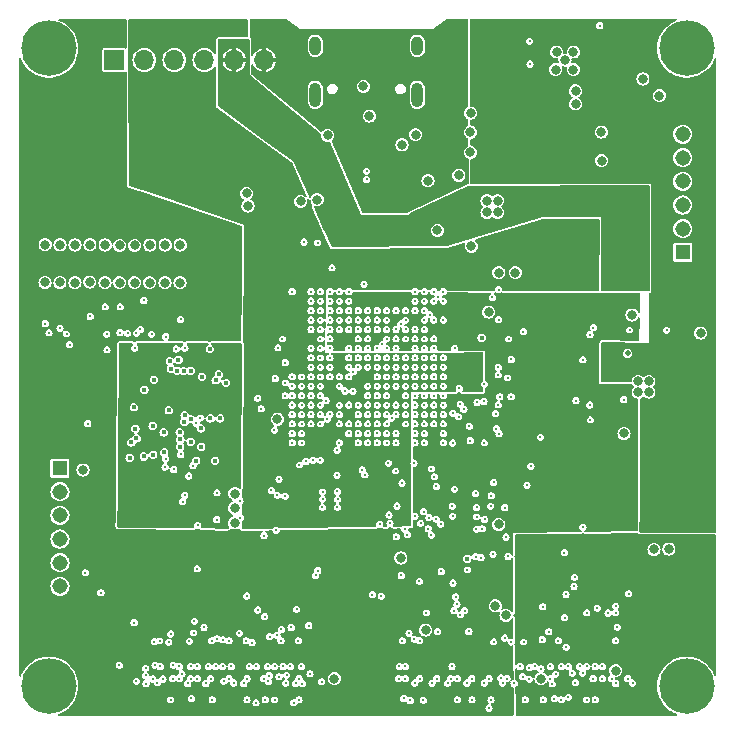
<source format=gbr>
%TF.GenerationSoftware,KiCad,Pcbnew,7.0.7*%
%TF.CreationDate,2024-02-27T15:56:59-08:00*%
%TF.ProjectId,cpu_board,6370755f-626f-4617-9264-2e6b69636164,rev?*%
%TF.SameCoordinates,Original*%
%TF.FileFunction,Copper,L4,Inr*%
%TF.FilePolarity,Positive*%
%FSLAX46Y46*%
G04 Gerber Fmt 4.6, Leading zero omitted, Abs format (unit mm)*
G04 Created by KiCad (PCBNEW 7.0.7) date 2024-02-27 15:56:59*
%MOMM*%
%LPD*%
G01*
G04 APERTURE LIST*
%TA.AperFunction,ComponentPad*%
%ADD10C,4.700000*%
%TD*%
%TA.AperFunction,ComponentPad*%
%ADD11R,1.308000X1.308000*%
%TD*%
%TA.AperFunction,ComponentPad*%
%ADD12C,1.308000*%
%TD*%
%TA.AperFunction,ComponentPad*%
%ADD13O,1.000000X2.100000*%
%TD*%
%TA.AperFunction,ComponentPad*%
%ADD14O,1.000000X1.600000*%
%TD*%
%TA.AperFunction,ComponentPad*%
%ADD15R,1.700000X1.700000*%
%TD*%
%TA.AperFunction,ComponentPad*%
%ADD16O,1.700000X1.700000*%
%TD*%
%TA.AperFunction,ViaPad*%
%ADD17C,0.300000*%
%TD*%
%TA.AperFunction,ViaPad*%
%ADD18C,0.800000*%
%TD*%
%TA.AperFunction,ViaPad*%
%ADD19C,0.406400*%
%TD*%
%TA.AperFunction,ViaPad*%
%ADD20C,0.400000*%
%TD*%
%TA.AperFunction,ViaPad*%
%ADD21C,0.500000*%
%TD*%
G04 APERTURE END LIST*
D10*
%TO.N,GND*%
%TO.C,H2*%
X3000000Y-3000000D03*
%TD*%
D11*
%TO.N,POR_B*%
%TO.C,J4*%
X3940000Y-38545500D03*
D12*
%TO.N,EN_LP*%
X3940000Y-40545500D03*
%TO.N,EN_ADCS*%
X3940000Y-42545500D03*
%TO.N,P_GOOD*%
X3940000Y-44545500D03*
%TO.N,LPUART1_TX_BOOT*%
X3940000Y-46545500D03*
%TO.N,LPUART1_RX_BOOT*%
X3940000Y-48545500D03*
%TD*%
D13*
%TO.N,GNDREF*%
%TO.C,J1*%
X34207500Y-6944000D03*
D14*
X34207500Y-2794000D03*
D13*
X25567500Y-6944000D03*
D14*
X25567500Y-2794000D03*
%TD*%
D10*
%TO.N,GND*%
%TO.C,H1*%
X57000000Y-3000000D03*
%TD*%
%TO.N,GND*%
%TO.C,H3*%
X3000000Y-57000000D03*
%TD*%
%TO.N,GND*%
%TO.C,H4*%
X57000000Y-57000000D03*
%TD*%
D15*
%TO.N,Net-(J5-Pin_1)*%
%TO.C,J5*%
X8540000Y-3990000D03*
D16*
%TO.N,EN_ADCS*%
X11080000Y-3990000D03*
%TO.N,GND*%
X13620000Y-3990000D03*
%TO.N,GNDREF*%
X16160000Y-3990000D03*
%TO.N,VBATT_IN*%
X18700000Y-3990000D03*
%TO.N,VUSB*%
X21240000Y-3990000D03*
%TD*%
D11*
%TO.N,VBATT_IN*%
%TO.C,J2*%
X56680000Y-20270000D03*
D12*
%TO.N,GND*%
X56680000Y-18270000D03*
%TO.N,VBATT_IN*%
X56680000Y-16270000D03*
%TO.N,GND*%
X56680000Y-14270000D03*
%TO.N,VBATT_IN*%
X56680000Y-12270000D03*
%TO.N,GND*%
X56680000Y-10270000D03*
%TD*%
D17*
%TO.N,GND*%
X45810000Y-58060000D03*
X29910000Y-13390000D03*
X27450000Y-41180000D03*
D18*
X22350000Y-34400000D03*
D17*
X23600000Y-36400000D03*
X34000000Y-34000000D03*
X29900000Y-14100000D03*
X32400000Y-25200000D03*
D18*
X54700000Y-7000000D03*
D17*
X28400000Y-29200000D03*
D18*
X53300000Y-5600000D03*
X41000000Y-16900000D03*
D17*
X35400000Y-38600000D03*
X33200000Y-27600000D03*
D19*
X12729300Y-35505900D03*
D17*
X31600000Y-31600000D03*
D18*
X52900000Y-31200000D03*
D19*
X14071200Y-35508800D03*
D17*
X27440000Y-40510000D03*
D18*
X40100000Y-16900000D03*
D17*
X31600000Y-27600000D03*
X26160000Y-41860000D03*
D19*
X9839900Y-37678200D03*
D17*
X32400000Y-27600000D03*
D18*
X45900000Y-4800000D03*
D17*
X31600000Y-30800000D03*
D18*
X41100000Y-22000000D03*
D17*
X25200000Y-34000000D03*
D18*
X18750100Y-40709400D03*
D20*
X17075000Y-37925000D03*
D18*
X38700000Y-10100000D03*
D17*
X28400000Y-34800000D03*
X52180000Y-26840000D03*
X34000000Y-25200000D03*
D19*
X17129700Y-31092500D03*
D18*
X18750000Y-41910000D03*
D17*
X28400000Y-30000000D03*
D18*
X38715000Y-8485000D03*
D17*
X25200000Y-28399800D03*
X32363259Y-38776348D03*
D18*
X53800000Y-32100000D03*
D17*
X28400000Y-30800000D03*
X29200000Y-25200000D03*
X25200000Y-31600000D03*
X28400000Y-24400000D03*
D18*
X47400000Y-4800000D03*
D17*
X26000000Y-33200400D03*
X30800000Y-28400000D03*
D18*
X42500000Y-22000000D03*
X46700000Y-4000000D03*
X53800000Y-31200000D03*
D17*
X30800000Y-25200000D03*
X34800000Y-31600000D03*
X36400000Y-23600000D03*
D18*
X40240000Y-25320000D03*
X52900000Y-32100000D03*
D17*
X30000000Y-28400000D03*
X15472302Y-34727698D03*
D19*
X15014400Y-36311600D03*
D20*
X15475000Y-37925000D03*
D17*
X34800000Y-28400000D03*
X26000000Y-26000000D03*
D18*
X46000000Y-3300000D03*
D20*
X39652600Y-27505500D03*
D18*
X38700000Y-11800000D03*
D17*
X32400000Y-35600000D03*
X31600000Y-28400000D03*
D18*
X47400000Y-3300000D03*
D17*
X26180000Y-40540000D03*
D18*
X40100000Y-15900000D03*
D17*
X27600000Y-30800000D03*
X28400000Y-28400000D03*
X26180000Y-41170000D03*
X27600000Y-31600000D03*
X55300000Y-26850000D03*
D18*
X58200000Y-27100000D03*
X51700000Y-35600000D03*
D20*
X38425000Y-46200000D03*
D17*
X30800000Y-31600000D03*
D18*
X35900000Y-18400000D03*
D17*
X29200000Y-28400000D03*
X31600000Y-29200000D03*
X23600000Y-23599200D03*
X26000000Y-34800000D03*
D18*
X35100000Y-14200000D03*
X18730000Y-43180000D03*
D17*
X31600000Y-30000000D03*
D19*
X12760900Y-37203800D03*
D17*
X27440000Y-41860000D03*
X31600000Y-35600000D03*
X36400000Y-36400000D03*
D18*
X41000000Y-15900000D03*
D17*
X26000000Y-34000000D03*
X38600000Y-35000000D03*
D18*
%TO.N,VSYS*%
X51460000Y-30110000D03*
X58910000Y-34400000D03*
X45050000Y-9120000D03*
X55100000Y-38500000D03*
X55100000Y-34400000D03*
X57700000Y-34400000D03*
X43790000Y-13020000D03*
X54800000Y-36400000D03*
X58900000Y-38500000D03*
X56400000Y-36400000D03*
X57700000Y-38400000D03*
X43040000Y-10510000D03*
X57600000Y-36370000D03*
X38774400Y-19751700D03*
X58900000Y-36400000D03*
X45180000Y-12260000D03*
X53800000Y-38500000D03*
X41680000Y-13890000D03*
X56400000Y-34400000D03*
X56400000Y-38500000D03*
D17*
%TO.N,/RT1176 #1/VDDA_ADC_3P3*%
X33200000Y-30000000D03*
%TO.N,VDD_SNVS_ANA*%
X33999999Y-36400000D03*
X31750000Y-38125000D03*
X33925000Y-38125000D03*
X31600000Y-36400000D03*
%TO.N,VDD_SNVS_DIG*%
X34000000Y-35600000D03*
%TO.N,/RT1176 #1/VDD_LPSR_ANA*%
X32400000Y-34000000D03*
%TO.N,/RT1176 #1/VDD_LPSR_DIG*%
X31600000Y-34000000D03*
%TO.N,VDD_1P0*%
X31600000Y-33200000D03*
%TO.N,VDD_SOC_IN*%
X30800000Y-30000000D03*
X29200000Y-29200000D03*
X30800000Y-30800000D03*
X29200000Y-30000000D03*
X30000000Y-29200000D03*
X30800000Y-29200000D03*
X30000000Y-30000000D03*
D18*
%TO.N,/USB-C/USB_CON_DP*%
X29630000Y-6210000D03*
%TO.N,POR_B*%
X5900000Y-38700000D03*
D17*
X30800000Y-35600000D03*
%TO.N,ADC_1V8_IN*%
X34800000Y-30800000D03*
X35600000Y-28400000D03*
%TO.N,Net-(U2B-VDDA_1P8_IN)*%
X31600000Y-32400000D03*
D18*
%TO.N,VDD_3V3*%
X43930000Y-19510000D03*
X40310000Y-19660000D03*
D17*
X27600000Y-30000000D03*
D18*
X38430000Y-30000000D03*
D17*
X32400000Y-28400000D03*
X28400000Y-26800000D03*
D18*
X47170000Y-19780000D03*
D17*
X28400000Y-34000000D03*
D18*
X15480000Y-11090000D03*
X45640000Y-19780000D03*
D17*
X27600000Y-29200000D03*
D18*
X13280000Y-8710000D03*
X27177100Y-56369800D03*
D17*
X32400000Y-34800000D03*
D18*
X28680500Y-41700000D03*
X48800000Y-19800000D03*
D17*
X32400000Y-32400000D03*
D18*
X17650000Y-10680000D03*
X50986700Y-55677800D03*
X37716400Y-13741400D03*
X15670000Y-9250000D03*
D17*
%TO.N,GPIO_AD_08*%
X38678700Y-36213300D03*
X43111372Y-56188628D03*
X34800000Y-34800000D03*
%TO.N,Net-(U2K-VDD_MIPI_1P8)*%
X30000000Y-27600000D03*
%TO.N,/RT1176 #3/MCM_3V3*%
X35600000Y-26000000D03*
%TO.N,VDD_1V8*%
X27600000Y-27600000D03*
D18*
X11810000Y-45390000D03*
X5460000Y-8590000D03*
X41075000Y-27240000D03*
X39511900Y-34072422D03*
X3360000Y-9180000D03*
X25600000Y-52760500D03*
X50615000Y-42370000D03*
X10860000Y-45430000D03*
D17*
X32400000Y-25975000D03*
D18*
X46720479Y-42479521D03*
X52410000Y-24220000D03*
X46576201Y-38629799D03*
X12720000Y-45400000D03*
D17*
X33200000Y-28400000D03*
X28400000Y-27600000D03*
X32400000Y-29200000D03*
D18*
X49100000Y-42400000D03*
X51200000Y-26770000D03*
X25600000Y-58600000D03*
X7650000Y-8650000D03*
D17*
X34000000Y-26000000D03*
D20*
X38322222Y-27292778D03*
D17*
%TO.N,VUSB*%
X36400000Y-26000000D03*
D18*
X32260000Y-8770000D03*
X27460000Y-8830000D03*
X29900000Y-15160000D03*
%TO.N,GNDREF*%
X26620000Y-10360000D03*
X34060000Y-10310000D03*
X32910000Y-11170000D03*
D19*
%TO.N,/SDRAM/SDRAM_1V8*%
X15058100Y-35499400D03*
D18*
X10930000Y-41710000D03*
D19*
X14972300Y-37134300D03*
X12748200Y-36342400D03*
D20*
X10811500Y-30971500D03*
D19*
X12722800Y-34686600D03*
D18*
X9420000Y-30970000D03*
D19*
X12275000Y-37925000D03*
D18*
X15670000Y-41360000D03*
X11790000Y-41710000D03*
D19*
X10675000Y-37925000D03*
D18*
X9420000Y-33880000D03*
X12640000Y-41700000D03*
X15660000Y-42620000D03*
X15720000Y-40080000D03*
%TO.N,/USB-C/USB_CON_DN*%
X30130000Y-8740000D03*
%TO.N,VDD_3V3_LP*%
X41700000Y-51000000D03*
X40800000Y-50200000D03*
D17*
X32400000Y-36400000D03*
D18*
%TO.N,VBATT*%
X47500000Y-52200000D03*
X57500000Y-49400000D03*
X58400000Y-48300000D03*
D17*
X45900000Y-50200000D03*
D18*
X47500000Y-51200000D03*
X56600000Y-48600000D03*
X49790900Y-10080000D03*
X49800000Y-12500000D03*
X47600000Y-7700000D03*
X47600000Y-6600000D03*
D17*
X45700000Y-50800000D03*
D18*
X55400000Y-49500000D03*
D17*
%TO.N,Net-(U1-DVDT)*%
X49652800Y-1075100D03*
D18*
%TO.N,EN_ADCS*%
X54235000Y-45421800D03*
D17*
X43700000Y-2400000D03*
%TO.N,GPIO_AD_27*%
X33992500Y-56735800D03*
X34005700Y-42622800D03*
X35600000Y-33200000D03*
X35808500Y-40096900D03*
%TO.N,GPIO_EMC_B1_40*%
X23600000Y-30800000D03*
X41600000Y-52925300D03*
%TO.N,GPIO_AD_26*%
X34700000Y-58200000D03*
X34000000Y-31600000D03*
%TO.N,GPIO_AD_03*%
X43816700Y-38370900D03*
X45464800Y-56362500D03*
X34800000Y-34000000D03*
X52096600Y-49184500D03*
%TO.N,GPIO_AD_11*%
X41413700Y-56735800D03*
X35600000Y-34000000D03*
%TO.N,GPIO_AD_01*%
X46399000Y-58161100D03*
X34000000Y-34800000D03*
X48220300Y-43536200D03*
%TO.N,GPIO_AD_00*%
X37195200Y-36410500D03*
X41612800Y-41882400D03*
X47000000Y-57941200D03*
X32400000Y-33200000D03*
X45906200Y-55977700D03*
%TO.N,GPIO_AD_06*%
X37687400Y-34186400D03*
X33200000Y-33200000D03*
X43695900Y-56402900D03*
%TO.N,GPIO_AD_02*%
X33200000Y-34800000D03*
X33360600Y-44173200D03*
X45627277Y-56813446D03*
%TO.N,GPIO_AD_07*%
X41273800Y-56300600D03*
X43330600Y-58161100D03*
X36400000Y-35600000D03*
%TO.N,GPIO_LPSR_04*%
X49867400Y-56362500D03*
X29688300Y-22964700D03*
X49429100Y-50406800D03*
X28400000Y-33200000D03*
X51129100Y-51994700D03*
%TO.N,GPIO_LPSR_05*%
X41121800Y-35614000D03*
X46651100Y-45707700D03*
X50995500Y-50232400D03*
X29200000Y-33200000D03*
X49267400Y-58161100D03*
%TO.N,GPIO_EMC_B1_41*%
X23600000Y-31600000D03*
X40667200Y-53250900D03*
%TO.N,GPIO_EMC_B2_00*%
X19783400Y-58161100D03*
X21700000Y-52800000D03*
X22487100Y-39488100D03*
X24400000Y-30800000D03*
%TO.N,GPIO_SNVS_03*%
X24186000Y-56362500D03*
X28753100Y-32022900D03*
X29762800Y-39113000D03*
X27408700Y-37012400D03*
X30800000Y-32400000D03*
%TO.N,GPIO_SNVS_09*%
X21186000Y-56362500D03*
X31600000Y-34800000D03*
D18*
%TO.N,PMIC_ON_REQ*%
X55500000Y-45400000D03*
D17*
X48533200Y-55337500D03*
D18*
X41100000Y-43300000D03*
D17*
X30000000Y-36400000D03*
%TO.N,ONOFF*%
X30800000Y-36400000D03*
X50996300Y-53156400D03*
%TO.N,GPIO_SNVS_00*%
X24460100Y-56780000D03*
X30800000Y-34800000D03*
%TO.N,PMIC_STBY_REQ*%
X30000000Y-35600000D03*
X49867400Y-55337500D03*
%TO.N,GPIO_SNVS_05*%
X29538000Y-38694000D03*
X27404000Y-39140900D03*
X22117600Y-58161100D03*
X30000000Y-34000000D03*
X25005900Y-51874700D03*
%TO.N,GPIO_SNVS_07*%
X30390800Y-49245900D03*
X30000000Y-34800000D03*
X31146600Y-49372800D03*
X21317600Y-58161100D03*
%TO.N,GPIO_LPSR_07*%
X50992259Y-50792259D03*
X48533200Y-58161100D03*
X29200000Y-34800000D03*
%TO.N,WAKEUP*%
X49267400Y-55337500D03*
X29200000Y-35600000D03*
%TO.N,GPIO_AD_09*%
X37448800Y-49437100D03*
X38200000Y-50600000D03*
X35652100Y-39272700D03*
X35600000Y-34800000D03*
X42396400Y-56768700D03*
X37350000Y-40307700D03*
%TO.N,GPIO_EMC_B2_10*%
X24218800Y-38271500D03*
X15004500Y-56362500D03*
X24400000Y-34800000D03*
X23985400Y-50497900D03*
X25112600Y-55958800D03*
%TO.N,GPIO_SNVS_01*%
X30800000Y-34000000D03*
X25772400Y-47215600D03*
X28085500Y-32007400D03*
X24186000Y-58161100D03*
%TO.N,GPIO_EMC_B2_06*%
X16835000Y-58161100D03*
X23011500Y-40924600D03*
X23600000Y-35600000D03*
%TO.N,GPIO_EMC_B2_03*%
X18659700Y-56735400D03*
X23600000Y-34800000D03*
%TO.N,GPIO_EMC_B2_13*%
X26800000Y-30800000D03*
X13497400Y-56362500D03*
X13588100Y-38655800D03*
%TO.N,GPIO_LPSR_01*%
X27600000Y-34800000D03*
X52022400Y-56362500D03*
%TO.N,GPIO_EMC_B2_14*%
X21850300Y-40435700D03*
X13315000Y-58161100D03*
X26000000Y-32400000D03*
%TO.N,GPIO_EMC_B2_01*%
X26000000Y-30800000D03*
X23128600Y-56066900D03*
X23513400Y-52031300D03*
X24752700Y-37975700D03*
X19513100Y-56768700D03*
X26474400Y-32825900D03*
%TO.N,GPIO_EMC_B2_15*%
X14327400Y-41397000D03*
X14270200Y-55962900D03*
X24400000Y-31600000D03*
X12669478Y-56390622D03*
X19180000Y-41309700D03*
%TO.N,GPIO_LPSR_09*%
X26800000Y-34000000D03*
X47314900Y-55900000D03*
%TO.N,GPIO_AD_32*%
X40667900Y-39759400D03*
X37157600Y-41765400D03*
X38145000Y-33565900D03*
X40900000Y-35200000D03*
X33119500Y-43684500D03*
X36187600Y-43292900D03*
X33491300Y-52531800D03*
X33947400Y-53039000D03*
X39133000Y-40687900D03*
X35600000Y-30785500D03*
%TO.N,GPIO_AD_33*%
X32834100Y-47622700D03*
X33191200Y-55337500D03*
X38448828Y-47151172D03*
X36400000Y-29200000D03*
%TO.N,GPIO_EMC_B2_08*%
X23600000Y-34000000D03*
X16300800Y-56766600D03*
%TO.N,GPIO_EMC_B2_16*%
X24400000Y-34000000D03*
X19756800Y-49374400D03*
X12200000Y-56700000D03*
%TO.N,GPIO_SNVS_08*%
X21600000Y-56600000D03*
X30000000Y-33200000D03*
%TO.N,GPIO_SNVS_04*%
X30800000Y-33200000D03*
X23063600Y-56735800D03*
%TO.N,GPIO_EMC_B2_18*%
X25200000Y-33200000D03*
X25988700Y-37876900D03*
X25583800Y-47623700D03*
X11200000Y-56100000D03*
%TO.N,GPIO_EMC_B2_05*%
X23600000Y-33200000D03*
X17807100Y-56584800D03*
%TO.N,GPIO_EMC_B2_09*%
X24400000Y-33200000D03*
X15201600Y-38340200D03*
X15580800Y-56362500D03*
%TO.N,GPIO_EMC_B2_04*%
X22324000Y-52700000D03*
X21662300Y-56104100D03*
X18249200Y-56362500D03*
X23600000Y-32400000D03*
X22360200Y-40842900D03*
%TO.N,GPIO_EMC_B2_07*%
X16700800Y-56362500D03*
X25200000Y-32400000D03*
%TO.N,GPIO_LPSR_06*%
X50346194Y-50809450D03*
X49085600Y-56362500D03*
X29200000Y-34000000D03*
%TO.N,GPIO_SNVS_06*%
X30000000Y-32400000D03*
X22500000Y-56200000D03*
%TO.N,GPIO_SNVS_02*%
X30000000Y-31600000D03*
X20549300Y-58422100D03*
X3017000Y-27088900D03*
X23913100Y-56768700D03*
X26978100Y-21585700D03*
%TO.N,GPIO_DISP_B2_09*%
X29200000Y-26000000D03*
X14046600Y-55337500D03*
X14174400Y-37379600D03*
%TO.N,GPIO_SD_B1_04*%
X46399000Y-55337500D03*
X34800000Y-24400000D03*
%TO.N,GPIO_DISP_B2_07*%
X15833700Y-34283700D03*
X27600000Y-26000000D03*
X15259503Y-52484400D03*
%TO.N,GPIO_AD_35*%
X32678100Y-55337500D03*
X37302000Y-50602000D03*
X37193600Y-42613500D03*
X37365800Y-28386300D03*
X39226600Y-41865800D03*
%TO.N,GPIO_DISP_B2_06*%
X15592000Y-43347500D03*
X12893300Y-37741900D03*
X15580800Y-55337500D03*
X15332000Y-51500000D03*
X27600000Y-25200000D03*
%TO.N,GPIO_SD_B1_01*%
X46800000Y-53700000D03*
X41047400Y-30004300D03*
X34800000Y-26000000D03*
X46794500Y-49236800D03*
%TO.N,GPIO_AD_34*%
X32933200Y-53156400D03*
X39210500Y-43693100D03*
X35600000Y-30000000D03*
X41186600Y-32493000D03*
X35394000Y-44223300D03*
X34976800Y-50788600D03*
%TO.N,GPIO_SD_B1_03*%
X46148800Y-53156400D03*
X36400000Y-24400000D03*
%TO.N,DAC_OUT*%
X47933200Y-55337500D03*
X35600000Y-29200000D03*
X47630000Y-32828700D03*
%TO.N,GPIO_LPSR_00*%
X52431600Y-56735800D03*
X27600000Y-33200000D03*
%TO.N,GPIO_SD_B1_05*%
X35600000Y-23600000D03*
X45464800Y-55337500D03*
%TO.N,GPIO_SD_B1_00*%
X46664300Y-51191800D03*
X46999000Y-55337500D03*
X35600000Y-24400000D03*
D18*
%TO.N,Net-(U7-PG)*%
X52370000Y-25580000D03*
D21*
X52002679Y-28826800D03*
D18*
%TO.N,Net-(R44-Pad2)*%
X11550000Y-22840000D03*
X11560000Y-19660000D03*
%TO.N,Net-(R45-Pad2)*%
X12840000Y-22830000D03*
X12850000Y-19650000D03*
%TO.N,Net-(R46-Pad2)*%
X14110000Y-22830000D03*
X14120000Y-19650000D03*
%TO.N,Net-(R48-Pad2)*%
X19739500Y-15289500D03*
X25720000Y-15810000D03*
%TO.N,Net-(R50-Pad2)*%
X19860000Y-16350000D03*
X24320000Y-15950000D03*
%TO.N,Net-(R37-Pad2)*%
X2690000Y-19630000D03*
X2680000Y-22810000D03*
%TO.N,Net-(R38-Pad2)*%
X3950000Y-19640000D03*
X3940000Y-22820000D03*
%TO.N,Net-(R39-Pad2)*%
X5210000Y-22830000D03*
X5220000Y-19650000D03*
%TO.N,Net-(R40-Pad2)*%
X6470000Y-22790000D03*
X6480000Y-19610000D03*
%TO.N,Net-(R41-Pad2)*%
X7760000Y-22830000D03*
X7770000Y-19650000D03*
D17*
%TO.N,GPIO_EMC_B2_02*%
X22240400Y-43807500D03*
X25200000Y-30800100D03*
X19783400Y-56362500D03*
D18*
%TO.N,Net-(R42-Pad2)*%
X9010000Y-19670000D03*
X9000000Y-22850000D03*
D17*
%TO.N,ENET_RGMII_MDC*%
X11232800Y-56780000D03*
X24400000Y-36400000D03*
%TO.N,ENET_RGMII_MDIO*%
X10419972Y-56564528D03*
X25200000Y-34800000D03*
X21216200Y-44255800D03*
%TO.N,GPIO_DISP_B2_15*%
X11933500Y-53240700D03*
X10283700Y-28375900D03*
X26000000Y-23600000D03*
%TO.N,GPIO_DISP_B2_08*%
X15004500Y-55337500D03*
X16142800Y-52028500D03*
X26569300Y-34400300D03*
X26800000Y-24400000D03*
X25375800Y-37883600D03*
%TO.N,GPIO_DISP_B2_13*%
X10419500Y-27107000D03*
X26800000Y-23600000D03*
X12435000Y-55337500D03*
D18*
%TO.N,Net-(R43-Pad2)*%
X10270000Y-22850000D03*
X10280000Y-19670000D03*
D17*
%TO.N,GPIO_DISP_B2_12*%
X27597000Y-24402300D03*
X10222400Y-51624000D03*
X9671500Y-27126800D03*
X12375600Y-53156400D03*
%TO.N,GPIO_DISP_B2_10*%
X31019800Y-43300000D03*
X30000000Y-26000000D03*
X14905600Y-53200000D03*
%TO.N,GPIO_DISP_B2_11*%
X7906700Y-27197100D03*
X11187400Y-55489700D03*
X13536200Y-55220500D03*
X27600000Y-23600000D03*
%TO.N,GPIO_DISP_B2_14*%
X28400000Y-23600000D03*
X12844900Y-38444100D03*
X11996200Y-55220500D03*
%TO.N,ENET_RGMII_RXD2*%
X30800000Y-26800000D03*
X22698828Y-52201172D03*
X22654400Y-53156400D03*
%TO.N,ENET_RGMII_RXD1*%
X22851800Y-55337500D03*
X31600000Y-26800000D03*
%TO.N,GPIO_AD_28*%
X33600000Y-58209800D03*
X39838200Y-32895300D03*
X39264300Y-32976700D03*
X33191200Y-56362500D03*
X36400000Y-31600000D03*
%TO.N,ENET_RGMII_RXD0*%
X23735500Y-58413000D03*
X8965000Y-55234700D03*
X4510900Y-27178100D03*
X31600000Y-26000000D03*
X23451800Y-55337500D03*
%TO.N,GPIO_AD_29*%
X39224400Y-42651800D03*
X39872300Y-36402400D03*
X33052423Y-58047577D03*
X31884300Y-43200000D03*
X36400000Y-32400000D03*
X35122100Y-43680900D03*
%TO.N,ENET_RGMII_RXD3*%
X31600000Y-25200000D03*
X6297400Y-34767300D03*
X22117600Y-55337500D03*
X4758000Y-28088300D03*
X15562700Y-47071700D03*
%TO.N,GPIO_AD_30*%
X36400000Y-30800000D03*
X32620100Y-56362500D03*
%TO.N,GPIO_AD_31*%
X37222700Y-48267200D03*
X40613500Y-45820500D03*
X34401600Y-53156400D03*
X39906200Y-42887600D03*
X37554500Y-50076200D03*
X36400000Y-30000000D03*
%TO.N,ENET_RGMII_RX_EN*%
X33200000Y-26800000D03*
X24122800Y-53156400D03*
%TO.N,ENET_RGMII_RXC*%
X26104500Y-56635200D03*
X24386000Y-55337500D03*
X33200000Y-26000000D03*
%TO.N,P_GOOD*%
X43747200Y-4325000D03*
%TO.N,JTAG_MOD*%
X27600000Y-36400000D03*
%TO.N,FlexSPI_A_SS0*%
X48825000Y-27240000D03*
X41930000Y-27600000D03*
%TO.N,FlexSPI_A_D3*%
X41050000Y-33185000D03*
X35600000Y-27600000D03*
X41075000Y-25970000D03*
%TO.N,FlexSPI_A_D2*%
X42146000Y-29340600D03*
X48220000Y-29380000D03*
X34000000Y-29199900D03*
D20*
%TO.N,SEMC_CKE*%
X15040400Y-34381800D03*
D17*
X26800000Y-28399800D03*
%TO.N,SEMC_CS0*%
X27600000Y-26799600D03*
D20*
X11900000Y-31069800D03*
D17*
%TO.N,SEMC_CLK*%
X25200000Y-30000000D03*
D20*
%TO.N,/SDRAM/SEMC_CLK_R*%
X16685200Y-34331000D03*
D17*
%TO.N,SEMC_A0*%
X25200000Y-23591800D03*
D20*
X13338000Y-30109000D03*
D17*
%TO.N,ENET_RGMII_TXC_BT*%
X19717600Y-53156400D03*
X34000000Y-23600000D03*
X7925700Y-28530900D03*
X9047800Y-24890000D03*
%TO.N,ENET_RGMII_TXD1_BT*%
X20583400Y-55337500D03*
X11050000Y-24350000D03*
X17767200Y-53080500D03*
X17242500Y-40637500D03*
X34800000Y-23600000D03*
D20*
%TO.N,SEMC_A8*%
X16634400Y-28463600D03*
D17*
X25200000Y-24399300D03*
%TO.N,SEMC_A9*%
X26000000Y-24399300D03*
D20*
X14424600Y-30337100D03*
D17*
%TO.N,ENET_RGMII_TX_EN_BT*%
X7772200Y-24890000D03*
X13163000Y-53284500D03*
X19983400Y-55337500D03*
X34000000Y-24400000D03*
X9029700Y-27062700D03*
D20*
%TO.N,SEMC_A2*%
X17396400Y-30597200D03*
X11097200Y-31892600D03*
%TO.N,SEMC_A12*%
X13865800Y-30300500D03*
D17*
X25200000Y-25199400D03*
D20*
%TO.N,SEMC_A11*%
X15008800Y-30292400D03*
D17*
X26000000Y-25199400D03*
%TO.N,SEMC_A3*%
X26800000Y-25199400D03*
D20*
X13243500Y-29492300D03*
D17*
%TO.N,GPIO_DISP_B2_04*%
X28400000Y-25200000D03*
X22167700Y-30948000D03*
X16780800Y-53156400D03*
%TO.N,GPIO_DISP_B2_05*%
X25760000Y-19457300D03*
X30000000Y-25200000D03*
X14537700Y-28374700D03*
X16505800Y-55337500D03*
%TO.N,ENET_RGMII_TXD0_BT*%
X19143300Y-52498700D03*
X6500000Y-25700000D03*
X33200000Y-25200000D03*
X19211800Y-42730100D03*
X20200000Y-53310500D03*
%TO.N,SEMC_A7*%
X25200000Y-25999500D03*
D20*
X15964000Y-30810300D03*
%TO.N,SEMC_A4*%
X13980100Y-29378000D03*
D17*
X26800000Y-25999500D03*
%TO.N,GPIO_DISP_B2_03*%
X14150000Y-25950000D03*
X23010100Y-32414700D03*
X17115000Y-55337500D03*
X28400000Y-26000000D03*
X28778500Y-30392000D03*
X22098900Y-35318300D03*
%TO.N,ENET_RGMII_TXD3_BT*%
X2700000Y-26300000D03*
X30800000Y-26000000D03*
X21517600Y-55337500D03*
%TO.N,SEMC_D8*%
X25200000Y-26799600D03*
D20*
X18006000Y-31333800D03*
%TO.N,SEMC_D3*%
X10424100Y-36016600D03*
D17*
X26000000Y-26799600D03*
%TO.N,SEMC_WE*%
X26800000Y-26799600D03*
D20*
X10208200Y-33390200D03*
D17*
%TO.N,GPIO_DISP_B2_00*%
X29200000Y-26800000D03*
X10750000Y-26800000D03*
X13319700Y-52582019D03*
X18449200Y-55337500D03*
%TO.N,GPIO_DISP_B2_02*%
X14512200Y-40848200D03*
X17220500Y-42901700D03*
X12900000Y-27404500D03*
X17715000Y-55337500D03*
X13782400Y-28462600D03*
X17222900Y-52990700D03*
X30000000Y-26800000D03*
%TO.N,ENET_RGMII_TXD2_BT*%
X32400000Y-26800000D03*
X7410800Y-49091300D03*
X3945600Y-26700000D03*
%TO.N,USDHC2_CMD*%
X42162600Y-53263700D03*
X42141400Y-32491900D03*
X34000000Y-26800000D03*
X47517200Y-47784000D03*
%TO.N,USDHC2_DATA0*%
X41847300Y-30886300D03*
X47472600Y-48563900D03*
X34800000Y-26800000D03*
X42915000Y-55337500D03*
D20*
%TO.N,SEMC_D1*%
X9981000Y-36363000D03*
D17*
X22400200Y-28362000D03*
%TO.N,SEMC_D0*%
X22781200Y-27600000D03*
D20*
X11041354Y-37558646D03*
%TO.N,SEMC_D5*%
X10334500Y-35200000D03*
D17*
X26000000Y-27599700D03*
D20*
%TO.N,SEMC_DM0*%
X11783000Y-34966000D03*
D17*
X26800000Y-27599700D03*
%TO.N,GPIO_DISP_B2_01*%
X29200000Y-27600000D03*
X18249200Y-53156400D03*
X11700000Y-27200000D03*
%TO.N,USDHC2_CLK*%
X35245200Y-25543200D03*
X43201000Y-53251000D03*
X43176600Y-26980500D03*
X44829623Y-50272721D03*
X48548000Y-50797200D03*
X34000000Y-27600000D03*
%TO.N,FlexSPI_A_D0*%
X41050000Y-30645000D03*
X41075000Y-23430000D03*
X34800000Y-27599700D03*
%TO.N,SEMC_BA0*%
X20698400Y-32629200D03*
D20*
X14500800Y-34077000D03*
D17*
%TO.N,SEMC_D2*%
X25997400Y-28397200D03*
D20*
X11833800Y-37404400D03*
D17*
%TO.N,FlexSPI_A_CLK*%
X34000000Y-28400000D03*
D20*
%TO.N,SEMC_BA1*%
X13154600Y-33645200D03*
D17*
X23009800Y-29606600D03*
%TO.N,SEMC_D7*%
X25197300Y-29197200D03*
D20*
X14140000Y-36110000D03*
%TO.N,SEMC_D6*%
X15902117Y-36737902D03*
D17*
X26000000Y-29199900D03*
%TO.N,SEMC_D4*%
X26800000Y-29199900D03*
D20*
X14119800Y-36718600D03*
D17*
%TO.N,USDHC2_DATA1*%
X43685700Y-55435100D03*
X33200000Y-29200000D03*
X37744300Y-31794200D03*
%TO.N,FlexSPI_A_D1*%
X34800000Y-29200000D03*
X48800000Y-33200000D03*
X49105000Y-26640400D03*
%TO.N,SEMC_DM1*%
X20977800Y-33518200D03*
D20*
X17498000Y-34331000D03*
D17*
%TO.N,SEMC_RAS*%
X26000000Y-30000000D03*
D20*
X15884461Y-35184546D03*
D17*
%TO.N,SEMC_CAS*%
X26800000Y-30000000D03*
D20*
X14488100Y-34635800D03*
D17*
%TO.N,GPIO_AD_23*%
X35845400Y-56362500D03*
X32473100Y-41748300D03*
X32415900Y-44357700D03*
X32400000Y-30000000D03*
%TO.N,USDHC2_DATA2*%
X40454700Y-40879300D03*
X44130600Y-55337500D03*
X45332700Y-52400000D03*
X34000000Y-30000000D03*
%TO.N,USDHC2_DATA3*%
X34800000Y-30000000D03*
X44772600Y-53064200D03*
%TO.N,GPIO_AD_22*%
X51677300Y-32744700D03*
X32820800Y-26330200D03*
X32400000Y-30800000D03*
X35445400Y-56754600D03*
%TO.N,GPIO_AD_20*%
X35981200Y-24017300D03*
X36223600Y-47289800D03*
X33200000Y-30800000D03*
X43492800Y-39998800D03*
X41706800Y-44377000D03*
X37024000Y-56362500D03*
X39597400Y-46118600D03*
%TO.N,GPIO_AD_21*%
X36779600Y-56765300D03*
X41880600Y-46017100D03*
X34379600Y-48129700D03*
X40404600Y-41758000D03*
X34000000Y-30800000D03*
%TO.N,GPIO_EMC_B2_11*%
X14766600Y-56768700D03*
X21277700Y-51117400D03*
X15067900Y-58046800D03*
X26000000Y-31600000D03*
%TO.N,GPIO_AD_13*%
X39878600Y-31421400D03*
X40275200Y-58857500D03*
X32400000Y-31600000D03*
X40833700Y-33918300D03*
X40435000Y-58161100D03*
%TO.N,LPUART1_TX_BOOT*%
X32020000Y-34310000D03*
X33200000Y-31600000D03*
X31800000Y-42500000D03*
X6100000Y-47400000D03*
%TO.N,GPIO_AD_19*%
X37593800Y-58161100D03*
X35600000Y-31600000D03*
X37836600Y-33128800D03*
%TO.N,GPIO_EMC_B2_12*%
X14852600Y-39207700D03*
X14035000Y-56362500D03*
X24400000Y-32400000D03*
%TO.N,GPIO_AD_04*%
X33200000Y-32400000D03*
X44628300Y-35926000D03*
X44864800Y-58161100D03*
%TO.N,GPIO_AD_15*%
X38567300Y-52370600D03*
X37212800Y-33890400D03*
X38806800Y-56362500D03*
X34000000Y-32400000D03*
%TO.N,LPUART1_RX_BOOT*%
X34401600Y-56362500D03*
X32900000Y-39800000D03*
X34800000Y-32400000D03*
%TO.N,GPIO_AD_18*%
X37593800Y-56362500D03*
X35600000Y-32400000D03*
%TO.N,GPIO_AD_14*%
X35924000Y-52385700D03*
X34487000Y-43217200D03*
X35794900Y-42870300D03*
X39866100Y-56735800D03*
X34000000Y-33200000D03*
%TO.N,GPIO_AD_17*%
X38397700Y-56735800D03*
X37131900Y-55337500D03*
X34800000Y-33200000D03*
%TO.N,GPIO_AD_16*%
X36400000Y-33200000D03*
X38835000Y-58161100D03*
%TO.N,GPIO_LPSR_02*%
X35191300Y-42732400D03*
X51001600Y-56768700D03*
X27600000Y-34000000D03*
X48200600Y-55900000D03*
X34735900Y-42223000D03*
D18*
%TO.N,BT_CFG_IO_EN*%
X32806700Y-46155700D03*
D17*
X33200000Y-34000000D03*
D18*
X44680400Y-56362500D03*
X34917000Y-52251100D03*
D17*
%TO.N,GPIO_AD_12*%
X37839400Y-50960600D03*
X36400000Y-34000000D03*
X40275200Y-56362500D03*
%TO.N,GPIO_AD_10*%
X39698700Y-43670200D03*
X44663300Y-55531100D03*
X41796400Y-56362500D03*
X36400000Y-34800000D03*
X39133900Y-46034600D03*
%TO.N,CAMERA_TRIG*%
X11801291Y-56399814D03*
X20697000Y-50559900D03*
X24400000Y-35600000D03*
%TO.N,GPIO_LPSR_03*%
X24600000Y-19400000D03*
X28400000Y-35600700D03*
X50652800Y-56362500D03*
%TO.N,GPIO_LPSR_08*%
X29200000Y-36400000D03*
X47589784Y-56705146D03*
%TO.N,FlexSPI_A_SS1*%
X48850000Y-34455000D03*
X34800000Y-25200000D03*
X40560000Y-24090000D03*
D18*
%TO.N,VBATT_IN*%
X53000000Y-21800000D03*
X51850000Y-20600000D03*
X53000000Y-20600000D03*
X50700000Y-20600000D03*
X51850000Y-21800000D03*
X50700000Y-21800000D03*
D17*
%TO.N,/RT1176 #1/CLK1_P*%
X34800000Y-36400000D03*
%TO.N,/RT1176 #1/CLK1_N*%
X34800000Y-35600000D03*
%TO.N,/RT1176 #3/SEMC_DQS*%
X23039400Y-31310600D03*
%TO.N,/RT1176 #3/VDD_MIPI_1P0*%
X31238700Y-28047600D03*
%TD*%
%TA.AperFunction,Conductor*%
%TO.N,VDD_1V8*%
G36*
X9551531Y-518093D02*
G01*
X9577251Y-562642D01*
X9578393Y-575526D01*
X9578394Y-576236D01*
X9578394Y-576240D01*
X9580615Y-1535229D01*
X9583879Y-2944792D01*
X9566397Y-2993170D01*
X9521909Y-3018993D01*
X9471230Y-3010178D01*
X9466901Y-3007493D01*
X9449660Y-2995973D01*
X9449656Y-2995971D01*
X9405057Y-2987100D01*
X7674944Y-2987100D01*
X7674942Y-2987101D01*
X7630340Y-2995972D01*
X7579767Y-3029764D01*
X7545972Y-3080342D01*
X7545971Y-3080343D01*
X7537100Y-3124942D01*
X7537100Y-4855055D01*
X7537101Y-4855057D01*
X7545972Y-4899659D01*
X7579764Y-4950232D01*
X7579765Y-4950232D01*
X7579766Y-4950234D01*
X7630342Y-4984028D01*
X7674943Y-4992900D01*
X9405056Y-4992899D01*
X9449658Y-4984028D01*
X9471733Y-4969277D01*
X9521698Y-4957051D01*
X9567833Y-4979801D01*
X9588551Y-5026885D01*
X9588712Y-5031630D01*
X9610819Y-14576013D01*
X9616748Y-14618503D01*
X9627748Y-14657498D01*
X9627748Y-14657497D01*
X9632671Y-14672158D01*
X9632672Y-14672160D01*
X9681138Y-14737966D01*
X9681141Y-14737970D01*
X9721326Y-14770082D01*
X9769460Y-14796357D01*
X11232398Y-15289499D01*
X11676279Y-15439127D01*
X18866234Y-17862790D01*
X19318470Y-18015234D01*
X19358655Y-18047346D01*
X19369647Y-18087074D01*
X19361394Y-19157044D01*
X19359530Y-19398782D01*
X19359521Y-19399999D01*
X19342672Y-21584482D01*
X19342663Y-21585699D01*
X19339477Y-21998782D01*
X19339468Y-22000000D01*
X19332036Y-22963481D01*
X19332027Y-22964699D01*
X19327142Y-23597981D01*
X19327133Y-23599199D01*
X19320971Y-24398082D01*
X19320962Y-24399299D01*
X19314800Y-25198182D01*
X19314791Y-25199399D01*
X19308629Y-25998281D01*
X19308620Y-25999499D01*
X19302458Y-26798382D01*
X19302449Y-26799599D01*
X19296284Y-27598782D01*
X19296275Y-27599999D01*
X19295895Y-27649300D01*
X19295600Y-27687480D01*
X19277634Y-27735681D01*
X19232888Y-27761056D01*
X19220402Y-27762100D01*
X16861351Y-27762100D01*
X16858776Y-27762349D01*
X16831115Y-27765022D01*
X16831099Y-27765025D01*
X16784466Y-27774128D01*
X16784463Y-27774129D01*
X16784461Y-27774130D01*
X16733326Y-27797704D01*
X16716522Y-27805451D01*
X16707764Y-27812406D01*
X16683486Y-27831686D01*
X16634691Y-27847969D01*
X16593874Y-27832670D01*
X16593357Y-27833520D01*
X16588911Y-27830810D01*
X16588839Y-27830783D01*
X16588769Y-27830725D01*
X16588766Y-27830722D01*
X16588761Y-27830719D01*
X16588760Y-27830718D01*
X16518977Y-27788182D01*
X16518976Y-27788181D01*
X16518975Y-27788181D01*
X16451936Y-27768496D01*
X16407449Y-27762100D01*
X14804593Y-27762100D01*
X14798332Y-27762349D01*
X14794721Y-27762636D01*
X14775619Y-27764154D01*
X14745621Y-27772192D01*
X14720270Y-27778985D01*
X14720268Y-27778985D01*
X14720264Y-27778987D01*
X14720263Y-27778987D01*
X14673791Y-27801108D01*
X14657183Y-27809014D01*
X14650475Y-27812406D01*
X14587784Y-27871238D01*
X14540497Y-27891486D01*
X14491257Y-27876602D01*
X14479491Y-27865647D01*
X14454047Y-27836282D01*
X14448991Y-27830722D01*
X14448989Y-27830720D01*
X14379202Y-27788182D01*
X14379201Y-27788181D01*
X14379200Y-27788181D01*
X14312161Y-27768496D01*
X14267674Y-27762100D01*
X13880477Y-27762100D01*
X13840830Y-27767159D01*
X13840815Y-27767162D01*
X13799065Y-27777994D01*
X13758995Y-27777358D01*
X13728819Y-27768498D01*
X13728814Y-27768497D01*
X13728810Y-27768496D01*
X13684323Y-27762100D01*
X13151669Y-27762100D01*
X13103331Y-27744507D01*
X13077611Y-27699958D01*
X13086544Y-27649300D01*
X13103331Y-27629294D01*
X13119278Y-27615912D01*
X13135615Y-27602204D01*
X13189024Y-27509696D01*
X13207573Y-27404500D01*
X13189024Y-27299304D01*
X13188967Y-27299206D01*
X13135615Y-27206796D01*
X13135614Y-27206795D01*
X13053788Y-27138134D01*
X12953409Y-27101600D01*
X12846591Y-27101600D01*
X12831755Y-27107000D01*
X12746214Y-27138133D01*
X12664385Y-27206795D01*
X12664382Y-27206798D01*
X12610976Y-27299302D01*
X12592815Y-27402298D01*
X12592427Y-27404500D01*
X12598282Y-27437703D01*
X12610976Y-27509697D01*
X12664384Y-27602203D01*
X12664385Y-27602204D01*
X12696669Y-27629294D01*
X12722389Y-27673842D01*
X12713456Y-27724500D01*
X12674050Y-27757565D01*
X12648331Y-27762100D01*
X10549163Y-27762100D01*
X10542902Y-27762349D01*
X10539292Y-27762636D01*
X10520189Y-27764154D01*
X10490191Y-27772192D01*
X10464840Y-27778985D01*
X10464838Y-27778985D01*
X10464834Y-27778987D01*
X10464833Y-27778987D01*
X10418361Y-27801108D01*
X10401753Y-27809014D01*
X10395045Y-27812406D01*
X10333931Y-27869758D01*
X10286644Y-27890006D01*
X10237404Y-27875122D01*
X10225640Y-27864169D01*
X10216581Y-27853714D01*
X10201477Y-27836282D01*
X10196421Y-27830722D01*
X10196419Y-27830720D01*
X10126632Y-27788182D01*
X10126631Y-27788181D01*
X10126630Y-27788181D01*
X10059591Y-27768496D01*
X10015104Y-27762100D01*
X9072818Y-27762100D01*
X9072817Y-27762100D01*
X9039989Y-27765549D01*
X9039981Y-27765551D01*
X8989567Y-27776265D01*
X8989563Y-27776266D01*
X8920135Y-27810397D01*
X8920132Y-27810399D01*
X8866894Y-27855646D01*
X8861283Y-27860648D01*
X8818078Y-27930029D01*
X8804677Y-27974105D01*
X8797753Y-27996879D01*
X8790931Y-28041300D01*
X8790047Y-28133633D01*
X8787726Y-28375898D01*
X8777047Y-29490791D01*
X8777033Y-29492299D01*
X8764408Y-30810299D01*
X8761937Y-31068291D01*
X8761923Y-31069799D01*
X8754055Y-31891091D01*
X8754041Y-31892599D01*
X8739710Y-33388691D01*
X8739696Y-33390199D01*
X8737253Y-33645199D01*
X8727765Y-34635799D01*
X8724602Y-34965999D01*
X8722361Y-35199999D01*
X8719431Y-35505901D01*
X8711235Y-36361491D01*
X8711221Y-36362999D01*
X8698637Y-37676691D01*
X8698623Y-37678199D01*
X8691287Y-38444098D01*
X8689759Y-38603584D01*
X8683987Y-39206188D01*
X8683973Y-39207698D01*
X8670277Y-40637498D01*
X8663016Y-41395488D01*
X8663002Y-41396998D01*
X8648603Y-42900188D01*
X8648589Y-42901698D01*
X8643294Y-43454496D01*
X8646580Y-43488088D01*
X8657293Y-43539709D01*
X8691581Y-43609876D01*
X8691582Y-43609877D01*
X8691583Y-43609879D01*
X8736831Y-43663118D01*
X8741834Y-43668728D01*
X8811217Y-43711933D01*
X8878066Y-43732257D01*
X8922487Y-43739078D01*
X15194311Y-43799038D01*
X15224959Y-43796333D01*
X15272226Y-43787458D01*
X15340689Y-43756392D01*
X15395612Y-43713204D01*
X15401409Y-43708418D01*
X15412075Y-43692659D01*
X15453737Y-43662491D01*
X15475132Y-43659615D01*
X15702013Y-43661992D01*
X15750162Y-43680091D01*
X15758524Y-43688487D01*
X15794306Y-43730588D01*
X15795794Y-43732257D01*
X15799310Y-43736199D01*
X15868693Y-43779404D01*
X15935542Y-43799728D01*
X15979963Y-43806549D01*
X18154512Y-43827338D01*
X18195249Y-43822395D01*
X18257150Y-43806519D01*
X18260597Y-43805593D01*
X18330892Y-43763888D01*
X18379707Y-43713900D01*
X18379715Y-43713890D01*
X18380313Y-43713279D01*
X18426672Y-43690987D01*
X18434888Y-43690622D01*
X18505565Y-43691363D01*
X18533547Y-43697081D01*
X18585664Y-43718669D01*
X18730000Y-43737671D01*
X18874336Y-43718669D01*
X18915338Y-43701685D01*
X18944898Y-43695965D01*
X19142104Y-43698031D01*
X19190253Y-43716130D01*
X19205856Y-43734633D01*
X19222823Y-43763007D01*
X19237252Y-43782957D01*
X19238951Y-43785305D01*
X19238953Y-43785308D01*
X19306612Y-43831155D01*
X19306614Y-43831155D01*
X19306616Y-43831157D01*
X19355217Y-43848008D01*
X19409362Y-43856702D01*
X21069361Y-43831269D01*
X21117961Y-43848120D01*
X21144361Y-43892269D01*
X21136205Y-43943058D01*
X21097311Y-43976723D01*
X21096232Y-43977125D01*
X21062414Y-43989433D01*
X20980585Y-44058095D01*
X20980582Y-44058098D01*
X20927176Y-44150602D01*
X20908627Y-44255800D01*
X20927176Y-44360997D01*
X20980584Y-44453503D01*
X20980585Y-44453504D01*
X21062411Y-44522165D01*
X21062412Y-44522165D01*
X21062413Y-44522166D01*
X21162791Y-44558700D01*
X21269609Y-44558700D01*
X21369987Y-44522166D01*
X21451815Y-44453504D01*
X21505224Y-44360996D01*
X21505805Y-44357700D01*
X32108327Y-44357700D01*
X32126876Y-44462897D01*
X32180284Y-44555403D01*
X32180285Y-44555404D01*
X32262111Y-44624065D01*
X32262112Y-44624065D01*
X32262113Y-44624066D01*
X32362491Y-44660600D01*
X32469309Y-44660600D01*
X32569687Y-44624066D01*
X32651515Y-44555404D01*
X32704924Y-44462896D01*
X32723473Y-44357700D01*
X32704924Y-44252504D01*
X32651515Y-44159996D01*
X32640320Y-44150602D01*
X32569688Y-44091334D01*
X32469309Y-44054800D01*
X32362491Y-44054800D01*
X32335706Y-44064548D01*
X32262114Y-44091333D01*
X32180285Y-44159995D01*
X32180282Y-44159998D01*
X32126876Y-44252502D01*
X32108327Y-44357700D01*
X21505805Y-44357700D01*
X21523773Y-44255800D01*
X21505224Y-44150604D01*
X21482012Y-44110400D01*
X21451815Y-44058096D01*
X21451814Y-44058095D01*
X21369988Y-43989434D01*
X21324398Y-43972841D01*
X21284993Y-43939776D01*
X21276060Y-43889118D01*
X21301780Y-43844570D01*
X21348964Y-43826985D01*
X21870601Y-43818993D01*
X21919200Y-43835844D01*
X21945600Y-43879993D01*
X21945808Y-43881124D01*
X21951375Y-43912695D01*
X22004784Y-44005203D01*
X22004785Y-44005204D01*
X22086611Y-44073865D01*
X22086612Y-44073865D01*
X22086613Y-44073866D01*
X22186991Y-44110400D01*
X22293809Y-44110400D01*
X22394187Y-44073866D01*
X22476015Y-44005204D01*
X22529367Y-43912795D01*
X22529423Y-43912698D01*
X22529423Y-43912697D01*
X22529424Y-43912696D01*
X22536987Y-43869798D01*
X22562707Y-43825252D01*
X22609892Y-43807667D01*
X30673988Y-43684124D01*
X30726708Y-43674203D01*
X30768945Y-43658463D01*
X30773891Y-43656620D01*
X30773891Y-43656619D01*
X30773893Y-43656619D01*
X30797702Y-43645405D01*
X30840004Y-43603103D01*
X30886625Y-43581365D01*
X30918898Y-43585614D01*
X30966391Y-43602900D01*
X30966393Y-43602900D01*
X31073208Y-43602900D01*
X31073209Y-43602900D01*
X31128107Y-43582919D01*
X31179546Y-43582919D01*
X31206176Y-43599597D01*
X31208576Y-43601924D01*
X31208579Y-43601928D01*
X31238483Y-43622191D01*
X31276238Y-43647775D01*
X31276240Y-43647776D01*
X31276243Y-43647778D01*
X31324845Y-43664629D01*
X31378989Y-43673323D01*
X31588137Y-43670119D01*
X31640857Y-43660198D01*
X31688042Y-43642614D01*
X31711853Y-43631400D01*
X31769648Y-43573604D01*
X31785709Y-43545784D01*
X31825114Y-43512719D01*
X31849675Y-43508194D01*
X31926645Y-43507015D01*
X31975244Y-43523865D01*
X31992334Y-43543610D01*
X32005941Y-43566366D01*
X32006417Y-43567161D01*
X32022543Y-43589456D01*
X32022544Y-43589457D01*
X32042381Y-43602899D01*
X32090203Y-43635304D01*
X32090205Y-43635305D01*
X32090208Y-43635307D01*
X32138810Y-43652158D01*
X32192954Y-43660852D01*
X32742021Y-43652440D01*
X32790622Y-43669291D01*
X32817021Y-43713440D01*
X32817219Y-43714516D01*
X32821551Y-43739078D01*
X32830476Y-43789698D01*
X32883884Y-43882203D01*
X32883885Y-43882204D01*
X32965711Y-43950865D01*
X32965712Y-43950865D01*
X32965713Y-43950866D01*
X33026175Y-43972872D01*
X33065579Y-44005935D01*
X33074513Y-44056593D01*
X33071809Y-44066685D01*
X33071576Y-44068002D01*
X33071576Y-44068004D01*
X33062742Y-44118104D01*
X33053027Y-44173200D01*
X33071576Y-44278397D01*
X33124984Y-44370903D01*
X33124985Y-44370904D01*
X33206811Y-44439565D01*
X33206812Y-44439565D01*
X33206813Y-44439566D01*
X33307191Y-44476100D01*
X33414009Y-44476100D01*
X33514387Y-44439566D01*
X33596215Y-44370904D01*
X33649624Y-44278396D01*
X33668173Y-44173200D01*
X33649624Y-44068004D01*
X33648862Y-44066685D01*
X33596215Y-43975496D01*
X33596214Y-43975495D01*
X33514388Y-43906834D01*
X33453925Y-43884828D01*
X33414519Y-43851764D01*
X33405586Y-43801105D01*
X33408291Y-43791011D01*
X33408522Y-43789698D01*
X33408524Y-43789696D01*
X33423809Y-43703008D01*
X33436574Y-43680900D01*
X34814527Y-43680900D01*
X34833076Y-43786097D01*
X34886484Y-43878603D01*
X34886485Y-43878604D01*
X34968311Y-43947265D01*
X34968312Y-43947265D01*
X34968313Y-43947266D01*
X35068691Y-43983800D01*
X35074873Y-43986050D01*
X35074179Y-43987954D01*
X35110781Y-44009086D01*
X35128375Y-44057424D01*
X35118301Y-44095022D01*
X35104976Y-44118101D01*
X35091737Y-44193183D01*
X35086427Y-44223300D01*
X35092158Y-44255800D01*
X35104976Y-44328497D01*
X35158384Y-44421003D01*
X35158385Y-44421004D01*
X35240211Y-44489665D01*
X35240212Y-44489665D01*
X35240213Y-44489666D01*
X35340591Y-44526200D01*
X35447409Y-44526200D01*
X35547787Y-44489666D01*
X35629615Y-44421004D01*
X35655021Y-44376999D01*
X41399227Y-44376999D01*
X41417776Y-44482197D01*
X41471184Y-44574703D01*
X41471185Y-44574704D01*
X41553011Y-44643365D01*
X41553012Y-44643365D01*
X41553013Y-44643366D01*
X41653391Y-44679900D01*
X41760209Y-44679900D01*
X41860587Y-44643366D01*
X41942415Y-44574704D01*
X41995824Y-44482196D01*
X42014373Y-44377000D01*
X41995824Y-44271804D01*
X41967820Y-44223300D01*
X41942415Y-44179296D01*
X41942414Y-44179295D01*
X41860588Y-44110634D01*
X41760209Y-44074100D01*
X41653391Y-44074100D01*
X41626606Y-44083848D01*
X41553014Y-44110633D01*
X41471185Y-44179295D01*
X41471182Y-44179298D01*
X41417776Y-44271802D01*
X41399227Y-44376999D01*
X35655021Y-44376999D01*
X35683024Y-44328496D01*
X35701573Y-44223300D01*
X35683024Y-44118104D01*
X35667568Y-44091334D01*
X35629615Y-44025596D01*
X35629614Y-44025595D01*
X35547788Y-43956934D01*
X35441227Y-43918150D01*
X35441919Y-43916248D01*
X35405308Y-43895101D01*
X35387724Y-43846760D01*
X35397798Y-43809177D01*
X35411124Y-43786096D01*
X35427522Y-43693100D01*
X38902927Y-43693100D01*
X38921476Y-43798297D01*
X38974884Y-43890803D01*
X38974885Y-43890804D01*
X39056711Y-43959465D01*
X39056712Y-43959465D01*
X39056713Y-43959466D01*
X39157091Y-43996000D01*
X39263909Y-43996000D01*
X39364287Y-43959466D01*
X39378826Y-43947266D01*
X39419907Y-43912794D01*
X39468244Y-43895201D01*
X39516582Y-43912794D01*
X39516583Y-43912795D01*
X39544911Y-43936565D01*
X39544912Y-43936565D01*
X39544913Y-43936566D01*
X39645291Y-43973100D01*
X39752109Y-43973100D01*
X39852487Y-43936566D01*
X39934315Y-43867904D01*
X39987724Y-43775396D01*
X40006273Y-43670200D01*
X39987724Y-43565004D01*
X39973119Y-43539708D01*
X39934315Y-43472496D01*
X39934314Y-43472495D01*
X39852488Y-43403834D01*
X39752109Y-43367300D01*
X39645291Y-43367300D01*
X39624148Y-43374995D01*
X39544913Y-43403833D01*
X39489291Y-43450506D01*
X39440953Y-43468099D01*
X39392616Y-43450505D01*
X39364287Y-43426734D01*
X39364286Y-43426733D01*
X39263909Y-43390200D01*
X39157091Y-43390200D01*
X39135397Y-43398096D01*
X39056714Y-43426733D01*
X38974885Y-43495395D01*
X38974882Y-43495398D01*
X38921476Y-43587902D01*
X38902927Y-43693100D01*
X35427522Y-43693100D01*
X35429673Y-43680900D01*
X35411124Y-43575704D01*
X35410332Y-43574333D01*
X35357715Y-43483196D01*
X35357714Y-43483195D01*
X35275888Y-43414534D01*
X35175509Y-43378000D01*
X35068691Y-43378000D01*
X35041906Y-43387748D01*
X34968314Y-43414533D01*
X34886485Y-43483195D01*
X34886482Y-43483198D01*
X34833076Y-43575702D01*
X34814527Y-43680900D01*
X33436574Y-43680900D01*
X33449528Y-43658463D01*
X33496714Y-43640878D01*
X33608767Y-43639162D01*
X33621562Y-43638967D01*
X33627802Y-43638624D01*
X33630293Y-43638387D01*
X33642753Y-43637207D01*
X33706688Y-43616826D01*
X33751259Y-43591145D01*
X33773819Y-43575378D01*
X33820759Y-43508466D01*
X33838395Y-43460144D01*
X33847965Y-43406147D01*
X33848131Y-43217200D01*
X34179427Y-43217200D01*
X34197976Y-43322397D01*
X34251384Y-43414903D01*
X34251385Y-43414904D01*
X34333211Y-43483565D01*
X34333212Y-43483565D01*
X34333213Y-43483566D01*
X34433591Y-43520100D01*
X34540409Y-43520100D01*
X34640787Y-43483566D01*
X34722615Y-43414904D01*
X34776024Y-43322396D01*
X34794573Y-43217200D01*
X34776024Y-43112004D01*
X34766319Y-43095195D01*
X34722615Y-43019496D01*
X34722614Y-43019495D01*
X34640788Y-42950834D01*
X34540409Y-42914300D01*
X34433591Y-42914300D01*
X34414669Y-42921187D01*
X34333214Y-42950833D01*
X34251385Y-43019495D01*
X34251382Y-43019498D01*
X34197976Y-43112002D01*
X34179427Y-43217200D01*
X33848131Y-43217200D01*
X33848325Y-42995188D01*
X33865961Y-42946868D01*
X33910532Y-42921187D01*
X33949243Y-42924590D01*
X33952291Y-42925700D01*
X34059109Y-42925700D01*
X34159487Y-42889166D01*
X34241315Y-42820504D01*
X34294724Y-42727996D01*
X34313273Y-42622800D01*
X34294724Y-42517604D01*
X34294697Y-42517558D01*
X34241315Y-42425096D01*
X34241314Y-42425095D01*
X34159488Y-42356434D01*
X34059109Y-42319900D01*
X33952291Y-42319900D01*
X33949895Y-42320772D01*
X33947345Y-42320771D01*
X33945813Y-42321042D01*
X33945765Y-42320771D01*
X33898455Y-42320768D01*
X33859052Y-42287700D01*
X33848980Y-42250041D01*
X33849004Y-42223000D01*
X34428327Y-42223000D01*
X34446876Y-42328197D01*
X34500284Y-42420703D01*
X34500285Y-42420704D01*
X34582111Y-42489365D01*
X34582112Y-42489365D01*
X34582113Y-42489366D01*
X34682491Y-42525900D01*
X34789308Y-42525900D01*
X34789309Y-42525900D01*
X34812229Y-42517558D01*
X34863667Y-42517558D01*
X34903072Y-42550623D01*
X34912005Y-42601281D01*
X34903076Y-42625816D01*
X34902277Y-42627200D01*
X34902276Y-42627203D01*
X34902276Y-42627204D01*
X34886143Y-42718696D01*
X34883727Y-42732400D01*
X34902276Y-42837597D01*
X34955684Y-42930103D01*
X34955685Y-42930104D01*
X35037511Y-42998765D01*
X35037512Y-42998765D01*
X35037513Y-42998766D01*
X35137891Y-43035300D01*
X35244709Y-43035300D01*
X35345087Y-42998766D01*
X35393801Y-42957889D01*
X35442136Y-42940297D01*
X35490474Y-42957890D01*
X35507262Y-42977897D01*
X35559284Y-43068003D01*
X35559285Y-43068004D01*
X35641111Y-43136665D01*
X35641112Y-43136665D01*
X35641113Y-43136666D01*
X35741491Y-43173200D01*
X35811514Y-43173200D01*
X35859852Y-43190793D01*
X35885572Y-43235342D01*
X35885571Y-43261459D01*
X35880027Y-43292897D01*
X35880027Y-43292898D01*
X35880027Y-43292900D01*
X35881279Y-43299999D01*
X35898576Y-43398097D01*
X35951984Y-43490603D01*
X35951985Y-43490604D01*
X36033811Y-43559265D01*
X36033812Y-43559265D01*
X36033813Y-43559266D01*
X36134191Y-43595800D01*
X36241009Y-43595800D01*
X36341387Y-43559266D01*
X36423215Y-43490604D01*
X36476624Y-43398096D01*
X36493921Y-43300000D01*
X40542329Y-43300000D01*
X40561331Y-43444337D01*
X40565539Y-43454496D01*
X40617043Y-43578836D01*
X40617044Y-43578838D01*
X40617045Y-43578839D01*
X40705666Y-43694333D01*
X40816532Y-43779403D01*
X40821164Y-43782957D01*
X40955664Y-43838669D01*
X41100000Y-43857671D01*
X41244336Y-43838669D01*
X41378836Y-43782957D01*
X41494333Y-43694333D01*
X41582957Y-43578836D01*
X41638669Y-43444336D01*
X41657671Y-43300000D01*
X41638669Y-43155664D01*
X41582957Y-43021165D01*
X41581678Y-43019498D01*
X41494333Y-42905666D01*
X41378839Y-42817045D01*
X41378838Y-42817044D01*
X41378836Y-42817043D01*
X41291891Y-42781029D01*
X41244337Y-42761331D01*
X41100000Y-42742329D01*
X40955662Y-42761331D01*
X40844237Y-42807485D01*
X40835262Y-42811204D01*
X40821163Y-42817044D01*
X40821162Y-42817044D01*
X40705666Y-42905666D01*
X40617044Y-43021162D01*
X40617044Y-43021163D01*
X40561331Y-43155662D01*
X40542329Y-43300000D01*
X36493921Y-43300000D01*
X36495173Y-43292900D01*
X36476624Y-43187704D01*
X36472379Y-43180352D01*
X36423215Y-43095196D01*
X36423214Y-43095195D01*
X36341388Y-43026534D01*
X36241009Y-42990000D01*
X36170986Y-42990000D01*
X36122648Y-42972407D01*
X36096928Y-42927858D01*
X36096929Y-42901741D01*
X36099146Y-42889166D01*
X36102473Y-42870300D01*
X36083924Y-42765104D01*
X36079243Y-42756997D01*
X36030515Y-42672596D01*
X36030514Y-42672595D01*
X35960088Y-42613500D01*
X36886027Y-42613500D01*
X36891548Y-42644809D01*
X36904576Y-42718697D01*
X36957984Y-42811203D01*
X36957985Y-42811204D01*
X37039811Y-42879865D01*
X37039812Y-42879865D01*
X37039813Y-42879866D01*
X37140191Y-42916400D01*
X37247009Y-42916400D01*
X37347387Y-42879866D01*
X37429215Y-42811204D01*
X37482624Y-42718696D01*
X37494420Y-42651800D01*
X38916827Y-42651800D01*
X38935376Y-42756997D01*
X38988784Y-42849503D01*
X38988785Y-42849504D01*
X39070611Y-42918165D01*
X39070612Y-42918165D01*
X39070613Y-42918166D01*
X39170991Y-42954700D01*
X39277809Y-42954700D01*
X39378187Y-42918166D01*
X39460015Y-42849504D01*
X39460017Y-42849500D01*
X39464244Y-42844464D01*
X39466044Y-42845974D01*
X39497704Y-42819407D01*
X39549144Y-42819405D01*
X39588550Y-42852468D01*
X39596285Y-42881332D01*
X39597485Y-42881121D01*
X39598627Y-42887598D01*
X39598627Y-42887600D01*
X39606122Y-42930104D01*
X39617176Y-42992797D01*
X39670584Y-43085303D01*
X39670585Y-43085304D01*
X39752411Y-43153965D01*
X39752412Y-43153965D01*
X39752413Y-43153966D01*
X39852791Y-43190500D01*
X39959609Y-43190500D01*
X40059987Y-43153966D01*
X40141815Y-43085304D01*
X40195224Y-42992796D01*
X40213773Y-42887600D01*
X40195224Y-42782404D01*
X40180555Y-42756997D01*
X40141815Y-42689896D01*
X40141814Y-42689895D01*
X40059988Y-42621234D01*
X39959609Y-42584700D01*
X39852791Y-42584700D01*
X39826006Y-42594448D01*
X39752414Y-42621233D01*
X39670585Y-42689895D01*
X39666353Y-42694939D01*
X39664552Y-42693428D01*
X39632885Y-42719995D01*
X39581445Y-42719989D01*
X39542044Y-42686920D01*
X39534314Y-42658067D01*
X39533115Y-42658279D01*
X39530127Y-42641331D01*
X39513424Y-42546604D01*
X39506548Y-42534695D01*
X39460015Y-42454096D01*
X39460014Y-42454095D01*
X39378188Y-42385434D01*
X39277809Y-42348900D01*
X39170991Y-42348900D01*
X39144206Y-42358648D01*
X39070614Y-42385433D01*
X38988785Y-42454095D01*
X38988782Y-42454098D01*
X38935376Y-42546602D01*
X38916827Y-42651800D01*
X37494420Y-42651800D01*
X37501173Y-42613500D01*
X37482624Y-42508304D01*
X37451328Y-42454098D01*
X37429215Y-42415796D01*
X37429214Y-42415795D01*
X37347388Y-42347134D01*
X37247009Y-42310600D01*
X37140191Y-42310600D01*
X37114639Y-42319900D01*
X37039814Y-42347133D01*
X36957985Y-42415795D01*
X36957982Y-42415798D01*
X36904576Y-42508302D01*
X36886027Y-42613499D01*
X36886027Y-42613500D01*
X35960088Y-42613500D01*
X35948688Y-42603934D01*
X35848309Y-42567400D01*
X35741491Y-42567400D01*
X35693959Y-42584700D01*
X35641113Y-42603934D01*
X35641111Y-42603935D01*
X35592398Y-42644809D01*
X35544061Y-42662402D01*
X35495723Y-42644808D01*
X35478937Y-42624802D01*
X35476876Y-42621233D01*
X35426915Y-42534696D01*
X35424174Y-42532396D01*
X35345088Y-42466034D01*
X35244709Y-42429500D01*
X35137891Y-42429500D01*
X35114970Y-42437842D01*
X35063530Y-42437841D01*
X35024125Y-42404776D01*
X35015194Y-42354117D01*
X35024130Y-42329571D01*
X35024923Y-42328197D01*
X35024924Y-42328196D01*
X35043473Y-42223000D01*
X35024924Y-42117804D01*
X34971515Y-42025296D01*
X34970407Y-42024366D01*
X34889688Y-41956634D01*
X34789309Y-41920100D01*
X34682491Y-41920100D01*
X34655706Y-41929848D01*
X34582114Y-41956633D01*
X34500285Y-42025295D01*
X34500282Y-42025298D01*
X34446876Y-42117802D01*
X34428327Y-42223000D01*
X33849004Y-42223000D01*
X33849406Y-41765400D01*
X36850027Y-41765400D01*
X36858580Y-41813908D01*
X36868576Y-41870597D01*
X36921984Y-41963103D01*
X36921985Y-41963104D01*
X37003811Y-42031765D01*
X37003812Y-42031765D01*
X37003813Y-42031766D01*
X37104191Y-42068300D01*
X37211009Y-42068300D01*
X37311387Y-42031766D01*
X37393215Y-41963104D01*
X37446624Y-41870596D01*
X37447470Y-41865800D01*
X38919027Y-41865800D01*
X38937576Y-41970997D01*
X38990984Y-42063503D01*
X38990985Y-42063504D01*
X39072811Y-42132165D01*
X39072812Y-42132165D01*
X39072813Y-42132166D01*
X39173191Y-42168700D01*
X39280009Y-42168700D01*
X39380387Y-42132166D01*
X39462215Y-42063504D01*
X39515624Y-41970996D01*
X39534173Y-41865800D01*
X39515624Y-41760604D01*
X39514121Y-41758000D01*
X40097027Y-41758000D01*
X40115576Y-41863197D01*
X40168984Y-41955703D01*
X40168985Y-41955704D01*
X40250811Y-42024365D01*
X40250812Y-42024365D01*
X40250813Y-42024366D01*
X40351191Y-42060900D01*
X40458009Y-42060900D01*
X40558387Y-42024366D01*
X40640215Y-41955704D01*
X40682537Y-41882400D01*
X41305227Y-41882400D01*
X41323776Y-41987597D01*
X41377184Y-42080103D01*
X41377185Y-42080104D01*
X41459011Y-42148765D01*
X41459012Y-42148765D01*
X41459013Y-42148766D01*
X41559391Y-42185300D01*
X41666209Y-42185300D01*
X41766587Y-42148766D01*
X41848415Y-42080104D01*
X41901824Y-41987596D01*
X41920373Y-41882400D01*
X41901824Y-41777204D01*
X41895008Y-41765399D01*
X41848415Y-41684696D01*
X41848414Y-41684695D01*
X41766588Y-41616034D01*
X41666209Y-41579500D01*
X41559391Y-41579500D01*
X41532606Y-41589248D01*
X41459014Y-41616033D01*
X41377185Y-41684695D01*
X41377182Y-41684698D01*
X41323776Y-41777202D01*
X41305227Y-41882400D01*
X40682537Y-41882400D01*
X40693624Y-41863196D01*
X40712173Y-41758000D01*
X40693624Y-41652804D01*
X40672394Y-41616033D01*
X40640215Y-41560296D01*
X40640214Y-41560295D01*
X40558388Y-41491634D01*
X40458009Y-41455100D01*
X40351191Y-41455100D01*
X40330860Y-41462500D01*
X40250814Y-41491633D01*
X40168985Y-41560295D01*
X40168982Y-41560298D01*
X40115576Y-41652802D01*
X40097027Y-41758000D01*
X39514121Y-41758000D01*
X39462215Y-41668096D01*
X39452810Y-41660204D01*
X39380388Y-41599434D01*
X39280009Y-41562900D01*
X39173191Y-41562900D01*
X39160009Y-41567698D01*
X39072814Y-41599433D01*
X38990985Y-41668095D01*
X38990982Y-41668098D01*
X38937576Y-41760602D01*
X38919027Y-41865800D01*
X37447470Y-41865800D01*
X37465173Y-41765400D01*
X37446624Y-41660204D01*
X37442350Y-41652802D01*
X37393215Y-41567696D01*
X37393214Y-41567695D01*
X37311388Y-41499034D01*
X37211009Y-41462500D01*
X37104191Y-41462500D01*
X37077406Y-41472248D01*
X37003814Y-41499033D01*
X36921985Y-41567695D01*
X36921982Y-41567698D01*
X36868576Y-41660202D01*
X36850027Y-41765399D01*
X36850027Y-41765400D01*
X33849406Y-41765400D01*
X33850353Y-40687900D01*
X38825427Y-40687900D01*
X38843976Y-40793097D01*
X38897384Y-40885603D01*
X38897385Y-40885604D01*
X38979211Y-40954265D01*
X38979212Y-40954265D01*
X38979213Y-40954266D01*
X39079591Y-40990800D01*
X39186409Y-40990800D01*
X39286787Y-40954266D01*
X39368615Y-40885604D01*
X39372255Y-40879300D01*
X40147127Y-40879300D01*
X40148239Y-40885604D01*
X40165676Y-40984497D01*
X40219084Y-41077003D01*
X40219085Y-41077004D01*
X40300911Y-41145665D01*
X40300912Y-41145665D01*
X40300913Y-41145666D01*
X40401291Y-41182200D01*
X40508109Y-41182200D01*
X40608487Y-41145666D01*
X40690315Y-41077004D01*
X40743724Y-40984496D01*
X40762273Y-40879300D01*
X40743724Y-40774104D01*
X40690315Y-40681596D01*
X40690314Y-40681595D01*
X40608488Y-40612934D01*
X40508109Y-40576400D01*
X40401291Y-40576400D01*
X40383971Y-40582704D01*
X40300914Y-40612933D01*
X40219085Y-40681595D01*
X40219082Y-40681598D01*
X40165676Y-40774102D01*
X40165675Y-40774104D01*
X40165676Y-40774104D01*
X40147127Y-40879300D01*
X39372255Y-40879300D01*
X39422024Y-40793096D01*
X39440573Y-40687900D01*
X39422024Y-40582704D01*
X39418384Y-40576400D01*
X39368615Y-40490196D01*
X39368614Y-40490195D01*
X39286788Y-40421534D01*
X39186409Y-40385000D01*
X39079591Y-40385000D01*
X39052806Y-40394748D01*
X38979214Y-40421533D01*
X38897385Y-40490195D01*
X38897382Y-40490198D01*
X38843976Y-40582702D01*
X38825427Y-40687900D01*
X33850353Y-40687900D01*
X33850872Y-40096900D01*
X35500927Y-40096900D01*
X35519476Y-40202097D01*
X35572884Y-40294603D01*
X35572885Y-40294604D01*
X35654711Y-40363265D01*
X35654712Y-40363265D01*
X35654713Y-40363266D01*
X35755091Y-40399800D01*
X35861909Y-40399800D01*
X35962287Y-40363266D01*
X36028508Y-40307700D01*
X37042427Y-40307700D01*
X37060976Y-40412897D01*
X37114384Y-40505403D01*
X37114385Y-40505404D01*
X37196211Y-40574065D01*
X37196212Y-40574065D01*
X37196213Y-40574066D01*
X37296591Y-40610600D01*
X37403409Y-40610600D01*
X37503787Y-40574066D01*
X37585615Y-40505404D01*
X37639024Y-40412896D01*
X37657573Y-40307700D01*
X37639024Y-40202504D01*
X37638788Y-40202096D01*
X37585615Y-40109996D01*
X37585614Y-40109995D01*
X37503788Y-40041334D01*
X37403409Y-40004800D01*
X37296591Y-40004800D01*
X37269806Y-40014548D01*
X37196214Y-40041333D01*
X37114385Y-40109995D01*
X37114382Y-40109998D01*
X37060976Y-40202502D01*
X37042427Y-40307700D01*
X36028508Y-40307700D01*
X36044115Y-40294604D01*
X36097524Y-40202096D01*
X36116073Y-40096900D01*
X36097524Y-39991704D01*
X36044115Y-39899196D01*
X36037451Y-39893604D01*
X35962288Y-39830534D01*
X35861909Y-39794000D01*
X35755091Y-39794000D01*
X35728306Y-39803748D01*
X35654714Y-39830533D01*
X35572885Y-39899195D01*
X35572882Y-39899198D01*
X35519476Y-39991702D01*
X35500927Y-40096900D01*
X33850872Y-40096900D01*
X33851169Y-39759399D01*
X40360327Y-39759399D01*
X40378876Y-39864597D01*
X40432284Y-39957103D01*
X40432285Y-39957104D01*
X40514111Y-40025765D01*
X40514112Y-40025765D01*
X40514113Y-40025766D01*
X40614491Y-40062300D01*
X40721309Y-40062300D01*
X40821687Y-40025766D01*
X40853825Y-39998799D01*
X43185227Y-39998799D01*
X43203776Y-40103997D01*
X43257184Y-40196503D01*
X43257185Y-40196504D01*
X43339011Y-40265165D01*
X43339012Y-40265165D01*
X43339013Y-40265166D01*
X43439391Y-40301700D01*
X43546209Y-40301700D01*
X43646587Y-40265166D01*
X43728415Y-40196504D01*
X43781824Y-40103996D01*
X43800373Y-39998800D01*
X43781824Y-39893604D01*
X43728415Y-39801096D01*
X43728414Y-39801095D01*
X43646588Y-39732434D01*
X43546209Y-39695900D01*
X43439391Y-39695900D01*
X43412606Y-39705648D01*
X43339014Y-39732433D01*
X43257185Y-39801095D01*
X43257182Y-39801098D01*
X43203776Y-39893602D01*
X43185227Y-39998799D01*
X40853825Y-39998799D01*
X40903515Y-39957104D01*
X40956924Y-39864596D01*
X40975473Y-39759400D01*
X40956924Y-39654204D01*
X40903515Y-39561696D01*
X40876546Y-39539066D01*
X40821688Y-39493034D01*
X40721309Y-39456500D01*
X40614491Y-39456500D01*
X40587706Y-39466248D01*
X40514114Y-39493033D01*
X40432285Y-39561695D01*
X40432282Y-39561698D01*
X40378876Y-39654202D01*
X40360327Y-39759399D01*
X33851169Y-39759399D01*
X33851973Y-38844336D01*
X33852188Y-38600000D01*
X35092427Y-38600000D01*
X35110976Y-38705197D01*
X35164384Y-38797703D01*
X35164385Y-38797704D01*
X35246211Y-38866365D01*
X35246212Y-38866365D01*
X35246213Y-38866366D01*
X35346591Y-38902900D01*
X35414971Y-38902900D01*
X35463309Y-38920493D01*
X35489029Y-38965042D01*
X35480096Y-39015700D01*
X35463308Y-39035707D01*
X35416485Y-39074995D01*
X35416482Y-39074998D01*
X35363076Y-39167502D01*
X35344527Y-39272700D01*
X35363076Y-39377897D01*
X35416484Y-39470403D01*
X35416485Y-39470404D01*
X35498311Y-39539065D01*
X35498312Y-39539065D01*
X35498313Y-39539066D01*
X35598691Y-39575600D01*
X35705509Y-39575600D01*
X35805887Y-39539066D01*
X35887715Y-39470404D01*
X35941124Y-39377896D01*
X35959673Y-39272700D01*
X35941124Y-39167504D01*
X35887715Y-39074996D01*
X35887714Y-39074995D01*
X35805888Y-39006334D01*
X35705509Y-38969800D01*
X35637130Y-38969800D01*
X35588792Y-38952207D01*
X35563072Y-38907658D01*
X35572005Y-38857000D01*
X35588792Y-38836994D01*
X35610875Y-38818462D01*
X35635615Y-38797704D01*
X35689024Y-38705196D01*
X35707573Y-38600000D01*
X35689024Y-38494804D01*
X35635615Y-38402296D01*
X35598199Y-38370900D01*
X43509127Y-38370900D01*
X43527676Y-38476097D01*
X43581084Y-38568603D01*
X43581085Y-38568604D01*
X43662911Y-38637265D01*
X43662912Y-38637265D01*
X43662913Y-38637266D01*
X43763291Y-38673800D01*
X43870109Y-38673800D01*
X43970487Y-38637266D01*
X44052315Y-38568604D01*
X44105724Y-38476096D01*
X44124273Y-38370900D01*
X44105724Y-38265704D01*
X44052315Y-38173196D01*
X44038175Y-38161331D01*
X43970488Y-38104534D01*
X43870109Y-38068000D01*
X43763291Y-38068000D01*
X43736506Y-38077748D01*
X43662914Y-38104533D01*
X43581085Y-38173195D01*
X43581082Y-38173198D01*
X43527676Y-38265702D01*
X43509127Y-38370900D01*
X35598199Y-38370900D01*
X35598198Y-38370899D01*
X35553788Y-38333634D01*
X35453409Y-38297100D01*
X35346591Y-38297100D01*
X35323056Y-38305666D01*
X35246214Y-38333633D01*
X35164385Y-38402295D01*
X35164382Y-38402298D01*
X35110976Y-38494802D01*
X35092427Y-38600000D01*
X33852188Y-38600000D01*
X33852273Y-38503034D01*
X33869909Y-38454712D01*
X33914480Y-38429031D01*
X33927473Y-38427900D01*
X33978409Y-38427900D01*
X34078787Y-38391366D01*
X34160615Y-38322704D01*
X34214024Y-38230196D01*
X34232573Y-38125000D01*
X34214024Y-38019804D01*
X34160615Y-37927296D01*
X34160614Y-37927295D01*
X34078788Y-37858634D01*
X33978409Y-37822100D01*
X33928136Y-37822100D01*
X33879798Y-37804507D01*
X33854078Y-37759958D01*
X33852936Y-37746834D01*
X33852943Y-37738600D01*
X33853789Y-36776087D01*
X33871425Y-36727768D01*
X33915996Y-36702087D01*
X33942051Y-36702099D01*
X33946588Y-36702899D01*
X33946590Y-36702900D01*
X33946592Y-36702900D01*
X34053408Y-36702900D01*
X34153786Y-36666366D01*
X34235614Y-36597704D01*
X34289023Y-36505196D01*
X34307572Y-36400000D01*
X34492427Y-36400000D01*
X34510976Y-36505197D01*
X34564384Y-36597703D01*
X34564385Y-36597704D01*
X34646211Y-36666365D01*
X34646212Y-36666365D01*
X34646213Y-36666366D01*
X34746591Y-36702900D01*
X34853409Y-36702900D01*
X34953787Y-36666366D01*
X35035615Y-36597704D01*
X35089024Y-36505196D01*
X35107573Y-36400000D01*
X36092427Y-36400000D01*
X36110976Y-36505197D01*
X36164384Y-36597703D01*
X36164385Y-36597704D01*
X36246211Y-36666365D01*
X36246212Y-36666365D01*
X36246213Y-36666366D01*
X36346591Y-36702900D01*
X36453409Y-36702900D01*
X36553787Y-36666366D01*
X36635615Y-36597704D01*
X36689024Y-36505196D01*
X36705722Y-36410499D01*
X36887627Y-36410499D01*
X36906176Y-36515697D01*
X36959584Y-36608203D01*
X36959585Y-36608204D01*
X37041411Y-36676865D01*
X37041412Y-36676865D01*
X37041413Y-36676866D01*
X37141791Y-36713400D01*
X37248609Y-36713400D01*
X37348987Y-36676866D01*
X37430815Y-36608204D01*
X37484224Y-36515696D01*
X37502773Y-36410500D01*
X37484224Y-36305304D01*
X37431106Y-36213300D01*
X38371127Y-36213300D01*
X38389676Y-36318497D01*
X38443084Y-36411003D01*
X38443085Y-36411004D01*
X38524911Y-36479665D01*
X38524912Y-36479665D01*
X38524913Y-36479666D01*
X38625291Y-36516200D01*
X38732109Y-36516200D01*
X38832487Y-36479666D01*
X38914315Y-36411004D01*
X38919283Y-36402399D01*
X39564727Y-36402399D01*
X39583276Y-36507597D01*
X39636684Y-36600103D01*
X39636685Y-36600104D01*
X39718511Y-36668765D01*
X39718512Y-36668765D01*
X39718513Y-36668766D01*
X39818891Y-36705300D01*
X39925709Y-36705300D01*
X40026087Y-36668766D01*
X40107915Y-36600104D01*
X40161324Y-36507596D01*
X40179873Y-36402400D01*
X40161324Y-36297204D01*
X40159938Y-36294804D01*
X40107915Y-36204696D01*
X40107914Y-36204695D01*
X40026088Y-36136034D01*
X39925709Y-36099500D01*
X39818891Y-36099500D01*
X39796636Y-36107600D01*
X39718514Y-36136033D01*
X39636685Y-36204695D01*
X39636682Y-36204698D01*
X39583276Y-36297202D01*
X39564727Y-36402399D01*
X38919283Y-36402399D01*
X38967724Y-36318496D01*
X38986273Y-36213300D01*
X38967724Y-36108104D01*
X38914315Y-36015596D01*
X38867383Y-35976215D01*
X38832488Y-35946934D01*
X38774968Y-35925999D01*
X44320727Y-35925999D01*
X44339276Y-36031197D01*
X44392684Y-36123703D01*
X44392685Y-36123704D01*
X44474511Y-36192365D01*
X44474512Y-36192365D01*
X44474513Y-36192366D01*
X44574891Y-36228900D01*
X44681709Y-36228900D01*
X44782087Y-36192366D01*
X44863915Y-36123704D01*
X44917324Y-36031196D01*
X44935873Y-35926000D01*
X44917324Y-35820804D01*
X44863915Y-35728296D01*
X44863914Y-35728295D01*
X44782088Y-35659634D01*
X44681709Y-35623100D01*
X44574891Y-35623100D01*
X44548106Y-35632848D01*
X44474514Y-35659633D01*
X44392685Y-35728295D01*
X44392682Y-35728298D01*
X44339276Y-35820802D01*
X44320727Y-35925999D01*
X38774968Y-35925999D01*
X38732109Y-35910400D01*
X38625291Y-35910400D01*
X38598506Y-35920148D01*
X38524914Y-35946933D01*
X38443085Y-36015595D01*
X38443082Y-36015598D01*
X38389676Y-36108102D01*
X38371127Y-36213300D01*
X37431106Y-36213300D01*
X37430815Y-36212796D01*
X37418302Y-36202296D01*
X37348988Y-36144134D01*
X37248609Y-36107600D01*
X37141791Y-36107600D01*
X37115006Y-36117348D01*
X37041414Y-36144133D01*
X36959585Y-36212795D01*
X36959582Y-36212798D01*
X36906176Y-36305302D01*
X36887627Y-36410499D01*
X36705722Y-36410499D01*
X36707573Y-36400000D01*
X36689024Y-36294804D01*
X36635615Y-36202296D01*
X36623780Y-36192365D01*
X36553788Y-36133634D01*
X36453409Y-36097100D01*
X36346591Y-36097100D01*
X36319806Y-36106848D01*
X36246214Y-36133633D01*
X36164385Y-36202295D01*
X36164382Y-36202298D01*
X36110976Y-36294802D01*
X36092427Y-36400000D01*
X35107573Y-36400000D01*
X35089024Y-36294804D01*
X35035615Y-36202296D01*
X35023780Y-36192365D01*
X34953788Y-36133634D01*
X34853409Y-36097100D01*
X34746591Y-36097100D01*
X34719806Y-36106848D01*
X34646214Y-36133633D01*
X34564385Y-36202295D01*
X34564382Y-36202298D01*
X34510976Y-36294802D01*
X34492427Y-36400000D01*
X34307572Y-36400000D01*
X34289023Y-36294804D01*
X34235614Y-36202296D01*
X34223779Y-36192365D01*
X34153787Y-36133634D01*
X34053408Y-36097100D01*
X33946590Y-36097100D01*
X33946585Y-36097100D01*
X33942704Y-36097784D01*
X33892046Y-36088848D01*
X33858984Y-36049441D01*
X33854451Y-36023661D01*
X33854458Y-36015595D01*
X33854492Y-35976212D01*
X33872127Y-35927893D01*
X33916698Y-35902211D01*
X33942752Y-35902223D01*
X33946591Y-35902900D01*
X34053409Y-35902900D01*
X34153787Y-35866366D01*
X34235615Y-35797704D01*
X34289024Y-35705196D01*
X34307573Y-35600000D01*
X34492427Y-35600000D01*
X34510976Y-35705197D01*
X34564384Y-35797703D01*
X34564385Y-35797704D01*
X34646211Y-35866365D01*
X34646212Y-35866365D01*
X34646213Y-35866366D01*
X34746591Y-35902900D01*
X34853409Y-35902900D01*
X34953787Y-35866366D01*
X35035615Y-35797704D01*
X35089024Y-35705196D01*
X35107573Y-35600000D01*
X36092427Y-35600000D01*
X36110976Y-35705197D01*
X36164384Y-35797703D01*
X36164385Y-35797704D01*
X36246211Y-35866365D01*
X36246212Y-35866365D01*
X36246213Y-35866366D01*
X36346591Y-35902900D01*
X36453409Y-35902900D01*
X36553787Y-35866366D01*
X36635615Y-35797704D01*
X36689024Y-35705196D01*
X36707573Y-35600000D01*
X36689024Y-35494804D01*
X36672605Y-35466366D01*
X36635615Y-35402296D01*
X36635614Y-35402295D01*
X36553788Y-35333634D01*
X36453409Y-35297100D01*
X36346591Y-35297100D01*
X36330656Y-35302900D01*
X36246214Y-35333633D01*
X36164385Y-35402295D01*
X36164382Y-35402298D01*
X36110976Y-35494802D01*
X36092427Y-35600000D01*
X35107573Y-35600000D01*
X35089024Y-35494804D01*
X35072605Y-35466366D01*
X35035615Y-35402296D01*
X35035614Y-35402295D01*
X34953788Y-35333634D01*
X34853409Y-35297100D01*
X34746591Y-35297100D01*
X34730656Y-35302900D01*
X34646214Y-35333633D01*
X34564385Y-35402295D01*
X34564382Y-35402298D01*
X34510976Y-35494802D01*
X34492427Y-35600000D01*
X34307573Y-35600000D01*
X34289024Y-35494804D01*
X34272605Y-35466366D01*
X34235615Y-35402296D01*
X34235614Y-35402295D01*
X34153788Y-35333634D01*
X34053409Y-35297100D01*
X33946591Y-35297100D01*
X33946590Y-35297100D01*
X33943410Y-35297661D01*
X33940229Y-35297100D01*
X33940012Y-35297100D01*
X33940012Y-35297061D01*
X33892752Y-35288728D01*
X33859688Y-35249322D01*
X33855153Y-35223540D01*
X33855195Y-35176336D01*
X33872831Y-35128015D01*
X33917403Y-35102335D01*
X33943455Y-35102347D01*
X33946591Y-35102900D01*
X34053409Y-35102900D01*
X34153787Y-35066366D01*
X34235615Y-34997704D01*
X34289024Y-34905196D01*
X34307573Y-34800000D01*
X34492427Y-34800000D01*
X34510976Y-34905197D01*
X34564384Y-34997703D01*
X34564385Y-34997704D01*
X34646211Y-35066365D01*
X34646212Y-35066365D01*
X34646213Y-35066366D01*
X34746591Y-35102900D01*
X34853409Y-35102900D01*
X34953787Y-35066366D01*
X35035615Y-34997704D01*
X35089024Y-34905196D01*
X35107573Y-34800000D01*
X35292427Y-34800000D01*
X35310976Y-34905197D01*
X35364384Y-34997703D01*
X35364385Y-34997704D01*
X35446211Y-35066365D01*
X35446212Y-35066365D01*
X35446213Y-35066366D01*
X35546591Y-35102900D01*
X35653409Y-35102900D01*
X35753787Y-35066366D01*
X35835615Y-34997704D01*
X35889024Y-34905196D01*
X35907573Y-34800000D01*
X36092427Y-34800000D01*
X36110976Y-34905197D01*
X36164384Y-34997703D01*
X36164385Y-34997704D01*
X36246211Y-35066365D01*
X36246212Y-35066365D01*
X36246213Y-35066366D01*
X36346591Y-35102900D01*
X36453409Y-35102900D01*
X36553787Y-35066366D01*
X36632879Y-35000000D01*
X38292427Y-35000000D01*
X38310976Y-35105197D01*
X38364384Y-35197703D01*
X38364385Y-35197704D01*
X38446211Y-35266365D01*
X38446212Y-35266365D01*
X38446213Y-35266366D01*
X38546591Y-35302900D01*
X38653409Y-35302900D01*
X38753787Y-35266366D01*
X38832879Y-35200000D01*
X40592427Y-35200000D01*
X40593426Y-35205666D01*
X40610976Y-35305197D01*
X40664384Y-35397703D01*
X40664385Y-35397704D01*
X40746212Y-35466366D01*
X40775290Y-35476949D01*
X40814696Y-35510012D01*
X40823630Y-35560671D01*
X40823630Y-35560672D01*
X40814227Y-35613999D01*
X40832776Y-35719197D01*
X40886184Y-35811703D01*
X40886185Y-35811704D01*
X40968011Y-35880365D01*
X40968012Y-35880365D01*
X40968013Y-35880366D01*
X41068391Y-35916900D01*
X41175209Y-35916900D01*
X41275587Y-35880366D01*
X41357415Y-35811704D01*
X41410824Y-35719196D01*
X41429373Y-35614000D01*
X41426904Y-35600000D01*
X51142329Y-35600000D01*
X51159219Y-35728298D01*
X51161331Y-35744336D01*
X51217043Y-35878836D01*
X51217044Y-35878838D01*
X51217045Y-35878839D01*
X51305666Y-35994333D01*
X51377485Y-36049441D01*
X51421164Y-36082957D01*
X51555664Y-36138669D01*
X51700000Y-36157671D01*
X51844336Y-36138669D01*
X51978836Y-36082957D01*
X52094333Y-35994333D01*
X52182957Y-35878836D01*
X52238669Y-35744336D01*
X52257671Y-35600000D01*
X52238669Y-35455664D01*
X52182957Y-35321165D01*
X52177635Y-35314229D01*
X52094333Y-35205666D01*
X51978839Y-35117045D01*
X51978838Y-35117044D01*
X51978836Y-35117043D01*
X51856492Y-35066366D01*
X51844337Y-35061331D01*
X51700000Y-35042329D01*
X51555662Y-35061331D01*
X51421163Y-35117044D01*
X51421162Y-35117044D01*
X51305666Y-35205666D01*
X51217044Y-35321162D01*
X51217044Y-35321163D01*
X51161331Y-35455662D01*
X51142329Y-35600000D01*
X41426904Y-35600000D01*
X41410824Y-35508804D01*
X41357415Y-35416296D01*
X41275587Y-35347634D01*
X41275584Y-35347632D01*
X41275583Y-35347632D01*
X41275582Y-35347631D01*
X41246506Y-35337048D01*
X41207101Y-35303983D01*
X41198170Y-35253325D01*
X41198876Y-35249322D01*
X41207573Y-35200000D01*
X41189024Y-35094804D01*
X41174512Y-35069669D01*
X41135615Y-35002296D01*
X41135614Y-35002295D01*
X41053788Y-34933634D01*
X40953409Y-34897100D01*
X40846591Y-34897100D01*
X40824347Y-34905196D01*
X40746214Y-34933633D01*
X40664385Y-35002295D01*
X40664382Y-35002298D01*
X40610976Y-35094802D01*
X40607054Y-35117044D01*
X40592427Y-35200000D01*
X38832879Y-35200000D01*
X38835615Y-35197704D01*
X38889024Y-35105196D01*
X38907573Y-35000000D01*
X38889024Y-34894804D01*
X38835615Y-34802296D01*
X38832879Y-34800000D01*
X38753788Y-34733634D01*
X38653409Y-34697100D01*
X38546591Y-34697100D01*
X38519806Y-34706848D01*
X38446214Y-34733633D01*
X38364385Y-34802295D01*
X38364382Y-34802298D01*
X38310976Y-34894802D01*
X38292427Y-35000000D01*
X36632879Y-35000000D01*
X36635615Y-34997704D01*
X36689024Y-34905196D01*
X36707573Y-34800000D01*
X36689024Y-34694804D01*
X36635615Y-34602296D01*
X36635614Y-34602295D01*
X36553788Y-34533634D01*
X36453409Y-34497100D01*
X36346591Y-34497100D01*
X36319806Y-34506848D01*
X36246214Y-34533633D01*
X36164385Y-34602295D01*
X36164382Y-34602298D01*
X36110976Y-34694802D01*
X36092427Y-34800000D01*
X35907573Y-34800000D01*
X35889024Y-34694804D01*
X35835615Y-34602296D01*
X35835614Y-34602295D01*
X35753788Y-34533634D01*
X35653409Y-34497100D01*
X35546591Y-34497100D01*
X35519806Y-34506848D01*
X35446214Y-34533633D01*
X35364385Y-34602295D01*
X35364382Y-34602298D01*
X35310976Y-34694802D01*
X35292427Y-34800000D01*
X35107573Y-34800000D01*
X35089024Y-34694804D01*
X35035615Y-34602296D01*
X35035614Y-34602295D01*
X34953788Y-34533634D01*
X34853409Y-34497100D01*
X34746591Y-34497100D01*
X34719806Y-34506848D01*
X34646214Y-34533633D01*
X34564385Y-34602295D01*
X34564382Y-34602298D01*
X34510976Y-34694802D01*
X34492427Y-34800000D01*
X34307573Y-34800000D01*
X34289024Y-34694804D01*
X34235615Y-34602296D01*
X34235614Y-34602295D01*
X34153788Y-34533634D01*
X34053409Y-34497100D01*
X33946591Y-34497100D01*
X33946590Y-34497100D01*
X33944113Y-34497537D01*
X33941635Y-34497100D01*
X33940012Y-34497100D01*
X33940012Y-34496813D01*
X33893455Y-34488603D01*
X33860391Y-34449198D01*
X33855856Y-34423417D01*
X33855898Y-34376460D01*
X33873535Y-34328139D01*
X33918106Y-34302459D01*
X33944158Y-34302471D01*
X33946591Y-34302900D01*
X34053409Y-34302900D01*
X34153787Y-34266366D01*
X34235615Y-34197704D01*
X34289024Y-34105196D01*
X34307573Y-34000000D01*
X34492427Y-34000000D01*
X34510976Y-34105197D01*
X34564384Y-34197703D01*
X34564385Y-34197704D01*
X34646211Y-34266365D01*
X34646212Y-34266365D01*
X34646213Y-34266366D01*
X34746591Y-34302900D01*
X34853409Y-34302900D01*
X34953787Y-34266366D01*
X35035615Y-34197704D01*
X35089024Y-34105196D01*
X35107573Y-34000000D01*
X35292427Y-34000000D01*
X35310976Y-34105197D01*
X35364384Y-34197703D01*
X35364385Y-34197704D01*
X35446211Y-34266365D01*
X35446212Y-34266365D01*
X35446213Y-34266366D01*
X35546591Y-34302900D01*
X35653409Y-34302900D01*
X35753787Y-34266366D01*
X35835615Y-34197704D01*
X35889024Y-34105196D01*
X35907573Y-34000000D01*
X36092427Y-34000000D01*
X36110976Y-34105197D01*
X36164384Y-34197703D01*
X36164385Y-34197704D01*
X36246211Y-34266365D01*
X36246212Y-34266365D01*
X36246213Y-34266366D01*
X36346591Y-34302900D01*
X36453409Y-34302900D01*
X36553787Y-34266366D01*
X36635615Y-34197704D01*
X36689024Y-34105196D01*
X36707573Y-34000000D01*
X36689024Y-33894804D01*
X36686481Y-33890400D01*
X36905227Y-33890400D01*
X36923776Y-33995597D01*
X36977184Y-34088103D01*
X36977185Y-34088104D01*
X37059011Y-34156765D01*
X37059012Y-34156765D01*
X37059013Y-34156766D01*
X37159391Y-34193300D01*
X37266209Y-34193300D01*
X37289903Y-34184675D01*
X37341342Y-34184675D01*
X37380747Y-34217739D01*
X37389680Y-34242279D01*
X37393927Y-34266365D01*
X37398376Y-34291597D01*
X37451784Y-34384103D01*
X37451785Y-34384104D01*
X37533611Y-34452765D01*
X37533612Y-34452765D01*
X37533613Y-34452766D01*
X37633991Y-34489300D01*
X37740809Y-34489300D01*
X37835049Y-34455000D01*
X48542427Y-34455000D01*
X48548352Y-34488603D01*
X48560976Y-34560197D01*
X48614384Y-34652703D01*
X48614385Y-34652704D01*
X48696211Y-34721365D01*
X48696212Y-34721365D01*
X48696213Y-34721366D01*
X48796591Y-34757900D01*
X48903409Y-34757900D01*
X49003787Y-34721366D01*
X49085615Y-34652704D01*
X49139024Y-34560196D01*
X49157573Y-34455000D01*
X49139024Y-34349804D01*
X49105418Y-34291597D01*
X49085615Y-34257296D01*
X49085614Y-34257295D01*
X49003788Y-34188634D01*
X48903409Y-34152100D01*
X48796591Y-34152100D01*
X48769806Y-34161848D01*
X48696214Y-34188633D01*
X48614385Y-34257295D01*
X48614382Y-34257298D01*
X48560976Y-34349802D01*
X48547997Y-34423412D01*
X48542427Y-34455000D01*
X37835049Y-34455000D01*
X37841187Y-34452766D01*
X37923015Y-34384104D01*
X37976424Y-34291596D01*
X37994973Y-34186400D01*
X37976424Y-34081204D01*
X37923015Y-33988696D01*
X37923014Y-33988695D01*
X37841188Y-33920034D01*
X37836424Y-33918300D01*
X40526127Y-33918300D01*
X40544676Y-34023497D01*
X40598084Y-34116003D01*
X40598085Y-34116004D01*
X40679911Y-34184665D01*
X40679912Y-34184665D01*
X40679913Y-34184666D01*
X40780291Y-34221200D01*
X40887109Y-34221200D01*
X40987487Y-34184666D01*
X41069315Y-34116004D01*
X41122724Y-34023496D01*
X41141273Y-33918300D01*
X41122724Y-33813104D01*
X41116483Y-33802295D01*
X41069315Y-33720596D01*
X41069314Y-33720595D01*
X40987488Y-33651934D01*
X40887109Y-33615400D01*
X40780291Y-33615400D01*
X40758616Y-33623289D01*
X40679914Y-33651933D01*
X40598085Y-33720595D01*
X40598082Y-33720598D01*
X40544676Y-33813102D01*
X40526127Y-33918300D01*
X37836424Y-33918300D01*
X37740809Y-33883500D01*
X37633991Y-33883500D01*
X37633990Y-33883500D01*
X37610294Y-33892124D01*
X37558855Y-33892123D01*
X37519450Y-33859058D01*
X37510520Y-33834521D01*
X37501824Y-33785204D01*
X37448415Y-33692696D01*
X37448414Y-33692695D01*
X37366588Y-33624034D01*
X37266209Y-33587500D01*
X37159391Y-33587500D01*
X37132606Y-33597248D01*
X37059014Y-33624033D01*
X36977185Y-33692695D01*
X36977182Y-33692698D01*
X36923776Y-33785202D01*
X36905227Y-33890400D01*
X36686481Y-33890400D01*
X36635615Y-33802296D01*
X36635614Y-33802295D01*
X36553788Y-33733634D01*
X36453409Y-33697100D01*
X36346591Y-33697100D01*
X36319806Y-33706848D01*
X36246214Y-33733633D01*
X36164385Y-33802295D01*
X36164382Y-33802298D01*
X36110976Y-33894802D01*
X36092427Y-34000000D01*
X35907573Y-34000000D01*
X35889024Y-33894804D01*
X35886481Y-33890400D01*
X35835615Y-33802296D01*
X35835614Y-33802295D01*
X35753788Y-33733634D01*
X35653409Y-33697100D01*
X35546591Y-33697100D01*
X35519806Y-33706848D01*
X35446214Y-33733633D01*
X35364385Y-33802295D01*
X35364382Y-33802298D01*
X35310976Y-33894802D01*
X35292427Y-34000000D01*
X35107573Y-34000000D01*
X35089024Y-33894804D01*
X35086481Y-33890400D01*
X35035615Y-33802296D01*
X35035614Y-33802295D01*
X34953788Y-33733634D01*
X34853409Y-33697100D01*
X34746591Y-33697100D01*
X34719806Y-33706848D01*
X34646214Y-33733633D01*
X34564385Y-33802295D01*
X34564382Y-33802298D01*
X34510976Y-33894802D01*
X34492427Y-34000000D01*
X34307573Y-34000000D01*
X34289024Y-33894804D01*
X34286481Y-33890400D01*
X34235615Y-33802296D01*
X34235614Y-33802295D01*
X34153788Y-33733634D01*
X34053409Y-33697100D01*
X33946591Y-33697100D01*
X33946590Y-33697100D01*
X33944815Y-33697413D01*
X33943040Y-33697100D01*
X33940012Y-33697100D01*
X33940012Y-33696565D01*
X33894157Y-33688479D01*
X33861093Y-33649073D01*
X33856559Y-33623292D01*
X33856600Y-33576584D01*
X33874236Y-33528264D01*
X33918807Y-33502583D01*
X33944858Y-33502594D01*
X33946589Y-33502899D01*
X33946591Y-33502900D01*
X33946593Y-33502900D01*
X34053409Y-33502900D01*
X34153787Y-33466366D01*
X34235615Y-33397704D01*
X34289024Y-33305196D01*
X34307573Y-33200000D01*
X34492427Y-33200000D01*
X34510976Y-33305197D01*
X34564384Y-33397703D01*
X34564385Y-33397704D01*
X34646211Y-33466365D01*
X34646212Y-33466365D01*
X34646213Y-33466366D01*
X34746591Y-33502900D01*
X34853409Y-33502900D01*
X34953787Y-33466366D01*
X35035615Y-33397704D01*
X35089024Y-33305196D01*
X35107573Y-33200000D01*
X35292427Y-33200000D01*
X35310976Y-33305197D01*
X35364384Y-33397703D01*
X35364385Y-33397704D01*
X35446211Y-33466365D01*
X35446212Y-33466365D01*
X35446213Y-33466366D01*
X35546591Y-33502900D01*
X35653409Y-33502900D01*
X35753787Y-33466366D01*
X35835615Y-33397704D01*
X35889024Y-33305196D01*
X35907573Y-33200000D01*
X36092427Y-33200000D01*
X36110976Y-33305197D01*
X36164384Y-33397703D01*
X36164385Y-33397704D01*
X36246211Y-33466365D01*
X36246212Y-33466365D01*
X36246213Y-33466366D01*
X36346591Y-33502900D01*
X36453409Y-33502900D01*
X36553787Y-33466366D01*
X36635615Y-33397704D01*
X36689024Y-33305196D01*
X36707573Y-33200000D01*
X36695018Y-33128800D01*
X37529027Y-33128800D01*
X37547576Y-33233997D01*
X37600984Y-33326503D01*
X37600985Y-33326504D01*
X37682811Y-33395165D01*
X37682812Y-33395165D01*
X37682813Y-33395166D01*
X37783191Y-33431700D01*
X37783195Y-33431700D01*
X37784679Y-33431962D01*
X37785989Y-33432718D01*
X37789373Y-33433950D01*
X37789155Y-33434546D01*
X37829229Y-33457679D01*
X37846825Y-33506015D01*
X37845683Y-33519078D01*
X37837427Y-33565899D01*
X37855976Y-33671097D01*
X37909384Y-33763603D01*
X37909385Y-33763604D01*
X37991211Y-33832265D01*
X37991212Y-33832265D01*
X37991213Y-33832266D01*
X38091591Y-33868800D01*
X38198409Y-33868800D01*
X38298787Y-33832266D01*
X38380615Y-33763604D01*
X38434024Y-33671096D01*
X38452573Y-33565900D01*
X38434024Y-33460704D01*
X38417866Y-33432718D01*
X38380615Y-33368196D01*
X38380614Y-33368195D01*
X38298788Y-33299534D01*
X38198408Y-33262999D01*
X38196913Y-33262736D01*
X38195598Y-33261977D01*
X38192227Y-33260750D01*
X38192443Y-33260155D01*
X38152366Y-33237014D01*
X38134774Y-33188676D01*
X38135917Y-33175620D01*
X38144173Y-33128800D01*
X38125624Y-33023604D01*
X38098544Y-32976700D01*
X38956727Y-32976700D01*
X38965251Y-33025043D01*
X38975276Y-33081897D01*
X39028684Y-33174403D01*
X39028685Y-33174404D01*
X39110511Y-33243065D01*
X39110512Y-33243065D01*
X39110513Y-33243066D01*
X39210891Y-33279600D01*
X39317709Y-33279600D01*
X39418087Y-33243066D01*
X39499915Y-33174404D01*
X39520270Y-33139146D01*
X39559674Y-33106082D01*
X39611114Y-33106082D01*
X39633733Y-33119141D01*
X39684411Y-33161665D01*
X39684412Y-33161665D01*
X39684413Y-33161666D01*
X39784791Y-33198200D01*
X39891609Y-33198200D01*
X39927879Y-33184999D01*
X40742427Y-33184999D01*
X40760976Y-33290197D01*
X40814384Y-33382703D01*
X40814385Y-33382704D01*
X40896211Y-33451365D01*
X40896212Y-33451365D01*
X40896213Y-33451366D01*
X40996591Y-33487900D01*
X41103409Y-33487900D01*
X41203787Y-33451366D01*
X41285615Y-33382704D01*
X41339024Y-33290196D01*
X41354928Y-33200000D01*
X48492427Y-33200000D01*
X48510976Y-33305197D01*
X48564384Y-33397703D01*
X48564385Y-33397704D01*
X48646211Y-33466365D01*
X48646212Y-33466365D01*
X48646213Y-33466366D01*
X48746591Y-33502900D01*
X48853409Y-33502900D01*
X48953787Y-33466366D01*
X49035615Y-33397704D01*
X49089024Y-33305196D01*
X49107573Y-33200000D01*
X49089024Y-33094804D01*
X49035615Y-33002296D01*
X49005110Y-32976699D01*
X48953788Y-32933634D01*
X48853409Y-32897100D01*
X48746591Y-32897100D01*
X48719806Y-32906848D01*
X48646214Y-32933633D01*
X48564385Y-33002295D01*
X48564382Y-33002298D01*
X48510976Y-33094802D01*
X48492427Y-33200000D01*
X41354928Y-33200000D01*
X41357573Y-33185000D01*
X41339024Y-33079804D01*
X41299338Y-33011066D01*
X41285615Y-32987296D01*
X41285614Y-32987295D01*
X41212505Y-32925948D01*
X41186785Y-32881400D01*
X41195718Y-32830741D01*
X41198150Y-32828700D01*
X47322427Y-32828700D01*
X47326165Y-32849897D01*
X47340976Y-32933897D01*
X47394384Y-33026403D01*
X47394385Y-33026404D01*
X47476211Y-33095065D01*
X47476212Y-33095065D01*
X47476213Y-33095066D01*
X47576591Y-33131600D01*
X47683409Y-33131600D01*
X47783787Y-33095066D01*
X47865615Y-33026404D01*
X47919024Y-32933896D01*
X47937573Y-32828700D01*
X47922761Y-32744700D01*
X51369727Y-32744700D01*
X51372119Y-32758265D01*
X51388276Y-32849897D01*
X51441684Y-32942403D01*
X51441685Y-32942404D01*
X51523511Y-33011065D01*
X51523512Y-33011065D01*
X51523513Y-33011066D01*
X51623891Y-33047600D01*
X51730709Y-33047600D01*
X51831087Y-33011066D01*
X51912915Y-32942404D01*
X51966324Y-32849896D01*
X51984873Y-32744700D01*
X51966324Y-32639504D01*
X51961411Y-32630995D01*
X51912915Y-32546996D01*
X51912914Y-32546995D01*
X51831088Y-32478334D01*
X51730709Y-32441800D01*
X51623891Y-32441800D01*
X51597106Y-32451548D01*
X51523514Y-32478333D01*
X51441685Y-32546995D01*
X51441682Y-32546998D01*
X51388276Y-32639502D01*
X51373515Y-32723217D01*
X51369727Y-32744700D01*
X47922761Y-32744700D01*
X47919024Y-32723504D01*
X47911420Y-32710334D01*
X47865615Y-32630996D01*
X47865614Y-32630995D01*
X47783788Y-32562334D01*
X47683409Y-32525800D01*
X47576591Y-32525800D01*
X47549806Y-32535548D01*
X47476214Y-32562333D01*
X47394385Y-32630995D01*
X47394382Y-32630998D01*
X47340976Y-32723502D01*
X47328087Y-32796599D01*
X47322427Y-32828700D01*
X41198150Y-32828700D01*
X41235124Y-32797677D01*
X41240006Y-32795900D01*
X41240009Y-32795900D01*
X41340387Y-32759366D01*
X41422215Y-32690704D01*
X41475624Y-32598196D01*
X41494173Y-32493000D01*
X41493979Y-32491900D01*
X41833827Y-32491900D01*
X41852376Y-32597097D01*
X41905784Y-32689603D01*
X41905785Y-32689604D01*
X41987611Y-32758265D01*
X41987612Y-32758265D01*
X41987613Y-32758266D01*
X42087991Y-32794800D01*
X42194809Y-32794800D01*
X42295187Y-32758266D01*
X42377015Y-32689604D01*
X42430424Y-32597096D01*
X42448973Y-32491900D01*
X42430424Y-32386704D01*
X42425881Y-32378836D01*
X42377015Y-32294196D01*
X42377014Y-32294195D01*
X42295188Y-32225534D01*
X42194809Y-32189000D01*
X42087991Y-32189000D01*
X42073993Y-32194095D01*
X41987614Y-32225533D01*
X41905785Y-32294195D01*
X41905782Y-32294198D01*
X41852376Y-32386702D01*
X41833827Y-32491900D01*
X41493979Y-32491900D01*
X41475624Y-32387804D01*
X41470446Y-32378836D01*
X41422215Y-32295296D01*
X41422214Y-32295295D01*
X41340388Y-32226634D01*
X41240009Y-32190100D01*
X41133191Y-32190100D01*
X41122218Y-32194094D01*
X41032814Y-32226633D01*
X40950985Y-32295295D01*
X40950982Y-32295298D01*
X40897576Y-32387802D01*
X40888055Y-32441800D01*
X40879027Y-32493000D01*
X40881178Y-32505197D01*
X40897576Y-32598197D01*
X40950984Y-32690703D01*
X40950985Y-32690704D01*
X41024094Y-32752051D01*
X41049814Y-32796599D01*
X41040881Y-32847258D01*
X41001476Y-32880322D01*
X40896214Y-32918633D01*
X40814385Y-32987295D01*
X40814382Y-32987298D01*
X40760976Y-33079802D01*
X40742427Y-33184999D01*
X39927879Y-33184999D01*
X39991987Y-33161666D01*
X40073815Y-33093004D01*
X40127224Y-33000496D01*
X40145773Y-32895300D01*
X40127224Y-32790104D01*
X40073815Y-32697596D01*
X40073814Y-32697595D01*
X39991988Y-32628934D01*
X39891609Y-32592400D01*
X39784791Y-32592400D01*
X39768867Y-32598196D01*
X39684414Y-32628933D01*
X39602585Y-32697595D01*
X39602582Y-32697599D01*
X39582229Y-32732852D01*
X39542824Y-32765917D01*
X39491384Y-32765917D01*
X39468766Y-32752858D01*
X39418088Y-32710334D01*
X39317709Y-32673800D01*
X39210891Y-32673800D01*
X39184106Y-32683548D01*
X39110514Y-32710333D01*
X39028685Y-32778995D01*
X39028682Y-32778998D01*
X38975276Y-32871502D01*
X38962774Y-32942404D01*
X38956727Y-32976700D01*
X38098544Y-32976700D01*
X38072215Y-32931096D01*
X38066080Y-32925948D01*
X37990388Y-32862434D01*
X37890009Y-32825900D01*
X37783191Y-32825900D01*
X37756406Y-32835648D01*
X37682814Y-32862433D01*
X37600985Y-32931095D01*
X37600982Y-32931098D01*
X37547576Y-33023602D01*
X37529027Y-33128800D01*
X36695018Y-33128800D01*
X36689024Y-33094804D01*
X36635615Y-33002296D01*
X36605110Y-32976699D01*
X36553788Y-32933634D01*
X36453409Y-32897100D01*
X36346591Y-32897100D01*
X36319806Y-32906848D01*
X36246214Y-32933633D01*
X36164385Y-33002295D01*
X36164382Y-33002298D01*
X36110976Y-33094802D01*
X36092427Y-33200000D01*
X35907573Y-33200000D01*
X35889024Y-33094804D01*
X35835615Y-33002296D01*
X35805110Y-32976699D01*
X35753788Y-32933634D01*
X35653409Y-32897100D01*
X35546591Y-32897100D01*
X35519806Y-32906848D01*
X35446214Y-32933633D01*
X35364385Y-33002295D01*
X35364382Y-33002298D01*
X35310976Y-33094802D01*
X35292427Y-33200000D01*
X35107573Y-33200000D01*
X35089024Y-33094804D01*
X35035615Y-33002296D01*
X35005110Y-32976699D01*
X34953788Y-32933634D01*
X34853409Y-32897100D01*
X34746591Y-32897100D01*
X34719806Y-32906848D01*
X34646214Y-32933633D01*
X34564385Y-33002295D01*
X34564382Y-33002298D01*
X34510976Y-33094802D01*
X34492427Y-33200000D01*
X34307573Y-33200000D01*
X34289024Y-33094804D01*
X34235615Y-33002296D01*
X34205110Y-32976699D01*
X34153788Y-32933634D01*
X34053409Y-32897100D01*
X33946591Y-32897100D01*
X33946590Y-32897100D01*
X33945520Y-32897289D01*
X33944448Y-32897100D01*
X33940012Y-32897100D01*
X33940012Y-32896317D01*
X33894862Y-32888356D01*
X33861798Y-32848950D01*
X33857263Y-32823168D01*
X33857304Y-32776708D01*
X33874940Y-32728388D01*
X33919511Y-32702707D01*
X33945564Y-32702719D01*
X33946590Y-32702900D01*
X33946591Y-32702900D01*
X34053409Y-32702900D01*
X34153787Y-32666366D01*
X34235615Y-32597704D01*
X34289024Y-32505196D01*
X34307573Y-32400000D01*
X34298079Y-32346157D01*
X34307012Y-32295500D01*
X34346417Y-32262435D01*
X34372137Y-32257900D01*
X34427863Y-32257900D01*
X34476201Y-32275493D01*
X34501921Y-32320042D01*
X34501921Y-32346158D01*
X34492427Y-32399999D01*
X34510976Y-32505197D01*
X34564384Y-32597703D01*
X34564385Y-32597704D01*
X34646211Y-32666365D01*
X34646212Y-32666365D01*
X34646213Y-32666366D01*
X34746591Y-32702900D01*
X34853409Y-32702900D01*
X34953787Y-32666366D01*
X35035615Y-32597704D01*
X35089024Y-32505196D01*
X35107573Y-32400000D01*
X35098079Y-32346157D01*
X35107012Y-32295500D01*
X35146417Y-32262435D01*
X35172137Y-32257900D01*
X35227863Y-32257900D01*
X35276201Y-32275493D01*
X35301921Y-32320042D01*
X35301921Y-32346158D01*
X35292427Y-32399999D01*
X35310976Y-32505197D01*
X35364384Y-32597703D01*
X35364385Y-32597704D01*
X35446211Y-32666365D01*
X35446212Y-32666365D01*
X35446213Y-32666366D01*
X35546591Y-32702900D01*
X35653409Y-32702900D01*
X35753787Y-32666366D01*
X35835615Y-32597704D01*
X35889024Y-32505196D01*
X35907573Y-32400000D01*
X35898079Y-32346157D01*
X35907012Y-32295500D01*
X35946417Y-32262435D01*
X35972137Y-32257900D01*
X36027863Y-32257900D01*
X36076201Y-32275493D01*
X36101921Y-32320042D01*
X36101921Y-32346158D01*
X36092427Y-32399999D01*
X36110976Y-32505197D01*
X36164384Y-32597703D01*
X36164385Y-32597704D01*
X36246211Y-32666365D01*
X36246212Y-32666365D01*
X36246213Y-32666366D01*
X36346591Y-32702900D01*
X36453409Y-32702900D01*
X36553787Y-32666366D01*
X36635615Y-32597704D01*
X36689024Y-32505196D01*
X36707573Y-32400000D01*
X36698079Y-32346157D01*
X36707012Y-32295500D01*
X36746417Y-32262435D01*
X36772137Y-32257900D01*
X37440844Y-32257900D01*
X37494848Y-32248378D01*
X37543185Y-32230785D01*
X37568128Y-32219154D01*
X37625925Y-32161360D01*
X37634351Y-32146765D01*
X37639645Y-32137598D01*
X37679051Y-32104535D01*
X37704769Y-32100000D01*
X37783832Y-32100000D01*
X37832170Y-32117593D01*
X37848958Y-32137602D01*
X37862672Y-32161357D01*
X37878461Y-32183904D01*
X37945412Y-32230783D01*
X37945413Y-32230783D01*
X37945415Y-32230785D01*
X37993753Y-32248378D01*
X38047751Y-32257899D01*
X38047752Y-32257900D01*
X38047756Y-32257900D01*
X39728243Y-32257900D01*
X39728244Y-32257900D01*
X39735126Y-32257600D01*
X39751615Y-32256158D01*
X39816807Y-32235604D01*
X39845301Y-32219153D01*
X39861357Y-32209884D01*
X39870642Y-32203380D01*
X39883904Y-32194095D01*
X39930785Y-32127141D01*
X39948378Y-32078803D01*
X39957899Y-32024804D01*
X39957900Y-32024804D01*
X39957900Y-31767531D01*
X39975493Y-31719193D01*
X40007379Y-31696867D01*
X40032387Y-31687766D01*
X40114215Y-31619104D01*
X40167624Y-31526596D01*
X40186173Y-31421400D01*
X40167624Y-31316204D01*
X40114215Y-31223696D01*
X40032387Y-31155034D01*
X40024223Y-31152062D01*
X40007380Y-31145932D01*
X39967975Y-31112867D01*
X39957900Y-31075267D01*
X39957900Y-30004300D01*
X40739827Y-30004300D01*
X40758376Y-30109497D01*
X40811784Y-30202003D01*
X40811785Y-30202004D01*
X40890596Y-30268135D01*
X40916316Y-30312683D01*
X40907383Y-30363341D01*
X40890596Y-30383347D01*
X40814385Y-30447295D01*
X40814382Y-30447298D01*
X40760976Y-30539802D01*
X40742427Y-30645000D01*
X40760976Y-30750197D01*
X40814384Y-30842703D01*
X40814385Y-30842704D01*
X40896211Y-30911365D01*
X40896212Y-30911365D01*
X40896213Y-30911366D01*
X40996591Y-30947900D01*
X41103409Y-30947900D01*
X41203787Y-30911366D01*
X41233659Y-30886300D01*
X41539727Y-30886300D01*
X41558276Y-30991497D01*
X41611684Y-31084003D01*
X41611685Y-31084004D01*
X41693511Y-31152665D01*
X41693512Y-31152665D01*
X41693513Y-31152666D01*
X41793891Y-31189200D01*
X41900709Y-31189200D01*
X42001087Y-31152666D01*
X42082915Y-31084004D01*
X42136324Y-30991496D01*
X42154873Y-30886300D01*
X42136324Y-30781104D01*
X42118479Y-30750196D01*
X42082915Y-30688596D01*
X42082914Y-30688595D01*
X42001088Y-30619934D01*
X41900709Y-30583400D01*
X41793891Y-30583400D01*
X41767106Y-30593148D01*
X41693514Y-30619933D01*
X41611685Y-30688595D01*
X41611682Y-30688598D01*
X41558276Y-30781102D01*
X41539727Y-30886300D01*
X41233659Y-30886300D01*
X41285615Y-30842704D01*
X41339024Y-30750196D01*
X41357573Y-30645000D01*
X41339024Y-30539804D01*
X41285615Y-30447296D01*
X41209404Y-30383347D01*
X41206804Y-30381165D01*
X41181084Y-30336617D01*
X41190017Y-30285959D01*
X41206804Y-30265953D01*
X41223383Y-30252041D01*
X41283015Y-30202004D01*
X41336424Y-30109496D01*
X41354973Y-30004300D01*
X41336424Y-29899104D01*
X41283015Y-29806596D01*
X41283014Y-29806595D01*
X41201188Y-29737934D01*
X41100809Y-29701400D01*
X40993991Y-29701400D01*
X40967206Y-29711148D01*
X40893614Y-29737933D01*
X40811785Y-29806595D01*
X40811782Y-29806598D01*
X40758376Y-29899102D01*
X40739827Y-30004300D01*
X39957900Y-30004300D01*
X39957900Y-29340599D01*
X41838427Y-29340599D01*
X41856976Y-29445797D01*
X41910384Y-29538303D01*
X41910385Y-29538304D01*
X41992211Y-29606965D01*
X41992212Y-29606965D01*
X41992213Y-29606966D01*
X42092591Y-29643500D01*
X42199409Y-29643500D01*
X42299787Y-29606966D01*
X42381615Y-29538304D01*
X42435024Y-29445796D01*
X42446626Y-29380000D01*
X47912427Y-29380000D01*
X47930976Y-29485197D01*
X47984384Y-29577703D01*
X47984385Y-29577704D01*
X48066211Y-29646365D01*
X48066212Y-29646365D01*
X48066213Y-29646366D01*
X48166591Y-29682900D01*
X48273409Y-29682900D01*
X48373787Y-29646366D01*
X48455615Y-29577704D01*
X48509024Y-29485196D01*
X48527573Y-29380000D01*
X48509024Y-29274804D01*
X48486275Y-29235402D01*
X48455615Y-29182296D01*
X48455614Y-29182295D01*
X48373788Y-29113634D01*
X48273409Y-29077100D01*
X48166591Y-29077100D01*
X48139806Y-29086848D01*
X48066214Y-29113633D01*
X47984385Y-29182295D01*
X47984382Y-29182298D01*
X47930976Y-29274802D01*
X47912427Y-29380000D01*
X42446626Y-29380000D01*
X42453573Y-29340600D01*
X42435024Y-29235404D01*
X42381615Y-29142896D01*
X42381614Y-29142895D01*
X42299788Y-29074234D01*
X42199409Y-29037700D01*
X42092591Y-29037700D01*
X42065806Y-29047448D01*
X41992214Y-29074233D01*
X41910385Y-29142895D01*
X41910382Y-29142898D01*
X41856976Y-29235402D01*
X41838427Y-29340599D01*
X39957900Y-29340599D01*
X39957900Y-28821838D01*
X39957594Y-28814895D01*
X39956127Y-28798266D01*
X39956127Y-28798264D01*
X39935466Y-28732990D01*
X39909680Y-28688480D01*
X39893859Y-28665956D01*
X39826837Y-28619176D01*
X39826836Y-28619175D01*
X39826835Y-28619175D01*
X39779714Y-28602104D01*
X39778475Y-28601655D01*
X39778465Y-28601652D01*
X39724450Y-28592211D01*
X37724589Y-28595195D01*
X37676225Y-28577674D01*
X37650439Y-28533164D01*
X37653813Y-28494272D01*
X37654820Y-28491502D01*
X37654824Y-28491496D01*
X37673373Y-28386300D01*
X37654824Y-28281104D01*
X37645257Y-28264534D01*
X37601415Y-28188596D01*
X37601414Y-28188595D01*
X37519588Y-28119934D01*
X37419209Y-28083400D01*
X37312391Y-28083400D01*
X37287826Y-28092341D01*
X37212014Y-28119933D01*
X37130185Y-28188595D01*
X37130182Y-28188598D01*
X37076776Y-28281102D01*
X37058227Y-28386299D01*
X37058227Y-28386300D01*
X37060643Y-28399999D01*
X37076776Y-28491497D01*
X37078178Y-28495348D01*
X37078176Y-28546788D01*
X37045110Y-28586192D01*
X37007624Y-28596266D01*
X36492174Y-28597036D01*
X36488961Y-28597041D01*
X36435078Y-28606605D01*
X36435077Y-28606605D01*
X36435073Y-28606606D01*
X36435071Y-28606606D01*
X36424955Y-28610297D01*
X36373572Y-28610355D01*
X36363625Y-28606751D01*
X36363616Y-28606749D01*
X36309601Y-28597308D01*
X35962422Y-28597826D01*
X35914058Y-28580304D01*
X35888272Y-28535795D01*
X35888253Y-28509567D01*
X35890950Y-28494272D01*
X35907573Y-28400000D01*
X35889024Y-28294804D01*
X35888907Y-28294602D01*
X35835615Y-28202296D01*
X35835614Y-28202295D01*
X35753788Y-28133634D01*
X35653409Y-28097100D01*
X35546591Y-28097100D01*
X35519806Y-28106848D01*
X35446214Y-28133633D01*
X35364385Y-28202295D01*
X35364382Y-28202298D01*
X35310976Y-28294802D01*
X35292427Y-28400000D01*
X35311937Y-28510649D01*
X35303004Y-28561307D01*
X35263598Y-28594372D01*
X35237991Y-28598907D01*
X35162212Y-28599020D01*
X35113848Y-28581499D01*
X35088062Y-28536989D01*
X35088042Y-28510762D01*
X35089023Y-28505197D01*
X35089024Y-28505196D01*
X35107573Y-28400000D01*
X35089024Y-28294804D01*
X35088907Y-28294602D01*
X35035615Y-28202296D01*
X35035614Y-28202295D01*
X34953788Y-28133634D01*
X34853409Y-28097100D01*
X34746591Y-28097100D01*
X34719806Y-28106848D01*
X34646214Y-28133633D01*
X34564385Y-28202295D01*
X34564382Y-28202298D01*
X34510976Y-28294802D01*
X34504206Y-28333196D01*
X34492427Y-28400000D01*
X34508560Y-28491497D01*
X34512119Y-28511676D01*
X34508839Y-28512254D01*
X34508679Y-28550914D01*
X34475451Y-28590181D01*
X34438233Y-28600101D01*
X34361948Y-28600215D01*
X34313585Y-28582694D01*
X34287798Y-28538184D01*
X34290093Y-28512066D01*
X34287881Y-28511676D01*
X34289024Y-28505194D01*
X34307573Y-28400000D01*
X34289024Y-28294804D01*
X34288907Y-28294602D01*
X34235615Y-28202296D01*
X34235614Y-28202295D01*
X34153788Y-28133634D01*
X34053409Y-28097100D01*
X33946591Y-28097100D01*
X33919806Y-28106848D01*
X33846214Y-28133633D01*
X33764385Y-28202295D01*
X33764382Y-28202298D01*
X33710976Y-28294802D01*
X33704206Y-28333196D01*
X33692427Y-28400000D01*
X33708560Y-28491497D01*
X33712119Y-28511676D01*
X33709221Y-28512186D01*
X33709221Y-28551814D01*
X33676156Y-28591219D01*
X33638669Y-28601294D01*
X33303119Y-28601796D01*
X33302031Y-28601798D01*
X33276166Y-28606389D01*
X33248147Y-28611362D01*
X33224899Y-28619844D01*
X33173513Y-28619901D01*
X33150448Y-28611545D01*
X33096427Y-28602103D01*
X32761079Y-28602604D01*
X32712715Y-28585083D01*
X32686929Y-28540573D01*
X32689413Y-28511946D01*
X32687881Y-28511676D01*
X32689024Y-28505194D01*
X32707573Y-28400000D01*
X32689024Y-28294804D01*
X32688907Y-28294602D01*
X32635615Y-28202296D01*
X32635614Y-28202295D01*
X32553788Y-28133634D01*
X32453409Y-28097100D01*
X32346591Y-28097100D01*
X32319806Y-28106848D01*
X32246214Y-28133633D01*
X32164385Y-28202295D01*
X32164382Y-28202298D01*
X32110976Y-28294802D01*
X32104206Y-28333196D01*
X32092427Y-28400000D01*
X32108560Y-28491497D01*
X32112119Y-28511676D01*
X32110090Y-28512033D01*
X32110086Y-28554207D01*
X32077017Y-28593609D01*
X32039536Y-28603680D01*
X31960644Y-28603798D01*
X31912281Y-28586277D01*
X31886494Y-28541767D01*
X31889087Y-28511888D01*
X31887881Y-28511676D01*
X31889024Y-28505194D01*
X31907573Y-28400000D01*
X31889024Y-28294804D01*
X31888907Y-28294602D01*
X31835615Y-28202296D01*
X31835614Y-28202295D01*
X31753788Y-28133634D01*
X31653409Y-28097100D01*
X31618101Y-28097100D01*
X31569763Y-28079507D01*
X31544044Y-28034960D01*
X31536320Y-27991156D01*
X31545253Y-27940500D01*
X31584658Y-27907435D01*
X31610378Y-27902900D01*
X31653409Y-27902900D01*
X31753787Y-27866366D01*
X31835615Y-27797704D01*
X31889024Y-27705196D01*
X31907573Y-27600000D01*
X32092427Y-27600000D01*
X32110976Y-27705197D01*
X32164384Y-27797703D01*
X32164385Y-27797704D01*
X32246211Y-27866365D01*
X32246212Y-27866365D01*
X32246213Y-27866366D01*
X32346591Y-27902900D01*
X32453409Y-27902900D01*
X32553787Y-27866366D01*
X32635615Y-27797704D01*
X32689024Y-27705196D01*
X32707573Y-27600000D01*
X32892427Y-27600000D01*
X32910976Y-27705197D01*
X32964384Y-27797703D01*
X32964385Y-27797704D01*
X33046211Y-27866365D01*
X33046212Y-27866365D01*
X33046213Y-27866366D01*
X33146591Y-27902900D01*
X33253409Y-27902900D01*
X33353787Y-27866366D01*
X33435615Y-27797704D01*
X33489024Y-27705196D01*
X33507573Y-27600000D01*
X33692427Y-27600000D01*
X33710976Y-27705197D01*
X33764384Y-27797703D01*
X33764385Y-27797704D01*
X33846211Y-27866365D01*
X33846212Y-27866365D01*
X33846213Y-27866366D01*
X33946591Y-27902900D01*
X34053409Y-27902900D01*
X34153787Y-27866366D01*
X34235615Y-27797704D01*
X34289024Y-27705196D01*
X34307573Y-27600000D01*
X34307520Y-27599700D01*
X34492427Y-27599700D01*
X34510976Y-27704897D01*
X34564384Y-27797403D01*
X34564385Y-27797404D01*
X34646211Y-27866065D01*
X34646212Y-27866065D01*
X34646213Y-27866066D01*
X34746591Y-27902600D01*
X34853409Y-27902600D01*
X34953787Y-27866066D01*
X35035615Y-27797404D01*
X35089024Y-27704896D01*
X35107520Y-27600000D01*
X35292427Y-27600000D01*
X35310976Y-27705197D01*
X35364384Y-27797703D01*
X35364385Y-27797704D01*
X35446211Y-27866365D01*
X35446212Y-27866365D01*
X35446213Y-27866366D01*
X35546591Y-27902900D01*
X35653409Y-27902900D01*
X35753787Y-27866366D01*
X35835615Y-27797704D01*
X35889024Y-27705196D01*
X35907573Y-27600000D01*
X35890910Y-27505500D01*
X39295301Y-27505500D01*
X39312788Y-27615912D01*
X39363540Y-27715517D01*
X39442582Y-27794559D01*
X39442584Y-27794560D01*
X39442585Y-27794561D01*
X39542187Y-27845311D01*
X39542189Y-27845312D01*
X39627004Y-27858745D01*
X39652599Y-27862799D01*
X39652600Y-27862799D01*
X39652601Y-27862799D01*
X39670087Y-27860029D01*
X39763011Y-27845312D01*
X39862615Y-27794561D01*
X39941661Y-27715515D01*
X39992412Y-27615911D01*
X39994932Y-27600000D01*
X41622427Y-27600000D01*
X41622816Y-27602204D01*
X41640976Y-27705197D01*
X41694384Y-27797703D01*
X41694385Y-27797704D01*
X41776211Y-27866365D01*
X41776212Y-27866365D01*
X41776213Y-27866366D01*
X41876591Y-27902900D01*
X41983409Y-27902900D01*
X42083787Y-27866366D01*
X42165615Y-27797704D01*
X42219024Y-27705196D01*
X42237573Y-27600000D01*
X42219024Y-27494804D01*
X42202605Y-27466366D01*
X42165615Y-27402296D01*
X42165614Y-27402295D01*
X42083788Y-27333634D01*
X41983409Y-27297100D01*
X41876591Y-27297100D01*
X41855702Y-27304703D01*
X41776214Y-27333633D01*
X41694385Y-27402295D01*
X41694382Y-27402298D01*
X41640976Y-27494802D01*
X41639548Y-27502900D01*
X41622427Y-27600000D01*
X39994932Y-27600000D01*
X40009899Y-27505500D01*
X40008157Y-27494504D01*
X40003701Y-27466365D01*
X39992412Y-27395089D01*
X39941661Y-27295485D01*
X39941660Y-27295484D01*
X39941659Y-27295482D01*
X39862617Y-27216440D01*
X39763011Y-27165688D01*
X39763013Y-27165688D01*
X39652601Y-27148201D01*
X39652599Y-27148201D01*
X39542187Y-27165688D01*
X39442582Y-27216440D01*
X39363540Y-27295482D01*
X39312788Y-27395087D01*
X39295301Y-27505499D01*
X39295301Y-27505500D01*
X35890910Y-27505500D01*
X35889024Y-27494804D01*
X35872605Y-27466366D01*
X35835615Y-27402296D01*
X35835614Y-27402295D01*
X35753788Y-27333634D01*
X35653409Y-27297100D01*
X35546591Y-27297100D01*
X35525702Y-27304703D01*
X35446214Y-27333633D01*
X35364385Y-27402295D01*
X35364382Y-27402298D01*
X35310976Y-27494802D01*
X35292427Y-27600000D01*
X35107520Y-27600000D01*
X35107573Y-27599700D01*
X35089024Y-27494504D01*
X35083440Y-27484833D01*
X35035615Y-27401996D01*
X35035614Y-27401995D01*
X34953788Y-27333334D01*
X34853409Y-27296800D01*
X34746591Y-27296800D01*
X34731491Y-27302296D01*
X34646214Y-27333333D01*
X34564385Y-27401995D01*
X34564382Y-27401998D01*
X34510976Y-27494502D01*
X34492427Y-27599700D01*
X34307520Y-27599700D01*
X34289024Y-27494804D01*
X34272605Y-27466366D01*
X34235615Y-27402296D01*
X34235614Y-27402295D01*
X34153788Y-27333634D01*
X34053409Y-27297100D01*
X33946591Y-27297100D01*
X33925702Y-27304703D01*
X33846214Y-27333633D01*
X33764385Y-27402295D01*
X33764382Y-27402298D01*
X33710976Y-27494802D01*
X33692427Y-27600000D01*
X33507573Y-27600000D01*
X33489024Y-27494804D01*
X33472605Y-27466366D01*
X33435615Y-27402296D01*
X33435614Y-27402295D01*
X33353788Y-27333634D01*
X33253409Y-27297100D01*
X33146591Y-27297100D01*
X33125702Y-27304703D01*
X33046214Y-27333633D01*
X32964385Y-27402295D01*
X32964382Y-27402298D01*
X32910976Y-27494802D01*
X32892427Y-27600000D01*
X32707573Y-27600000D01*
X32689024Y-27494804D01*
X32672605Y-27466366D01*
X32635615Y-27402296D01*
X32635614Y-27402295D01*
X32553788Y-27333634D01*
X32453409Y-27297100D01*
X32346591Y-27297100D01*
X32325702Y-27304703D01*
X32246214Y-27333633D01*
X32164385Y-27402295D01*
X32164382Y-27402298D01*
X32110976Y-27494802D01*
X32092427Y-27600000D01*
X31907573Y-27600000D01*
X31889024Y-27494804D01*
X31872605Y-27466366D01*
X31835615Y-27402296D01*
X31835614Y-27402295D01*
X31753788Y-27333634D01*
X31653409Y-27297100D01*
X31546591Y-27297100D01*
X31525702Y-27304703D01*
X31446214Y-27333633D01*
X31364385Y-27402295D01*
X31364382Y-27402298D01*
X31310976Y-27494802D01*
X31309548Y-27502900D01*
X31292428Y-27599999D01*
X31292427Y-27600002D01*
X31302379Y-27656441D01*
X31293447Y-27707100D01*
X31254042Y-27740165D01*
X31228322Y-27744700D01*
X31185291Y-27744700D01*
X31174469Y-27748639D01*
X31084914Y-27781233D01*
X31003085Y-27849895D01*
X31003082Y-27849898D01*
X30949676Y-27942402D01*
X30949675Y-27942404D01*
X30949676Y-27942404D01*
X30933355Y-28034960D01*
X30907637Y-28079506D01*
X30859299Y-28097100D01*
X30853409Y-28097100D01*
X30746591Y-28097100D01*
X30719806Y-28106848D01*
X30646214Y-28133633D01*
X30564385Y-28202295D01*
X30564382Y-28202298D01*
X30510976Y-28294802D01*
X30504206Y-28333196D01*
X30492427Y-28400000D01*
X30508560Y-28491497D01*
X30512119Y-28511676D01*
X30510958Y-28511880D01*
X30510957Y-28556589D01*
X30477891Y-28595993D01*
X30440406Y-28606067D01*
X30359775Y-28606188D01*
X30311411Y-28588667D01*
X30285624Y-28544157D01*
X30288434Y-28511773D01*
X30287881Y-28511676D01*
X30288988Y-28505396D01*
X30289000Y-28505261D01*
X30289023Y-28505197D01*
X30289024Y-28505196D01*
X30307573Y-28400000D01*
X30289024Y-28294804D01*
X30288907Y-28294602D01*
X30235615Y-28202296D01*
X30235614Y-28202295D01*
X30153788Y-28133634D01*
X30053409Y-28097100D01*
X29946591Y-28097100D01*
X29919806Y-28106848D01*
X29846214Y-28133633D01*
X29764385Y-28202295D01*
X29764382Y-28202298D01*
X29710976Y-28294802D01*
X29692427Y-28400000D01*
X29710977Y-28505204D01*
X29711394Y-28506348D01*
X29711393Y-28507563D01*
X29712119Y-28511676D01*
X29711393Y-28511803D01*
X29711389Y-28557788D01*
X29678321Y-28597190D01*
X29640839Y-28607261D01*
X29559339Y-28607382D01*
X29510975Y-28589860D01*
X29485189Y-28545350D01*
X29488108Y-28511716D01*
X29487881Y-28511676D01*
X29488336Y-28509090D01*
X29488566Y-28506452D01*
X29489019Y-28505204D01*
X29489024Y-28505196D01*
X29507573Y-28400000D01*
X29489024Y-28294804D01*
X29488907Y-28294602D01*
X29435615Y-28202296D01*
X29435614Y-28202295D01*
X29353788Y-28133634D01*
X29253409Y-28097100D01*
X29146591Y-28097100D01*
X29119806Y-28106848D01*
X29046214Y-28133633D01*
X28964385Y-28202295D01*
X28964382Y-28202298D01*
X28910976Y-28294802D01*
X28892427Y-28400000D01*
X28910976Y-28505197D01*
X28911827Y-28507534D01*
X28911827Y-28510019D01*
X28912119Y-28511676D01*
X28911827Y-28511727D01*
X28911827Y-28558974D01*
X28878762Y-28598379D01*
X28841274Y-28608454D01*
X28758904Y-28608577D01*
X28710540Y-28591056D01*
X28684754Y-28546546D01*
X28688130Y-28507648D01*
X28689019Y-28505204D01*
X28689024Y-28505196D01*
X28707573Y-28400000D01*
X28689024Y-28294804D01*
X28688907Y-28294602D01*
X28635615Y-28202296D01*
X28635614Y-28202295D01*
X28553788Y-28133634D01*
X28453409Y-28097100D01*
X28346591Y-28097100D01*
X28319806Y-28106848D01*
X28246214Y-28133633D01*
X28164385Y-28202295D01*
X28164382Y-28202298D01*
X28110976Y-28294802D01*
X28092427Y-28400000D01*
X28110977Y-28505202D01*
X28112261Y-28508729D01*
X28112260Y-28560168D01*
X28079195Y-28599573D01*
X28041708Y-28609647D01*
X27157962Y-28610967D01*
X27109598Y-28593446D01*
X27083812Y-28548936D01*
X27087186Y-28510044D01*
X27089020Y-28505002D01*
X27089024Y-28504996D01*
X27107573Y-28399800D01*
X27089024Y-28294604D01*
X27035615Y-28202096D01*
X27019529Y-28188598D01*
X26953788Y-28133434D01*
X26853409Y-28096900D01*
X26746591Y-28096900D01*
X26668266Y-28125407D01*
X26616826Y-28125407D01*
X26577421Y-28092341D01*
X26567354Y-28053751D01*
X26568286Y-27983102D01*
X26568797Y-27944291D01*
X26587026Y-27896190D01*
X26631909Y-27871060D01*
X26669709Y-27874618D01*
X26746591Y-27902600D01*
X26853409Y-27902600D01*
X26953787Y-27866066D01*
X27035615Y-27797404D01*
X27089024Y-27704896D01*
X27107520Y-27600000D01*
X28892427Y-27600000D01*
X28910976Y-27705197D01*
X28964384Y-27797703D01*
X28964385Y-27797704D01*
X29046211Y-27866365D01*
X29046212Y-27866365D01*
X29046213Y-27866366D01*
X29146591Y-27902900D01*
X29253409Y-27902900D01*
X29353787Y-27866366D01*
X29435615Y-27797704D01*
X29489024Y-27705196D01*
X29507573Y-27600000D01*
X29692427Y-27600000D01*
X29710976Y-27705197D01*
X29764384Y-27797703D01*
X29764385Y-27797704D01*
X29846211Y-27866365D01*
X29846212Y-27866365D01*
X29846213Y-27866366D01*
X29946591Y-27902900D01*
X30053409Y-27902900D01*
X30153787Y-27866366D01*
X30235615Y-27797704D01*
X30289024Y-27705196D01*
X30307573Y-27600000D01*
X30289024Y-27494804D01*
X30272605Y-27466366D01*
X30235615Y-27402296D01*
X30235614Y-27402295D01*
X30153788Y-27333634D01*
X30053409Y-27297100D01*
X29946591Y-27297100D01*
X29925702Y-27304703D01*
X29846214Y-27333633D01*
X29764385Y-27402295D01*
X29764382Y-27402298D01*
X29710976Y-27494802D01*
X29692427Y-27600000D01*
X29507573Y-27600000D01*
X29489024Y-27494804D01*
X29472605Y-27466366D01*
X29435615Y-27402296D01*
X29435614Y-27402295D01*
X29353788Y-27333634D01*
X29253409Y-27297100D01*
X29146591Y-27297100D01*
X29125702Y-27304703D01*
X29046214Y-27333633D01*
X28964385Y-27402295D01*
X28964382Y-27402298D01*
X28910976Y-27494802D01*
X28892427Y-27600000D01*
X27107520Y-27600000D01*
X27107573Y-27599700D01*
X27089024Y-27494504D01*
X27083440Y-27484833D01*
X27035615Y-27401996D01*
X27035614Y-27401995D01*
X26953788Y-27333334D01*
X26853409Y-27296800D01*
X26746591Y-27296800D01*
X26678864Y-27321450D01*
X26627425Y-27321450D01*
X26588020Y-27288384D01*
X26577952Y-27249794D01*
X26578568Y-27203116D01*
X26579294Y-27148011D01*
X26597523Y-27099910D01*
X26642406Y-27074780D01*
X26680204Y-27078337D01*
X26746591Y-27102500D01*
X26746592Y-27102500D01*
X26853409Y-27102500D01*
X26953787Y-27065966D01*
X27035615Y-26997304D01*
X27089024Y-26904796D01*
X27107573Y-26799600D01*
X27292427Y-26799600D01*
X27310976Y-26904797D01*
X27364384Y-26997303D01*
X27364385Y-26997304D01*
X27446211Y-27065965D01*
X27446212Y-27065965D01*
X27446213Y-27065966D01*
X27546591Y-27102500D01*
X27653409Y-27102500D01*
X27753787Y-27065966D01*
X27835615Y-26997304D01*
X27889024Y-26904796D01*
X27907502Y-26800000D01*
X28092427Y-26800000D01*
X28110976Y-26905197D01*
X28164384Y-26997703D01*
X28164385Y-26997704D01*
X28246211Y-27066365D01*
X28246212Y-27066365D01*
X28246213Y-27066366D01*
X28346591Y-27102900D01*
X28453409Y-27102900D01*
X28553787Y-27066366D01*
X28635615Y-26997704D01*
X28689024Y-26905196D01*
X28707573Y-26800000D01*
X28892427Y-26800000D01*
X28910976Y-26905197D01*
X28964384Y-26997703D01*
X28964385Y-26997704D01*
X29046211Y-27066365D01*
X29046212Y-27066365D01*
X29046213Y-27066366D01*
X29146591Y-27102900D01*
X29253409Y-27102900D01*
X29353787Y-27066366D01*
X29435615Y-26997704D01*
X29489024Y-26905196D01*
X29507573Y-26800000D01*
X29692427Y-26800000D01*
X29710976Y-26905197D01*
X29764384Y-26997703D01*
X29764385Y-26997704D01*
X29846211Y-27066365D01*
X29846212Y-27066365D01*
X29846213Y-27066366D01*
X29946591Y-27102900D01*
X30053409Y-27102900D01*
X30153787Y-27066366D01*
X30235615Y-26997704D01*
X30289024Y-26905196D01*
X30307573Y-26800000D01*
X30492427Y-26800000D01*
X30510976Y-26905197D01*
X30564384Y-26997703D01*
X30564385Y-26997704D01*
X30646211Y-27066365D01*
X30646212Y-27066365D01*
X30646213Y-27066366D01*
X30746591Y-27102900D01*
X30853409Y-27102900D01*
X30953787Y-27066366D01*
X31035615Y-26997704D01*
X31089024Y-26905196D01*
X31107573Y-26800000D01*
X31292427Y-26800000D01*
X31310976Y-26905197D01*
X31364384Y-26997703D01*
X31364385Y-26997704D01*
X31446211Y-27066365D01*
X31446212Y-27066365D01*
X31446213Y-27066366D01*
X31546591Y-27102900D01*
X31653409Y-27102900D01*
X31753787Y-27066366D01*
X31835615Y-26997704D01*
X31889024Y-26905196D01*
X31907573Y-26800000D01*
X32092427Y-26800000D01*
X32110976Y-26905197D01*
X32164384Y-26997703D01*
X32164385Y-26997704D01*
X32246211Y-27066365D01*
X32246212Y-27066365D01*
X32246213Y-27066366D01*
X32346591Y-27102900D01*
X32453409Y-27102900D01*
X32553787Y-27066366D01*
X32635615Y-26997704D01*
X32689024Y-26905196D01*
X32707573Y-26800000D01*
X32693706Y-26721357D01*
X32702639Y-26670700D01*
X32742044Y-26637635D01*
X32767764Y-26633100D01*
X32832236Y-26633100D01*
X32880574Y-26650693D01*
X32906294Y-26695242D01*
X32906294Y-26721356D01*
X32902020Y-26745596D01*
X32892491Y-26799639D01*
X32892427Y-26800000D01*
X32895651Y-26818283D01*
X32910976Y-26905197D01*
X32964384Y-26997703D01*
X32964385Y-26997704D01*
X33046211Y-27066365D01*
X33046212Y-27066365D01*
X33046213Y-27066366D01*
X33146591Y-27102900D01*
X33253409Y-27102900D01*
X33353787Y-27066366D01*
X33435615Y-26997704D01*
X33489024Y-26905196D01*
X33507573Y-26800000D01*
X33692427Y-26800000D01*
X33710976Y-26905197D01*
X33764384Y-26997703D01*
X33764385Y-26997704D01*
X33846211Y-27066365D01*
X33846212Y-27066365D01*
X33846213Y-27066366D01*
X33946591Y-27102900D01*
X34053409Y-27102900D01*
X34153787Y-27066366D01*
X34235615Y-26997704D01*
X34289024Y-26905196D01*
X34307573Y-26800000D01*
X34492427Y-26800000D01*
X34510976Y-26905197D01*
X34564384Y-26997703D01*
X34564385Y-26997704D01*
X34646211Y-27066365D01*
X34646212Y-27066365D01*
X34646213Y-27066366D01*
X34746591Y-27102900D01*
X34853409Y-27102900D01*
X34953787Y-27066366D01*
X35035615Y-26997704D01*
X35045548Y-26980500D01*
X42869027Y-26980500D01*
X42876274Y-27021602D01*
X42887576Y-27085697D01*
X42940984Y-27178203D01*
X42940985Y-27178204D01*
X43022811Y-27246865D01*
X43022812Y-27246865D01*
X43022813Y-27246866D01*
X43123191Y-27283400D01*
X43230009Y-27283400D01*
X43330387Y-27246866D01*
X43338570Y-27240000D01*
X48517427Y-27240000D01*
X48535976Y-27345197D01*
X48589384Y-27437703D01*
X48589385Y-27437704D01*
X48671211Y-27506365D01*
X48671212Y-27506365D01*
X48671213Y-27506366D01*
X48771591Y-27542900D01*
X48878409Y-27542900D01*
X48978787Y-27506366D01*
X49060615Y-27437704D01*
X49114024Y-27345196D01*
X49132573Y-27240000D01*
X49114024Y-27134804D01*
X49097972Y-27107000D01*
X49068585Y-27056100D01*
X49059653Y-27005441D01*
X49085373Y-26960893D01*
X49133710Y-26943300D01*
X49158409Y-26943300D01*
X49258787Y-26906766D01*
X49338355Y-26840000D01*
X51872427Y-26840000D01*
X51890976Y-26945197D01*
X51944384Y-27037703D01*
X51944385Y-27037704D01*
X52026211Y-27106365D01*
X52026212Y-27106365D01*
X52026213Y-27106366D01*
X52126591Y-27142900D01*
X52233409Y-27142900D01*
X52333787Y-27106366D01*
X52415615Y-27037704D01*
X52469024Y-26945196D01*
X52487573Y-26840000D01*
X52469024Y-26734804D01*
X52415615Y-26642296D01*
X52415614Y-26642295D01*
X52333788Y-26573634D01*
X52233409Y-26537100D01*
X52126591Y-26537100D01*
X52099806Y-26546848D01*
X52026214Y-26573633D01*
X51944385Y-26642295D01*
X51944382Y-26642298D01*
X51890976Y-26734802D01*
X51872427Y-26840000D01*
X49338355Y-26840000D01*
X49340615Y-26838104D01*
X49394024Y-26745596D01*
X49412573Y-26640400D01*
X49394024Y-26535204D01*
X49389809Y-26527904D01*
X49340615Y-26442696D01*
X49340614Y-26442695D01*
X49258788Y-26374034D01*
X49158409Y-26337500D01*
X49051591Y-26337500D01*
X49024806Y-26347248D01*
X48951214Y-26374033D01*
X48869385Y-26442695D01*
X48869382Y-26442698D01*
X48815976Y-26535202D01*
X48797427Y-26640399D01*
X48815976Y-26745597D01*
X48861415Y-26824300D01*
X48870347Y-26874959D01*
X48844627Y-26919507D01*
X48796290Y-26937100D01*
X48771591Y-26937100D01*
X48749347Y-26945196D01*
X48671214Y-26973633D01*
X48589385Y-27042295D01*
X48589382Y-27042298D01*
X48535976Y-27134802D01*
X48517427Y-27240000D01*
X43338570Y-27240000D01*
X43412215Y-27178204D01*
X43465624Y-27085696D01*
X43484173Y-26980500D01*
X43465624Y-26875304D01*
X43445607Y-26840634D01*
X43412215Y-26782796D01*
X43412214Y-26782795D01*
X43330388Y-26714134D01*
X43230009Y-26677600D01*
X43123191Y-26677600D01*
X43096406Y-26687348D01*
X43022814Y-26714133D01*
X42940985Y-26782795D01*
X42940982Y-26782798D01*
X42887576Y-26875302D01*
X42869045Y-26980396D01*
X42869027Y-26980500D01*
X35045548Y-26980500D01*
X35089024Y-26905196D01*
X35107573Y-26800000D01*
X35089024Y-26694804D01*
X35035615Y-26602296D01*
X35031370Y-26598734D01*
X34953788Y-26533634D01*
X34853409Y-26497100D01*
X34746591Y-26497100D01*
X34744932Y-26497704D01*
X34646214Y-26533633D01*
X34564385Y-26602295D01*
X34564382Y-26602298D01*
X34510976Y-26694802D01*
X34492427Y-26800000D01*
X34307573Y-26800000D01*
X34289024Y-26694804D01*
X34235615Y-26602296D01*
X34231370Y-26598734D01*
X34153788Y-26533634D01*
X34053409Y-26497100D01*
X33946591Y-26497100D01*
X33944932Y-26497704D01*
X33846214Y-26533633D01*
X33764385Y-26602295D01*
X33764382Y-26602298D01*
X33710976Y-26694802D01*
X33692427Y-26800000D01*
X33507573Y-26800000D01*
X33489024Y-26694804D01*
X33435615Y-26602296D01*
X33431370Y-26598734D01*
X33353788Y-26533634D01*
X33253409Y-26497100D01*
X33188564Y-26497100D01*
X33140226Y-26479507D01*
X33114506Y-26434958D01*
X33114506Y-26408842D01*
X33115149Y-26405196D01*
X33122229Y-26365041D01*
X33147949Y-26320494D01*
X33196287Y-26302900D01*
X33253409Y-26302900D01*
X33353787Y-26266366D01*
X33435615Y-26197704D01*
X33489024Y-26105196D01*
X33507573Y-26000000D01*
X34492427Y-26000000D01*
X34510976Y-26105197D01*
X34564384Y-26197703D01*
X34564385Y-26197704D01*
X34646211Y-26266365D01*
X34646212Y-26266365D01*
X34646213Y-26266366D01*
X34746591Y-26302900D01*
X34853409Y-26302900D01*
X34953787Y-26266366D01*
X35035615Y-26197704D01*
X35089024Y-26105196D01*
X35107573Y-26000000D01*
X35095417Y-25931061D01*
X35104349Y-25880404D01*
X35143753Y-25847338D01*
X35184893Y-25847338D01*
X35185313Y-25844958D01*
X35191789Y-25846100D01*
X35229944Y-25846100D01*
X35278282Y-25863693D01*
X35304002Y-25908242D01*
X35304002Y-25934355D01*
X35298571Y-25965158D01*
X35292427Y-26000000D01*
X35310976Y-26105197D01*
X35364384Y-26197703D01*
X35364385Y-26197704D01*
X35446211Y-26266365D01*
X35446212Y-26266365D01*
X35446213Y-26266366D01*
X35546591Y-26302900D01*
X35653409Y-26302900D01*
X35753787Y-26266366D01*
X35835615Y-26197704D01*
X35889024Y-26105196D01*
X35907573Y-26000000D01*
X36092427Y-26000000D01*
X36110976Y-26105197D01*
X36164384Y-26197703D01*
X36164385Y-26197704D01*
X36246211Y-26266365D01*
X36246212Y-26266365D01*
X36246213Y-26266366D01*
X36346591Y-26302900D01*
X36453409Y-26302900D01*
X36553787Y-26266366D01*
X36635615Y-26197704D01*
X36689024Y-26105196D01*
X36707573Y-26000000D01*
X36702283Y-25970000D01*
X40767427Y-25970000D01*
X40785976Y-26075197D01*
X40839384Y-26167703D01*
X40839385Y-26167704D01*
X40921211Y-26236365D01*
X40921212Y-26236365D01*
X40921213Y-26236366D01*
X41021591Y-26272900D01*
X41128409Y-26272900D01*
X41228787Y-26236366D01*
X41310615Y-26167704D01*
X41364024Y-26075196D01*
X41382573Y-25970000D01*
X41364024Y-25864804D01*
X41360578Y-25858836D01*
X41310615Y-25772296D01*
X41310614Y-25772295D01*
X41228788Y-25703634D01*
X41128409Y-25667100D01*
X41021591Y-25667100D01*
X40994806Y-25676848D01*
X40921214Y-25703633D01*
X40839385Y-25772295D01*
X40839382Y-25772298D01*
X40785976Y-25864802D01*
X40767427Y-25970000D01*
X36702283Y-25970000D01*
X36689024Y-25894804D01*
X36635615Y-25802296D01*
X36628151Y-25796033D01*
X36553788Y-25733634D01*
X36453409Y-25697100D01*
X36346591Y-25697100D01*
X36328642Y-25703633D01*
X36246214Y-25733633D01*
X36164385Y-25802295D01*
X36164382Y-25802298D01*
X36110976Y-25894802D01*
X36092427Y-26000000D01*
X35907573Y-26000000D01*
X35889024Y-25894804D01*
X35835615Y-25802296D01*
X35828151Y-25796033D01*
X35753788Y-25733634D01*
X35653409Y-25697100D01*
X35615256Y-25697100D01*
X35566918Y-25679507D01*
X35541198Y-25634958D01*
X35541198Y-25608842D01*
X35542962Y-25598839D01*
X35552773Y-25543200D01*
X35534224Y-25438004D01*
X35531700Y-25433633D01*
X35480815Y-25345496D01*
X35480814Y-25345495D01*
X35450431Y-25320000D01*
X39682329Y-25320000D01*
X39701331Y-25464337D01*
X39702592Y-25467381D01*
X39757043Y-25598836D01*
X39757044Y-25598838D01*
X39757045Y-25598839D01*
X39845666Y-25714333D01*
X39960305Y-25802298D01*
X39961164Y-25802957D01*
X40095664Y-25858669D01*
X40240000Y-25877671D01*
X40384336Y-25858669D01*
X40518836Y-25802957D01*
X40634333Y-25714333D01*
X40722957Y-25598836D01*
X40778669Y-25464336D01*
X40797671Y-25320000D01*
X40778669Y-25175664D01*
X40722957Y-25041165D01*
X40693132Y-25002296D01*
X40634333Y-24925666D01*
X40518839Y-24837045D01*
X40518838Y-24837044D01*
X40518836Y-24837043D01*
X40392721Y-24784804D01*
X40384337Y-24781331D01*
X40240000Y-24762329D01*
X40095662Y-24781331D01*
X39961163Y-24837044D01*
X39961162Y-24837044D01*
X39845666Y-24925666D01*
X39757044Y-25041162D01*
X39757044Y-25041163D01*
X39701331Y-25175662D01*
X39682329Y-25320000D01*
X35450431Y-25320000D01*
X35398988Y-25276834D01*
X35298609Y-25240300D01*
X35191791Y-25240300D01*
X35191790Y-25240300D01*
X35191060Y-25240429D01*
X35190329Y-25240300D01*
X35185212Y-25240300D01*
X35185212Y-25239397D01*
X35140402Y-25231495D01*
X35107338Y-25192090D01*
X35103947Y-25179437D01*
X35089024Y-25094804D01*
X35088676Y-25094202D01*
X35035615Y-25002296D01*
X35035614Y-25002295D01*
X34953788Y-24933634D01*
X34853409Y-24897100D01*
X34746591Y-24897100D01*
X34719806Y-24906848D01*
X34646214Y-24933633D01*
X34564385Y-25002295D01*
X34564382Y-25002298D01*
X34510976Y-25094802D01*
X34492427Y-25200000D01*
X34510976Y-25305197D01*
X34564384Y-25397703D01*
X34564385Y-25397704D01*
X34646211Y-25466365D01*
X34646212Y-25466365D01*
X34646213Y-25466366D01*
X34746591Y-25502900D01*
X34853402Y-25502900D01*
X34853409Y-25502900D01*
X34853415Y-25502897D01*
X34854127Y-25502772D01*
X34854853Y-25502900D01*
X34859988Y-25502900D01*
X34859988Y-25503804D01*
X34904787Y-25511698D01*
X34937857Y-25551098D01*
X34941253Y-25563769D01*
X34949782Y-25612137D01*
X34940850Y-25662795D01*
X34901446Y-25695861D01*
X34860306Y-25695864D01*
X34859887Y-25698242D01*
X34853411Y-25697100D01*
X34853409Y-25697100D01*
X34746591Y-25697100D01*
X34728642Y-25703633D01*
X34646214Y-25733633D01*
X34564385Y-25802295D01*
X34564382Y-25802298D01*
X34510976Y-25894802D01*
X34492427Y-26000000D01*
X33507573Y-26000000D01*
X33489024Y-25894804D01*
X33435615Y-25802296D01*
X33428151Y-25796033D01*
X33353788Y-25733634D01*
X33253409Y-25697100D01*
X33146591Y-25697100D01*
X33128642Y-25703633D01*
X33046214Y-25733633D01*
X32964385Y-25802295D01*
X32964382Y-25802298D01*
X32910976Y-25894802D01*
X32905004Y-25928670D01*
X32901244Y-25950000D01*
X32898571Y-25965158D01*
X32872851Y-26009707D01*
X32824513Y-26027300D01*
X32767391Y-26027300D01*
X32742782Y-26036257D01*
X32667014Y-26063833D01*
X32585185Y-26132495D01*
X32585182Y-26132498D01*
X32531776Y-26225002D01*
X32519620Y-26293942D01*
X32513227Y-26330200D01*
X32525023Y-26397100D01*
X32527094Y-26408842D01*
X32518161Y-26459500D01*
X32478756Y-26492565D01*
X32453036Y-26497100D01*
X32346591Y-26497100D01*
X32344932Y-26497704D01*
X32246214Y-26533633D01*
X32164385Y-26602295D01*
X32164382Y-26602298D01*
X32110976Y-26694802D01*
X32092427Y-26800000D01*
X31907573Y-26800000D01*
X31889024Y-26694804D01*
X31835615Y-26602296D01*
X31831370Y-26598734D01*
X31753788Y-26533634D01*
X31653409Y-26497100D01*
X31546591Y-26497100D01*
X31544932Y-26497704D01*
X31446214Y-26533633D01*
X31364385Y-26602295D01*
X31364382Y-26602298D01*
X31310976Y-26694802D01*
X31292427Y-26800000D01*
X31107573Y-26800000D01*
X31089024Y-26694804D01*
X31035615Y-26602296D01*
X31031370Y-26598734D01*
X30953788Y-26533634D01*
X30853409Y-26497100D01*
X30746591Y-26497100D01*
X30744932Y-26497704D01*
X30646214Y-26533633D01*
X30564385Y-26602295D01*
X30564382Y-26602298D01*
X30510976Y-26694802D01*
X30492427Y-26800000D01*
X30307573Y-26800000D01*
X30289024Y-26694804D01*
X30235615Y-26602296D01*
X30231370Y-26598734D01*
X30153788Y-26533634D01*
X30053409Y-26497100D01*
X29946591Y-26497100D01*
X29944932Y-26497704D01*
X29846214Y-26533633D01*
X29764385Y-26602295D01*
X29764382Y-26602298D01*
X29710976Y-26694802D01*
X29692427Y-26800000D01*
X29507573Y-26800000D01*
X29489024Y-26694804D01*
X29435615Y-26602296D01*
X29431370Y-26598734D01*
X29353788Y-26533634D01*
X29253409Y-26497100D01*
X29146591Y-26497100D01*
X29144932Y-26497704D01*
X29046214Y-26533633D01*
X28964385Y-26602295D01*
X28964382Y-26602298D01*
X28910976Y-26694802D01*
X28892427Y-26800000D01*
X28707573Y-26800000D01*
X28689024Y-26694804D01*
X28635615Y-26602296D01*
X28631370Y-26598734D01*
X28553788Y-26533634D01*
X28453409Y-26497100D01*
X28346591Y-26497100D01*
X28344932Y-26497704D01*
X28246214Y-26533633D01*
X28164385Y-26602295D01*
X28164382Y-26602298D01*
X28110976Y-26694802D01*
X28092427Y-26800000D01*
X27907502Y-26800000D01*
X27907573Y-26799600D01*
X27889024Y-26694404D01*
X27853630Y-26633100D01*
X27835615Y-26601896D01*
X27835614Y-26601895D01*
X27753788Y-26533234D01*
X27653409Y-26496700D01*
X27546591Y-26496700D01*
X27543833Y-26497704D01*
X27446214Y-26533233D01*
X27364385Y-26601895D01*
X27364382Y-26601898D01*
X27310976Y-26694402D01*
X27292427Y-26799600D01*
X27107573Y-26799600D01*
X27089024Y-26694404D01*
X27053630Y-26633100D01*
X27035615Y-26601896D01*
X27035614Y-26601895D01*
X26953788Y-26533234D01*
X26853409Y-26496700D01*
X26746591Y-26496700D01*
X26689463Y-26517492D01*
X26638023Y-26517492D01*
X26598618Y-26484426D01*
X26588551Y-26445836D01*
X26589791Y-26351730D01*
X26608019Y-26303632D01*
X26652903Y-26278501D01*
X26690703Y-26282059D01*
X26746591Y-26302400D01*
X26853409Y-26302400D01*
X26953787Y-26265866D01*
X27035615Y-26197204D01*
X27089024Y-26104696D01*
X27107485Y-26000000D01*
X27292427Y-26000000D01*
X27310976Y-26105197D01*
X27364384Y-26197703D01*
X27364385Y-26197704D01*
X27446211Y-26266365D01*
X27446212Y-26266365D01*
X27446213Y-26266366D01*
X27546591Y-26302900D01*
X27653409Y-26302900D01*
X27753787Y-26266366D01*
X27835615Y-26197704D01*
X27889024Y-26105196D01*
X27907573Y-26000000D01*
X28092427Y-26000000D01*
X28110976Y-26105197D01*
X28164384Y-26197703D01*
X28164385Y-26197704D01*
X28246211Y-26266365D01*
X28246212Y-26266365D01*
X28246213Y-26266366D01*
X28346591Y-26302900D01*
X28453409Y-26302900D01*
X28553787Y-26266366D01*
X28635615Y-26197704D01*
X28689024Y-26105196D01*
X28707573Y-26000000D01*
X28892427Y-26000000D01*
X28910976Y-26105197D01*
X28964384Y-26197703D01*
X28964385Y-26197704D01*
X29046211Y-26266365D01*
X29046212Y-26266365D01*
X29046213Y-26266366D01*
X29146591Y-26302900D01*
X29253409Y-26302900D01*
X29353787Y-26266366D01*
X29435615Y-26197704D01*
X29489024Y-26105196D01*
X29507573Y-26000000D01*
X29692427Y-26000000D01*
X29710976Y-26105197D01*
X29764384Y-26197703D01*
X29764385Y-26197704D01*
X29846211Y-26266365D01*
X29846212Y-26266365D01*
X29846213Y-26266366D01*
X29946591Y-26302900D01*
X30053409Y-26302900D01*
X30153787Y-26266366D01*
X30235615Y-26197704D01*
X30289024Y-26105196D01*
X30307573Y-26000000D01*
X30492427Y-26000000D01*
X30510976Y-26105197D01*
X30564384Y-26197703D01*
X30564385Y-26197704D01*
X30646211Y-26266365D01*
X30646212Y-26266365D01*
X30646213Y-26266366D01*
X30746591Y-26302900D01*
X30853409Y-26302900D01*
X30953787Y-26266366D01*
X31035615Y-26197704D01*
X31089024Y-26105196D01*
X31107573Y-26000000D01*
X31292427Y-26000000D01*
X31310976Y-26105197D01*
X31364384Y-26197703D01*
X31364385Y-26197704D01*
X31446211Y-26266365D01*
X31446212Y-26266365D01*
X31446213Y-26266366D01*
X31546591Y-26302900D01*
X31653409Y-26302900D01*
X31753787Y-26266366D01*
X31835615Y-26197704D01*
X31889024Y-26105196D01*
X31907573Y-26000000D01*
X31889024Y-25894804D01*
X31835615Y-25802296D01*
X31828151Y-25796033D01*
X31753788Y-25733634D01*
X31653409Y-25697100D01*
X31546591Y-25697100D01*
X31528642Y-25703633D01*
X31446214Y-25733633D01*
X31364385Y-25802295D01*
X31364382Y-25802298D01*
X31310976Y-25894802D01*
X31292427Y-26000000D01*
X31107573Y-26000000D01*
X31089024Y-25894804D01*
X31035615Y-25802296D01*
X31028151Y-25796033D01*
X30953788Y-25733634D01*
X30853409Y-25697100D01*
X30746591Y-25697100D01*
X30728642Y-25703633D01*
X30646214Y-25733633D01*
X30564385Y-25802295D01*
X30564382Y-25802298D01*
X30510976Y-25894802D01*
X30492427Y-26000000D01*
X30307573Y-26000000D01*
X30289024Y-25894804D01*
X30235615Y-25802296D01*
X30228151Y-25796033D01*
X30153788Y-25733634D01*
X30053409Y-25697100D01*
X29946591Y-25697100D01*
X29928642Y-25703633D01*
X29846214Y-25733633D01*
X29764385Y-25802295D01*
X29764382Y-25802298D01*
X29710976Y-25894802D01*
X29692427Y-26000000D01*
X29507573Y-26000000D01*
X29489024Y-25894804D01*
X29435615Y-25802296D01*
X29428151Y-25796033D01*
X29353788Y-25733634D01*
X29253409Y-25697100D01*
X29146591Y-25697100D01*
X29128642Y-25703633D01*
X29046214Y-25733633D01*
X28964385Y-25802295D01*
X28964382Y-25802298D01*
X28910976Y-25894802D01*
X28892427Y-26000000D01*
X28707573Y-26000000D01*
X28689024Y-25894804D01*
X28635615Y-25802296D01*
X28628151Y-25796033D01*
X28553788Y-25733634D01*
X28453409Y-25697100D01*
X28346591Y-25697100D01*
X28328642Y-25703633D01*
X28246214Y-25733633D01*
X28164385Y-25802295D01*
X28164382Y-25802298D01*
X28110976Y-25894802D01*
X28092427Y-26000000D01*
X27907573Y-26000000D01*
X27889024Y-25894804D01*
X27835615Y-25802296D01*
X27828151Y-25796033D01*
X27753788Y-25733634D01*
X27653409Y-25697100D01*
X27546591Y-25697100D01*
X27528642Y-25703633D01*
X27446214Y-25733633D01*
X27364385Y-25802295D01*
X27364382Y-25802298D01*
X27310976Y-25894802D01*
X27292427Y-26000000D01*
X27107485Y-26000000D01*
X27107573Y-25999500D01*
X27089024Y-25894304D01*
X27079420Y-25877670D01*
X27035615Y-25801796D01*
X27035614Y-25801795D01*
X26953788Y-25733134D01*
X26853409Y-25696600D01*
X26746591Y-25696600D01*
X26700060Y-25713535D01*
X26648620Y-25713534D01*
X26609215Y-25680469D01*
X26599148Y-25641881D01*
X26600288Y-25555451D01*
X26618517Y-25507351D01*
X26663401Y-25482221D01*
X26701198Y-25485778D01*
X26746591Y-25502300D01*
X26746592Y-25502300D01*
X26853409Y-25502300D01*
X26953787Y-25465766D01*
X27035615Y-25397104D01*
X27089024Y-25304596D01*
X27107467Y-25200000D01*
X27292427Y-25200000D01*
X27310976Y-25305197D01*
X27364384Y-25397703D01*
X27364385Y-25397704D01*
X27446211Y-25466365D01*
X27446212Y-25466365D01*
X27446213Y-25466366D01*
X27546591Y-25502900D01*
X27653409Y-25502900D01*
X27753787Y-25466366D01*
X27835615Y-25397704D01*
X27889024Y-25305196D01*
X27907573Y-25200000D01*
X28092427Y-25200000D01*
X28110976Y-25305197D01*
X28164384Y-25397703D01*
X28164385Y-25397704D01*
X28246211Y-25466365D01*
X28246212Y-25466365D01*
X28246213Y-25466366D01*
X28346591Y-25502900D01*
X28453409Y-25502900D01*
X28553787Y-25466366D01*
X28635615Y-25397704D01*
X28689024Y-25305196D01*
X28707573Y-25200000D01*
X28892427Y-25200000D01*
X28910976Y-25305197D01*
X28964384Y-25397703D01*
X28964385Y-25397704D01*
X29046211Y-25466365D01*
X29046212Y-25466365D01*
X29046213Y-25466366D01*
X29146591Y-25502900D01*
X29253409Y-25502900D01*
X29353787Y-25466366D01*
X29435615Y-25397704D01*
X29489024Y-25305196D01*
X29507573Y-25200000D01*
X29692427Y-25200000D01*
X29710976Y-25305197D01*
X29764384Y-25397703D01*
X29764385Y-25397704D01*
X29846211Y-25466365D01*
X29846212Y-25466365D01*
X29846213Y-25466366D01*
X29946591Y-25502900D01*
X30053409Y-25502900D01*
X30153787Y-25466366D01*
X30235615Y-25397704D01*
X30289024Y-25305196D01*
X30307573Y-25200000D01*
X30492427Y-25200000D01*
X30510976Y-25305197D01*
X30564384Y-25397703D01*
X30564385Y-25397704D01*
X30646211Y-25466365D01*
X30646212Y-25466365D01*
X30646213Y-25466366D01*
X30746591Y-25502900D01*
X30853409Y-25502900D01*
X30953787Y-25466366D01*
X31035615Y-25397704D01*
X31089024Y-25305196D01*
X31107573Y-25200000D01*
X31292427Y-25200000D01*
X31310976Y-25305197D01*
X31364384Y-25397703D01*
X31364385Y-25397704D01*
X31446211Y-25466365D01*
X31446212Y-25466365D01*
X31446213Y-25466366D01*
X31546591Y-25502900D01*
X31653409Y-25502900D01*
X31753787Y-25466366D01*
X31835615Y-25397704D01*
X31889024Y-25305196D01*
X31907573Y-25200000D01*
X32092427Y-25200000D01*
X32110976Y-25305197D01*
X32164384Y-25397703D01*
X32164385Y-25397704D01*
X32246211Y-25466365D01*
X32246212Y-25466365D01*
X32246213Y-25466366D01*
X32346591Y-25502900D01*
X32453409Y-25502900D01*
X32553787Y-25466366D01*
X32635615Y-25397704D01*
X32689024Y-25305196D01*
X32707573Y-25200000D01*
X32892427Y-25200000D01*
X32910976Y-25305197D01*
X32964384Y-25397703D01*
X32964385Y-25397704D01*
X33046211Y-25466365D01*
X33046212Y-25466365D01*
X33046213Y-25466366D01*
X33146591Y-25502900D01*
X33253409Y-25502900D01*
X33353787Y-25466366D01*
X33435615Y-25397704D01*
X33489024Y-25305196D01*
X33507573Y-25200000D01*
X33692427Y-25200000D01*
X33710976Y-25305197D01*
X33764384Y-25397703D01*
X33764385Y-25397704D01*
X33846211Y-25466365D01*
X33846212Y-25466365D01*
X33846213Y-25466366D01*
X33946591Y-25502900D01*
X34053409Y-25502900D01*
X34153787Y-25466366D01*
X34235615Y-25397704D01*
X34289024Y-25305196D01*
X34307573Y-25200000D01*
X34289024Y-25094804D01*
X34288676Y-25094202D01*
X34235615Y-25002296D01*
X34235614Y-25002295D01*
X34153788Y-24933634D01*
X34053409Y-24897100D01*
X33946591Y-24897100D01*
X33919806Y-24906848D01*
X33846214Y-24933633D01*
X33764385Y-25002295D01*
X33764382Y-25002298D01*
X33710976Y-25094802D01*
X33692427Y-25200000D01*
X33507573Y-25200000D01*
X33489024Y-25094804D01*
X33488676Y-25094202D01*
X33435615Y-25002296D01*
X33435614Y-25002295D01*
X33353788Y-24933634D01*
X33253409Y-24897100D01*
X33146591Y-24897100D01*
X33119806Y-24906848D01*
X33046214Y-24933633D01*
X32964385Y-25002295D01*
X32964382Y-25002298D01*
X32910976Y-25094802D01*
X32892427Y-25200000D01*
X32707573Y-25200000D01*
X32689024Y-25094804D01*
X32688676Y-25094202D01*
X32635615Y-25002296D01*
X32635614Y-25002295D01*
X32553788Y-24933634D01*
X32453409Y-24897100D01*
X32346591Y-24897100D01*
X32319806Y-24906848D01*
X32246214Y-24933633D01*
X32164385Y-25002295D01*
X32164382Y-25002298D01*
X32110976Y-25094802D01*
X32092427Y-25200000D01*
X31907573Y-25200000D01*
X31889024Y-25094804D01*
X31888676Y-25094202D01*
X31835615Y-25002296D01*
X31835614Y-25002295D01*
X31753788Y-24933634D01*
X31653409Y-24897100D01*
X31546591Y-24897100D01*
X31519806Y-24906848D01*
X31446214Y-24933633D01*
X31364385Y-25002295D01*
X31364382Y-25002298D01*
X31310976Y-25094802D01*
X31292427Y-25200000D01*
X31107573Y-25200000D01*
X31089024Y-25094804D01*
X31088676Y-25094202D01*
X31035615Y-25002296D01*
X31035614Y-25002295D01*
X30953788Y-24933634D01*
X30853409Y-24897100D01*
X30746591Y-24897100D01*
X30719806Y-24906848D01*
X30646214Y-24933633D01*
X30564385Y-25002295D01*
X30564382Y-25002298D01*
X30510976Y-25094802D01*
X30492427Y-25200000D01*
X30307573Y-25200000D01*
X30289024Y-25094804D01*
X30288676Y-25094202D01*
X30235615Y-25002296D01*
X30235614Y-25002295D01*
X30153788Y-24933634D01*
X30053409Y-24897100D01*
X29946591Y-24897100D01*
X29919806Y-24906848D01*
X29846214Y-24933633D01*
X29764385Y-25002295D01*
X29764382Y-25002298D01*
X29710976Y-25094802D01*
X29692427Y-25200000D01*
X29507573Y-25200000D01*
X29489024Y-25094804D01*
X29488676Y-25094202D01*
X29435615Y-25002296D01*
X29435614Y-25002295D01*
X29353788Y-24933634D01*
X29253409Y-24897100D01*
X29146591Y-24897100D01*
X29119806Y-24906848D01*
X29046214Y-24933633D01*
X28964385Y-25002295D01*
X28964382Y-25002298D01*
X28910976Y-25094802D01*
X28892427Y-25200000D01*
X28707573Y-25200000D01*
X28689024Y-25094804D01*
X28688676Y-25094202D01*
X28635615Y-25002296D01*
X28635614Y-25002295D01*
X28553788Y-24933634D01*
X28453409Y-24897100D01*
X28346591Y-24897100D01*
X28319806Y-24906848D01*
X28246214Y-24933633D01*
X28164385Y-25002295D01*
X28164382Y-25002298D01*
X28110976Y-25094802D01*
X28092427Y-25200000D01*
X27907573Y-25200000D01*
X27889024Y-25094804D01*
X27888676Y-25094202D01*
X27835615Y-25002296D01*
X27835614Y-25002295D01*
X27753788Y-24933634D01*
X27653409Y-24897100D01*
X27546591Y-24897100D01*
X27519806Y-24906848D01*
X27446214Y-24933633D01*
X27364385Y-25002295D01*
X27364382Y-25002298D01*
X27310976Y-25094802D01*
X27292427Y-25200000D01*
X27107467Y-25200000D01*
X27107573Y-25199400D01*
X27089024Y-25094204D01*
X27058400Y-25041162D01*
X27035615Y-25001696D01*
X27035614Y-25001695D01*
X26953788Y-24933034D01*
X26853409Y-24896500D01*
X26746591Y-24896500D01*
X26744943Y-24897100D01*
X26710658Y-24909578D01*
X26659218Y-24909576D01*
X26619814Y-24876510D01*
X26609747Y-24837924D01*
X26610776Y-24759868D01*
X26629005Y-24711769D01*
X26673888Y-24686639D01*
X26711688Y-24690197D01*
X26746591Y-24702900D01*
X26853409Y-24702900D01*
X26953787Y-24666366D01*
X27035615Y-24597704D01*
X27089024Y-24505196D01*
X27107168Y-24402299D01*
X27289427Y-24402299D01*
X27307976Y-24507497D01*
X27361384Y-24600003D01*
X27361385Y-24600004D01*
X27443211Y-24668665D01*
X27443212Y-24668665D01*
X27443213Y-24668666D01*
X27543591Y-24705200D01*
X27650409Y-24705200D01*
X27750787Y-24668666D01*
X27832615Y-24600004D01*
X27886024Y-24507496D01*
X27904573Y-24402300D01*
X27904167Y-24400000D01*
X28092427Y-24400000D01*
X28110976Y-24505197D01*
X28164384Y-24597703D01*
X28164385Y-24597704D01*
X28246211Y-24666365D01*
X28246212Y-24666365D01*
X28246213Y-24666366D01*
X28346591Y-24702900D01*
X28453409Y-24702900D01*
X28553787Y-24666366D01*
X28635615Y-24597704D01*
X28689024Y-24505196D01*
X28707573Y-24400000D01*
X33692427Y-24400000D01*
X33710976Y-24505197D01*
X33764384Y-24597703D01*
X33764385Y-24597704D01*
X33846211Y-24666365D01*
X33846212Y-24666365D01*
X33846213Y-24666366D01*
X33946591Y-24702900D01*
X34053409Y-24702900D01*
X34153787Y-24666366D01*
X34235615Y-24597704D01*
X34289024Y-24505196D01*
X34307573Y-24400000D01*
X34492427Y-24400000D01*
X34510976Y-24505197D01*
X34564384Y-24597703D01*
X34564385Y-24597704D01*
X34646211Y-24666365D01*
X34646212Y-24666365D01*
X34646213Y-24666366D01*
X34746591Y-24702900D01*
X34853409Y-24702900D01*
X34953787Y-24666366D01*
X35035615Y-24597704D01*
X35089024Y-24505196D01*
X35107573Y-24400000D01*
X35089024Y-24294804D01*
X35035615Y-24202296D01*
X35027154Y-24195196D01*
X34953788Y-24133634D01*
X34853409Y-24097100D01*
X34746591Y-24097100D01*
X34721254Y-24106322D01*
X34646214Y-24133633D01*
X34564385Y-24202295D01*
X34564382Y-24202298D01*
X34510976Y-24294802D01*
X34492427Y-24400000D01*
X34307573Y-24400000D01*
X34289024Y-24294804D01*
X34235615Y-24202296D01*
X34227154Y-24195196D01*
X34153788Y-24133634D01*
X34053409Y-24097100D01*
X33946591Y-24097100D01*
X33921254Y-24106322D01*
X33846214Y-24133633D01*
X33764385Y-24202295D01*
X33764382Y-24202298D01*
X33710976Y-24294802D01*
X33692427Y-24400000D01*
X28707573Y-24400000D01*
X28689024Y-24294804D01*
X28635615Y-24202296D01*
X28627154Y-24195196D01*
X28553788Y-24133634D01*
X28453409Y-24097100D01*
X28346591Y-24097100D01*
X28321254Y-24106322D01*
X28246214Y-24133633D01*
X28164385Y-24202295D01*
X28164382Y-24202298D01*
X28110976Y-24294802D01*
X28092427Y-24400000D01*
X27904167Y-24400000D01*
X27886024Y-24297104D01*
X27880596Y-24287703D01*
X27832615Y-24204596D01*
X27832614Y-24204595D01*
X27750788Y-24135934D01*
X27650409Y-24099400D01*
X27543591Y-24099400D01*
X27516806Y-24109148D01*
X27443214Y-24135933D01*
X27361385Y-24204595D01*
X27361382Y-24204598D01*
X27307976Y-24297102D01*
X27289427Y-24402299D01*
X27107168Y-24402299D01*
X27107573Y-24400000D01*
X27089024Y-24294804D01*
X27035615Y-24202296D01*
X27027154Y-24195196D01*
X26953788Y-24133634D01*
X26853409Y-24097100D01*
X26746591Y-24097100D01*
X26740272Y-24099400D01*
X26721247Y-24106324D01*
X26669807Y-24106322D01*
X26630403Y-24073256D01*
X26620336Y-24034667D01*
X26620565Y-24017300D01*
X26621271Y-23963688D01*
X26639499Y-23915589D01*
X26684382Y-23890458D01*
X26722181Y-23894015D01*
X26746591Y-23902900D01*
X26746592Y-23902900D01*
X26853409Y-23902900D01*
X26953787Y-23866366D01*
X27035615Y-23797704D01*
X27089024Y-23705196D01*
X27092879Y-23683332D01*
X27118598Y-23638786D01*
X27166935Y-23621192D01*
X27167105Y-23621192D01*
X27215463Y-23621420D01*
X27233474Y-23621506D01*
X27281728Y-23639328D01*
X27307175Y-23683645D01*
X27310975Y-23705195D01*
X27364384Y-23797703D01*
X27364385Y-23797704D01*
X27446211Y-23866365D01*
X27446212Y-23866365D01*
X27446213Y-23866366D01*
X27546591Y-23902900D01*
X27653409Y-23902900D01*
X27753787Y-23866366D01*
X27835615Y-23797704D01*
X27889024Y-23705196D01*
X27892212Y-23687109D01*
X27917931Y-23642562D01*
X27966269Y-23624968D01*
X27966624Y-23624969D01*
X27993222Y-23625094D01*
X28034140Y-23625287D01*
X28082393Y-23643108D01*
X28107842Y-23687426D01*
X28110975Y-23705195D01*
X28164384Y-23797703D01*
X28164385Y-23797704D01*
X28246211Y-23866365D01*
X28246212Y-23866365D01*
X28246213Y-23866366D01*
X28346591Y-23902900D01*
X28453409Y-23902900D01*
X28553787Y-23866366D01*
X28635615Y-23797704D01*
X28689024Y-23705196D01*
X28691547Y-23690885D01*
X28717264Y-23646338D01*
X28765601Y-23628743D01*
X28765720Y-23628743D01*
X33639226Y-23651761D01*
X33687480Y-23669582D01*
X33709536Y-23701240D01*
X33710976Y-23705196D01*
X33764384Y-23797703D01*
X33764385Y-23797704D01*
X33846211Y-23866365D01*
X33846212Y-23866365D01*
X33846213Y-23866366D01*
X33946591Y-23902900D01*
X34053409Y-23902900D01*
X34153787Y-23866366D01*
X34235615Y-23797704D01*
X34289024Y-23705196D01*
X34289025Y-23705187D01*
X34289219Y-23704658D01*
X34289590Y-23704214D01*
X34292314Y-23699498D01*
X34293144Y-23699977D01*
X34322277Y-23665247D01*
X34360243Y-23655167D01*
X34371160Y-23655218D01*
X34440603Y-23655546D01*
X34488857Y-23673367D01*
X34507242Y-23699754D01*
X34507686Y-23699498D01*
X34510693Y-23704707D01*
X34510910Y-23705018D01*
X34510973Y-23705191D01*
X34564384Y-23797703D01*
X34564385Y-23797704D01*
X34646211Y-23866365D01*
X34646212Y-23866365D01*
X34646213Y-23866366D01*
X34746591Y-23902900D01*
X34853409Y-23902900D01*
X34953787Y-23866366D01*
X35035615Y-23797704D01*
X35089023Y-23705198D01*
X35092314Y-23699498D01*
X35094351Y-23700674D01*
X35120909Y-23669017D01*
X35158870Y-23658939D01*
X35205488Y-23659158D01*
X35241981Y-23659331D01*
X35290235Y-23677152D01*
X35306344Y-23700272D01*
X35307686Y-23699498D01*
X35364384Y-23797703D01*
X35364385Y-23797704D01*
X35446211Y-23866365D01*
X35446212Y-23866365D01*
X35446213Y-23866366D01*
X35546591Y-23902900D01*
X35604179Y-23902900D01*
X35652517Y-23920493D01*
X35678237Y-23965042D01*
X35678237Y-23991158D01*
X35673627Y-24017302D01*
X35673627Y-24021900D01*
X35656034Y-24070238D01*
X35611485Y-24095958D01*
X35598427Y-24097100D01*
X35546591Y-24097100D01*
X35521254Y-24106322D01*
X35446214Y-24133633D01*
X35364385Y-24202295D01*
X35364382Y-24202298D01*
X35310976Y-24294802D01*
X35292427Y-24400000D01*
X35310976Y-24505197D01*
X35364384Y-24597703D01*
X35364385Y-24597704D01*
X35446211Y-24666365D01*
X35446212Y-24666365D01*
X35446213Y-24666366D01*
X35546591Y-24702900D01*
X35653409Y-24702900D01*
X35753787Y-24666366D01*
X35835615Y-24597704D01*
X35889024Y-24505196D01*
X35907573Y-24400000D01*
X35907572Y-24399998D01*
X35907573Y-24399997D01*
X35907573Y-24395400D01*
X35925166Y-24347062D01*
X35969715Y-24321342D01*
X35982773Y-24320200D01*
X36017227Y-24320200D01*
X36065565Y-24337793D01*
X36091285Y-24382342D01*
X36092427Y-24395400D01*
X36092427Y-24399997D01*
X36092427Y-24399998D01*
X36092427Y-24400000D01*
X36092833Y-24402300D01*
X36110976Y-24505197D01*
X36164384Y-24597703D01*
X36164385Y-24597704D01*
X36246211Y-24666365D01*
X36246212Y-24666365D01*
X36246213Y-24666366D01*
X36346591Y-24702900D01*
X36453409Y-24702900D01*
X36553787Y-24666366D01*
X36635615Y-24597704D01*
X36689024Y-24505196D01*
X36707573Y-24400000D01*
X36689024Y-24294804D01*
X36635615Y-24202296D01*
X36627154Y-24195196D01*
X36553788Y-24133634D01*
X36453409Y-24097100D01*
X36363973Y-24097100D01*
X36315635Y-24079507D01*
X36289915Y-24034958D01*
X36288773Y-24021900D01*
X36288773Y-24017302D01*
X36284163Y-23991158D01*
X36293096Y-23940500D01*
X36332501Y-23907435D01*
X36358221Y-23902900D01*
X36453409Y-23902900D01*
X36553787Y-23866366D01*
X36635615Y-23797704D01*
X36689024Y-23705196D01*
X36689025Y-23705191D01*
X36689668Y-23704078D01*
X36729073Y-23671012D01*
X36755148Y-23666478D01*
X40368565Y-23683543D01*
X40416817Y-23701364D01*
X40442326Y-23746034D01*
X40433155Y-23796649D01*
X40410817Y-23818884D01*
X40411254Y-23819405D01*
X40324385Y-23892295D01*
X40324382Y-23892298D01*
X40270976Y-23984802D01*
X40252427Y-24090000D01*
X40270976Y-24195197D01*
X40324384Y-24287703D01*
X40324385Y-24287704D01*
X40406211Y-24356365D01*
X40406212Y-24356365D01*
X40406213Y-24356366D01*
X40506591Y-24392900D01*
X40613409Y-24392900D01*
X40713787Y-24356366D01*
X40795615Y-24287704D01*
X40849024Y-24195196D01*
X40867573Y-24090000D01*
X40849024Y-23984804D01*
X40795615Y-23892296D01*
X40793425Y-23890458D01*
X40713787Y-23823633D01*
X40708091Y-23820345D01*
X40709699Y-23817558D01*
X40679951Y-23792584D01*
X40671031Y-23741923D01*
X40696761Y-23697381D01*
X40732201Y-23680911D01*
X40743820Y-23678891D01*
X40747715Y-23678214D01*
X40748071Y-23678151D01*
X40748070Y-23678151D01*
X40748077Y-23678150D01*
X40801998Y-23653007D01*
X40853239Y-23648526D01*
X40882111Y-23663556D01*
X40921213Y-23696366D01*
X41021591Y-23732900D01*
X41128409Y-23732900D01*
X41145133Y-23726813D01*
X41228787Y-23696366D01*
X41263141Y-23667538D01*
X41311476Y-23649946D01*
X41345676Y-23660807D01*
X41346748Y-23658772D01*
X41351105Y-23661066D01*
X41351111Y-23661070D01*
X41399365Y-23678891D01*
X41399371Y-23678892D01*
X41399374Y-23678893D01*
X41417583Y-23682192D01*
X41453323Y-23688668D01*
X47914349Y-23719184D01*
X49529605Y-23726813D01*
X49529605Y-23726812D01*
X49529606Y-23726813D01*
X49536489Y-23726545D01*
X49552980Y-23725181D01*
X49618258Y-23704940D01*
X49643268Y-23690659D01*
X49693966Y-23681970D01*
X49723838Y-23694469D01*
X49726535Y-23696367D01*
X49732654Y-23700674D01*
X49732713Y-23700715D01*
X49732713Y-23700716D01*
X49744932Y-23705197D01*
X49781009Y-23718428D01*
X49834992Y-23728083D01*
X52972270Y-23735734D01*
X53020561Y-23753444D01*
X53046172Y-23798055D01*
X53047278Y-23811816D01*
X53029229Y-25349563D01*
X53011069Y-25397690D01*
X52966222Y-25422886D01*
X52915672Y-25413359D01*
X52884559Y-25377460D01*
X52852957Y-25301165D01*
X52852955Y-25301162D01*
X52764333Y-25185666D01*
X52648839Y-25097045D01*
X52648838Y-25097044D01*
X52648836Y-25097043D01*
X52561891Y-25061029D01*
X52514337Y-25041331D01*
X52442167Y-25031830D01*
X52370000Y-25022329D01*
X52369999Y-25022329D01*
X52225662Y-25041331D01*
X52114238Y-25087485D01*
X52096571Y-25094804D01*
X52091163Y-25097044D01*
X52091162Y-25097044D01*
X51975666Y-25185666D01*
X51887044Y-25301162D01*
X51887044Y-25301163D01*
X51887043Y-25301164D01*
X51887043Y-25301165D01*
X51885373Y-25305196D01*
X51831331Y-25435662D01*
X51812329Y-25579999D01*
X51831331Y-25724337D01*
X51842539Y-25751394D01*
X51887043Y-25858836D01*
X51887044Y-25858838D01*
X51887045Y-25858839D01*
X51975666Y-25974333D01*
X52056368Y-26036257D01*
X52091164Y-26062957D01*
X52225664Y-26118669D01*
X52370000Y-26137671D01*
X52514336Y-26118669D01*
X52648836Y-26062957D01*
X52764333Y-25974333D01*
X52852957Y-25858836D01*
X52878971Y-25796031D01*
X52913722Y-25758108D01*
X52964722Y-25751394D01*
X53008106Y-25779032D01*
X53023641Y-25825694D01*
X53001852Y-27682133D01*
X52983692Y-27730260D01*
X52938845Y-27755456D01*
X52925357Y-27756439D01*
X49854288Y-27703360D01*
X49854287Y-27703360D01*
X49854286Y-27703360D01*
X49847523Y-27703533D01*
X49845447Y-27703675D01*
X49831318Y-27704642D01*
X49765983Y-27723836D01*
X49765982Y-27723836D01*
X49720912Y-27748639D01*
X49698053Y-27763956D01*
X49698049Y-27763960D01*
X49649807Y-27829930D01*
X49631224Y-27877897D01*
X49620593Y-27931701D01*
X49620593Y-27931703D01*
X49602286Y-28823559D01*
X49602219Y-28826799D01*
X49553625Y-31194028D01*
X49553625Y-31194031D01*
X49553834Y-31201627D01*
X49555207Y-31219781D01*
X49555209Y-31219787D01*
X49575679Y-31286409D01*
X49575680Y-31286410D01*
X49601268Y-31331034D01*
X49616987Y-31353626D01*
X49683801Y-31400706D01*
X49732087Y-31418443D01*
X49786065Y-31428125D01*
X52248150Y-31435409D01*
X52269940Y-31435474D01*
X52269940Y-31435473D01*
X52269943Y-31435474D01*
X52276945Y-31435184D01*
X52293716Y-31433741D01*
X52320618Y-31425281D01*
X52372008Y-31427563D01*
X52409907Y-31462343D01*
X52412653Y-31468238D01*
X52417043Y-31478837D01*
X52417044Y-31478838D01*
X52505669Y-31594336D01*
X52508159Y-31596826D01*
X52529899Y-31643446D01*
X52516585Y-31693133D01*
X52508159Y-31703174D01*
X52505669Y-31705663D01*
X52417044Y-31821162D01*
X52417044Y-31821163D01*
X52361331Y-31955662D01*
X52342329Y-32099999D01*
X52361331Y-32244337D01*
X52363005Y-32248378D01*
X52417043Y-32378836D01*
X52417044Y-32378838D01*
X52417045Y-32378839D01*
X52505666Y-32494333D01*
X52621160Y-32582954D01*
X52621164Y-32582957D01*
X52755664Y-32638669D01*
X52856474Y-32651940D01*
X52902101Y-32675693D01*
X52921786Y-32723217D01*
X52921856Y-32727029D01*
X52843316Y-43827495D01*
X52825381Y-43875707D01*
X52780652Y-43901111D01*
X52768821Y-43902160D01*
X48412414Y-43942874D01*
X48363914Y-43925733D01*
X48337779Y-43881427D01*
X48346237Y-43830687D01*
X48369442Y-43807267D01*
X48369047Y-43806796D01*
X48414672Y-43768510D01*
X48455915Y-43733904D01*
X48509324Y-43641396D01*
X48527873Y-43536200D01*
X48509324Y-43431004D01*
X48455915Y-43338496D01*
X48455914Y-43338495D01*
X48374088Y-43269834D01*
X48273709Y-43233300D01*
X48166891Y-43233300D01*
X48161281Y-43235342D01*
X48066514Y-43269833D01*
X47984685Y-43338495D01*
X47984682Y-43338498D01*
X47931276Y-43431002D01*
X47912727Y-43536200D01*
X47931276Y-43641397D01*
X47984684Y-43733903D01*
X47984685Y-43733904D01*
X48066512Y-43802566D01*
X48072209Y-43805855D01*
X48070595Y-43808650D01*
X48100321Y-43833586D01*
X48109262Y-43884243D01*
X48083549Y-43928795D01*
X48035905Y-43946393D01*
X42299999Y-44000000D01*
X42307359Y-45869524D01*
X42289956Y-45917930D01*
X42245510Y-45943826D01*
X42194817Y-45935093D01*
X42167035Y-45907420D01*
X42126318Y-45836896D01*
X42116215Y-45819396D01*
X42116214Y-45819395D01*
X42034388Y-45750734D01*
X41934009Y-45714200D01*
X41827191Y-45714200D01*
X41800406Y-45723948D01*
X41726814Y-45750733D01*
X41644985Y-45819395D01*
X41644982Y-45819398D01*
X41591576Y-45911902D01*
X41573027Y-46017100D01*
X41591576Y-46122297D01*
X41644984Y-46214803D01*
X41644985Y-46214804D01*
X41726811Y-46283465D01*
X41726812Y-46283465D01*
X41726813Y-46283466D01*
X41827191Y-46320000D01*
X41934009Y-46320000D01*
X42034387Y-46283466D01*
X42116215Y-46214804D01*
X42128699Y-46193182D01*
X42168187Y-46124785D01*
X42207591Y-46091719D01*
X42259031Y-46091719D01*
X42298437Y-46124783D01*
X42308511Y-46162088D01*
X42326333Y-50688958D01*
X42308930Y-50737364D01*
X42264484Y-50763260D01*
X42213791Y-50754527D01*
X42187252Y-50724374D01*
X42185420Y-50725432D01*
X42182955Y-50721162D01*
X42094333Y-50605666D01*
X41978839Y-50517045D01*
X41978838Y-50517044D01*
X41978836Y-50517043D01*
X41866291Y-50470425D01*
X41844337Y-50461331D01*
X41772168Y-50451830D01*
X41700000Y-50442329D01*
X41699999Y-50442329D01*
X41555662Y-50461331D01*
X41465289Y-50498766D01*
X41425521Y-50515239D01*
X41421163Y-50517044D01*
X41421159Y-50517046D01*
X41418014Y-50519460D01*
X41368954Y-50534926D01*
X41321431Y-50515239D01*
X41297681Y-50469610D01*
X41302763Y-50431020D01*
X41338669Y-50344336D01*
X41357671Y-50200000D01*
X41338669Y-50055664D01*
X41282957Y-49921165D01*
X41282955Y-49921162D01*
X41194333Y-49805666D01*
X41078839Y-49717045D01*
X41078838Y-49717044D01*
X41078836Y-49717043D01*
X40991891Y-49681029D01*
X40944337Y-49661331D01*
X40800000Y-49642329D01*
X40655662Y-49661331D01*
X40521163Y-49717044D01*
X40521162Y-49717044D01*
X40405666Y-49805666D01*
X40317044Y-49921162D01*
X40317044Y-49921163D01*
X40317043Y-49921164D01*
X40317043Y-49921165D01*
X40311878Y-49933634D01*
X40261331Y-50055662D01*
X40242329Y-50200000D01*
X40261331Y-50344337D01*
X40273604Y-50373965D01*
X40317043Y-50478836D01*
X40317044Y-50478838D01*
X40317045Y-50478839D01*
X40405666Y-50594333D01*
X40481496Y-50652519D01*
X40521164Y-50682957D01*
X40655664Y-50738669D01*
X40800000Y-50757671D01*
X40944336Y-50738669D01*
X41078836Y-50682957D01*
X41081974Y-50680548D01*
X41131030Y-50665074D01*
X41178557Y-50684753D01*
X41202315Y-50730377D01*
X41197236Y-50768980D01*
X41161332Y-50855660D01*
X41161331Y-50855662D01*
X41161331Y-50855664D01*
X41147516Y-50960600D01*
X41142329Y-51000000D01*
X41161331Y-51144337D01*
X41180991Y-51191800D01*
X41217043Y-51278836D01*
X41217044Y-51278838D01*
X41217045Y-51278839D01*
X41305666Y-51394333D01*
X41415793Y-51478836D01*
X41421164Y-51482957D01*
X41555664Y-51538669D01*
X41700000Y-51557671D01*
X41844336Y-51538669D01*
X41978836Y-51482957D01*
X42094333Y-51394333D01*
X42169022Y-51296996D01*
X42182954Y-51278840D01*
X42182954Y-51278839D01*
X42182957Y-51278836D01*
X42184082Y-51276119D01*
X42185279Y-51274812D01*
X42185418Y-51274573D01*
X42185471Y-51274603D01*
X42218830Y-51238194D01*
X42269829Y-51231476D01*
X42313215Y-51259112D01*
X42328757Y-51304599D01*
X42335024Y-52896425D01*
X42317621Y-52944831D01*
X42273175Y-52970727D01*
X42234107Y-52967387D01*
X42225856Y-52964384D01*
X42216009Y-52960800D01*
X42109191Y-52960800D01*
X42008492Y-52997450D01*
X41957052Y-52997450D01*
X41917647Y-52964384D01*
X41908902Y-52931745D01*
X41908715Y-52931779D01*
X41908337Y-52929638D01*
X41907573Y-52926785D01*
X41907573Y-52925302D01*
X41904935Y-52910342D01*
X41889024Y-52820104D01*
X41882480Y-52808770D01*
X41835615Y-52727596D01*
X41835614Y-52727595D01*
X41753788Y-52658934D01*
X41653409Y-52622400D01*
X41546591Y-52622400D01*
X41519806Y-52632148D01*
X41446214Y-52658933D01*
X41364385Y-52727595D01*
X41364382Y-52727598D01*
X41310976Y-52820102D01*
X41292427Y-52925300D01*
X41310976Y-53030497D01*
X41364384Y-53123003D01*
X41364385Y-53123004D01*
X41446211Y-53191665D01*
X41446212Y-53191665D01*
X41446213Y-53191666D01*
X41546591Y-53228200D01*
X41653408Y-53228200D01*
X41653409Y-53228200D01*
X41753787Y-53191666D01*
X41753788Y-53191665D01*
X41754107Y-53191549D01*
X41805547Y-53191549D01*
X41844952Y-53224614D01*
X41853697Y-53257253D01*
X41853885Y-53257221D01*
X41854261Y-53259358D01*
X41855027Y-53262214D01*
X41855027Y-53263697D01*
X41855027Y-53263698D01*
X41855027Y-53263700D01*
X41864235Y-53315921D01*
X41873576Y-53368897D01*
X41926984Y-53461403D01*
X41926985Y-53461404D01*
X42008811Y-53530065D01*
X42008812Y-53530065D01*
X42008813Y-53530066D01*
X42109191Y-53566600D01*
X42216008Y-53566600D01*
X42216009Y-53566600D01*
X42236991Y-53558962D01*
X42288429Y-53558961D01*
X42327835Y-53592025D01*
X42337910Y-53629331D01*
X42343416Y-55027836D01*
X42348842Y-56406038D01*
X42348861Y-56410711D01*
X42331458Y-56459117D01*
X42299382Y-56481672D01*
X42242614Y-56502333D01*
X42209232Y-56530344D01*
X42160894Y-56547937D01*
X42112557Y-56530343D01*
X42086837Y-56485794D01*
X42086837Y-56459682D01*
X42103973Y-56362500D01*
X42085424Y-56257304D01*
X42082915Y-56252959D01*
X42032015Y-56164796D01*
X42032014Y-56164795D01*
X41950188Y-56096134D01*
X41849809Y-56059600D01*
X41742991Y-56059600D01*
X41719648Y-56068096D01*
X41642614Y-56096133D01*
X41618724Y-56116179D01*
X41570386Y-56133771D01*
X41522049Y-56116176D01*
X41512780Y-56106907D01*
X41509413Y-56102894D01*
X41427588Y-56034234D01*
X41327209Y-55997700D01*
X41220391Y-55997700D01*
X41199796Y-56005196D01*
X41120014Y-56034233D01*
X41038185Y-56102895D01*
X41038182Y-56102898D01*
X40984776Y-56195402D01*
X40966227Y-56300600D01*
X40984776Y-56405797D01*
X41036750Y-56495819D01*
X41038185Y-56498304D01*
X41100991Y-56551005D01*
X41126711Y-56595552D01*
X41124240Y-56623847D01*
X41125819Y-56624126D01*
X41124677Y-56630602D01*
X41124676Y-56630604D01*
X41111523Y-56705197D01*
X41106127Y-56735800D01*
X41124676Y-56840997D01*
X41178084Y-56933503D01*
X41178085Y-56933504D01*
X41259911Y-57002165D01*
X41259912Y-57002165D01*
X41259913Y-57002166D01*
X41360291Y-57038700D01*
X41467109Y-57038700D01*
X41567487Y-57002166D01*
X41649315Y-56933504D01*
X41702724Y-56840996D01*
X41721273Y-56735800D01*
X41721272Y-56735798D01*
X41722415Y-56729321D01*
X41725199Y-56729811D01*
X41738866Y-56692262D01*
X41783415Y-56666542D01*
X41796473Y-56665400D01*
X41849809Y-56665400D01*
X41950187Y-56628866D01*
X41983565Y-56600857D01*
X42031902Y-56583263D01*
X42080240Y-56600855D01*
X42105961Y-56645403D01*
X42105962Y-56671521D01*
X42088827Y-56768699D01*
X42107376Y-56873897D01*
X42160784Y-56966403D01*
X42160785Y-56966404D01*
X42242611Y-57035065D01*
X42242612Y-57035065D01*
X42242613Y-57035066D01*
X42273657Y-57046365D01*
X42302201Y-57056754D01*
X42341607Y-57089818D01*
X42351681Y-57127123D01*
X42360729Y-59425624D01*
X42343326Y-59474030D01*
X42298880Y-59499926D01*
X42285538Y-59501120D01*
X3866148Y-59505088D01*
X3817808Y-59487500D01*
X3792084Y-59442954D01*
X3801011Y-59392295D01*
X3838457Y-59359969D01*
X4067790Y-59269170D01*
X4343773Y-59117447D01*
X4598563Y-58932331D01*
X4678250Y-58857500D01*
X39967627Y-58857500D01*
X39986176Y-58962697D01*
X40039584Y-59055203D01*
X40039585Y-59055204D01*
X40121411Y-59123865D01*
X40121412Y-59123865D01*
X40121413Y-59123866D01*
X40221791Y-59160400D01*
X40328609Y-59160400D01*
X40428987Y-59123866D01*
X40510815Y-59055204D01*
X40564224Y-58962696D01*
X40582773Y-58857500D01*
X40564224Y-58752304D01*
X40527367Y-58688466D01*
X40510815Y-58659796D01*
X40510814Y-58659795D01*
X40435748Y-58596806D01*
X40410028Y-58552258D01*
X40418961Y-58501599D01*
X40458367Y-58468535D01*
X40484086Y-58464000D01*
X40488409Y-58464000D01*
X40588787Y-58427466D01*
X40670615Y-58358804D01*
X40724024Y-58266296D01*
X40742573Y-58161100D01*
X40724024Y-58055904D01*
X40719216Y-58047577D01*
X40670615Y-57963396D01*
X40670614Y-57963395D01*
X40588788Y-57894734D01*
X40488409Y-57858200D01*
X40381591Y-57858200D01*
X40354806Y-57867948D01*
X40281214Y-57894733D01*
X40199385Y-57963395D01*
X40199382Y-57963398D01*
X40145976Y-58055902D01*
X40127427Y-58161100D01*
X40145976Y-58266297D01*
X40199384Y-58358803D01*
X40199385Y-58358804D01*
X40274452Y-58421794D01*
X40300172Y-58466342D01*
X40291239Y-58517001D01*
X40251833Y-58550065D01*
X40226114Y-58554600D01*
X40221791Y-58554600D01*
X40195006Y-58564348D01*
X40121414Y-58591133D01*
X40039585Y-58659795D01*
X40039582Y-58659798D01*
X39986176Y-58752302D01*
X39967627Y-58857500D01*
X4678250Y-58857500D01*
X4828143Y-58716741D01*
X5028892Y-58474077D01*
X5077360Y-58397704D01*
X5197639Y-58208175D01*
X5197641Y-58208171D01*
X5197645Y-58208165D01*
X5219792Y-58161100D01*
X13007427Y-58161100D01*
X13025976Y-58266297D01*
X13079384Y-58358803D01*
X13079385Y-58358804D01*
X13161211Y-58427465D01*
X13161212Y-58427465D01*
X13161213Y-58427466D01*
X13261591Y-58464000D01*
X13368409Y-58464000D01*
X13468787Y-58427466D01*
X13550615Y-58358804D01*
X13604024Y-58266296D01*
X13622573Y-58161100D01*
X13604024Y-58055904D01*
X13599216Y-58047577D01*
X13598767Y-58046800D01*
X14760327Y-58046800D01*
X14778876Y-58151997D01*
X14832284Y-58244503D01*
X14832285Y-58244504D01*
X14914111Y-58313165D01*
X14914112Y-58313165D01*
X14914113Y-58313166D01*
X15014491Y-58349700D01*
X15121309Y-58349700D01*
X15221687Y-58313166D01*
X15303515Y-58244504D01*
X15351668Y-58161100D01*
X16527427Y-58161100D01*
X16545976Y-58266297D01*
X16599384Y-58358803D01*
X16599385Y-58358804D01*
X16681211Y-58427465D01*
X16681212Y-58427465D01*
X16681213Y-58427466D01*
X16781591Y-58464000D01*
X16888409Y-58464000D01*
X16988787Y-58427466D01*
X17070615Y-58358804D01*
X17124024Y-58266296D01*
X17142573Y-58161100D01*
X19475827Y-58161100D01*
X19494376Y-58266297D01*
X19547784Y-58358803D01*
X19547785Y-58358804D01*
X19629611Y-58427465D01*
X19629612Y-58427465D01*
X19629613Y-58427466D01*
X19729991Y-58464000D01*
X19836809Y-58464000D01*
X19937187Y-58427466D01*
X19943582Y-58422100D01*
X20241727Y-58422100D01*
X20260276Y-58527297D01*
X20313684Y-58619803D01*
X20313685Y-58619804D01*
X20395511Y-58688465D01*
X20395512Y-58688465D01*
X20395513Y-58688466D01*
X20495891Y-58725000D01*
X20602709Y-58725000D01*
X20703087Y-58688466D01*
X20784915Y-58619804D01*
X20838324Y-58527296D01*
X20856873Y-58422100D01*
X20838324Y-58316904D01*
X20837222Y-58314996D01*
X20784915Y-58224396D01*
X20784914Y-58224395D01*
X20709483Y-58161100D01*
X21010027Y-58161100D01*
X21028576Y-58266297D01*
X21081984Y-58358803D01*
X21081985Y-58358804D01*
X21163811Y-58427465D01*
X21163812Y-58427465D01*
X21163813Y-58427466D01*
X21264191Y-58464000D01*
X21371009Y-58464000D01*
X21471387Y-58427466D01*
X21553215Y-58358804D01*
X21606624Y-58266296D01*
X21625173Y-58161100D01*
X21810027Y-58161100D01*
X21828576Y-58266297D01*
X21881984Y-58358803D01*
X21881985Y-58358804D01*
X21963811Y-58427465D01*
X21963812Y-58427465D01*
X21963813Y-58427466D01*
X22064191Y-58464000D01*
X22171009Y-58464000D01*
X22271387Y-58427466D01*
X22288627Y-58413000D01*
X23427927Y-58413000D01*
X23446476Y-58518197D01*
X23499884Y-58610703D01*
X23499885Y-58610704D01*
X23581711Y-58679365D01*
X23581712Y-58679365D01*
X23581713Y-58679366D01*
X23682091Y-58715900D01*
X23788909Y-58715900D01*
X23889287Y-58679366D01*
X23971115Y-58610704D01*
X24024524Y-58518196D01*
X24024524Y-58518192D01*
X24026773Y-58512016D01*
X24027985Y-58512457D01*
X24050177Y-58474019D01*
X24098514Y-58456424D01*
X24124235Y-58460958D01*
X24132591Y-58464000D01*
X24132593Y-58464000D01*
X24239409Y-58464000D01*
X24339787Y-58427466D01*
X24421615Y-58358804D01*
X24475024Y-58266296D01*
X24493573Y-58161100D01*
X24475024Y-58055904D01*
X24470216Y-58047577D01*
X32744850Y-58047577D01*
X32763399Y-58152774D01*
X32816807Y-58245280D01*
X32816808Y-58245281D01*
X32898634Y-58313942D01*
X32898635Y-58313942D01*
X32898636Y-58313943D01*
X32999014Y-58350477D01*
X33105832Y-58350477D01*
X33206210Y-58313943D01*
X33207716Y-58312678D01*
X33209569Y-58312004D01*
X33211910Y-58310653D01*
X33212148Y-58311065D01*
X33256052Y-58295080D01*
X33304391Y-58312668D01*
X33321185Y-58332680D01*
X33364384Y-58407503D01*
X33364385Y-58407504D01*
X33446211Y-58476165D01*
X33446212Y-58476165D01*
X33446213Y-58476166D01*
X33546591Y-58512700D01*
X33653409Y-58512700D01*
X33753787Y-58476166D01*
X33835615Y-58407504D01*
X33889024Y-58314996D01*
X33907573Y-58209800D01*
X33905845Y-58200000D01*
X34392427Y-58200000D01*
X34410976Y-58305197D01*
X34464384Y-58397703D01*
X34464385Y-58397704D01*
X34546211Y-58466365D01*
X34546212Y-58466365D01*
X34546213Y-58466366D01*
X34646591Y-58502900D01*
X34753409Y-58502900D01*
X34853787Y-58466366D01*
X34935615Y-58397704D01*
X34989024Y-58305196D01*
X35007573Y-58200000D01*
X35000714Y-58161100D01*
X37286227Y-58161100D01*
X37304776Y-58266297D01*
X37358184Y-58358803D01*
X37358185Y-58358804D01*
X37440011Y-58427465D01*
X37440012Y-58427465D01*
X37440013Y-58427466D01*
X37540391Y-58464000D01*
X37647209Y-58464000D01*
X37747587Y-58427466D01*
X37829415Y-58358804D01*
X37882824Y-58266296D01*
X37901373Y-58161100D01*
X38527427Y-58161100D01*
X38545976Y-58266297D01*
X38599384Y-58358803D01*
X38599385Y-58358804D01*
X38681211Y-58427465D01*
X38681212Y-58427465D01*
X38681213Y-58427466D01*
X38781591Y-58464000D01*
X38888409Y-58464000D01*
X38988787Y-58427466D01*
X39070615Y-58358804D01*
X39124024Y-58266296D01*
X39142573Y-58161100D01*
X39124024Y-58055904D01*
X39119216Y-58047577D01*
X39070615Y-57963396D01*
X39070614Y-57963395D01*
X38988788Y-57894734D01*
X38888409Y-57858200D01*
X38781591Y-57858200D01*
X38754806Y-57867948D01*
X38681214Y-57894733D01*
X38599385Y-57963395D01*
X38599382Y-57963398D01*
X38545976Y-58055902D01*
X38527427Y-58161100D01*
X37901373Y-58161100D01*
X37882824Y-58055904D01*
X37878016Y-58047577D01*
X37829415Y-57963396D01*
X37829414Y-57963395D01*
X37747588Y-57894734D01*
X37647209Y-57858200D01*
X37540391Y-57858200D01*
X37513606Y-57867948D01*
X37440014Y-57894733D01*
X37358185Y-57963395D01*
X37358182Y-57963398D01*
X37304776Y-58055902D01*
X37286227Y-58161100D01*
X35000714Y-58161100D01*
X34989024Y-58094804D01*
X34935615Y-58002296D01*
X34935614Y-58002295D01*
X34853788Y-57933634D01*
X34753409Y-57897100D01*
X34646591Y-57897100D01*
X34619806Y-57906848D01*
X34546214Y-57933633D01*
X34464385Y-58002295D01*
X34464382Y-58002298D01*
X34410976Y-58094802D01*
X34392427Y-58200000D01*
X33905845Y-58200000D01*
X33889024Y-58104604D01*
X33835615Y-58012096D01*
X33828087Y-58005779D01*
X33753788Y-57943434D01*
X33653409Y-57906900D01*
X33546591Y-57906900D01*
X33515289Y-57918293D01*
X33446213Y-57943434D01*
X33446211Y-57943435D01*
X33444693Y-57944709D01*
X33442833Y-57945385D01*
X33440517Y-57946723D01*
X33440281Y-57946314D01*
X33396353Y-57962297D01*
X33348018Y-57944698D01*
X33331237Y-57924697D01*
X33330373Y-57923201D01*
X33288038Y-57849873D01*
X33288037Y-57849872D01*
X33206211Y-57781211D01*
X33105832Y-57744677D01*
X32999014Y-57744677D01*
X32972229Y-57754425D01*
X32898637Y-57781210D01*
X32816808Y-57849872D01*
X32816805Y-57849875D01*
X32763399Y-57942379D01*
X32744850Y-58047577D01*
X24470216Y-58047577D01*
X24421615Y-57963396D01*
X24421614Y-57963395D01*
X24339788Y-57894734D01*
X24239409Y-57858200D01*
X24132591Y-57858200D01*
X24105806Y-57867948D01*
X24032214Y-57894733D01*
X23950385Y-57963395D01*
X23950382Y-57963398D01*
X23896975Y-58055904D01*
X23894726Y-58062085D01*
X23893515Y-58061644D01*
X23871315Y-58100087D01*
X23822975Y-58117676D01*
X23797265Y-58113141D01*
X23788909Y-58110100D01*
X23682091Y-58110100D01*
X23661276Y-58117676D01*
X23581714Y-58146633D01*
X23499885Y-58215295D01*
X23499882Y-58215298D01*
X23446476Y-58307802D01*
X23427927Y-58413000D01*
X22288627Y-58413000D01*
X22353215Y-58358804D01*
X22406624Y-58266296D01*
X22425173Y-58161100D01*
X22406624Y-58055904D01*
X22401816Y-58047577D01*
X22353215Y-57963396D01*
X22353214Y-57963395D01*
X22271388Y-57894734D01*
X22171009Y-57858200D01*
X22064191Y-57858200D01*
X22037406Y-57867948D01*
X21963814Y-57894733D01*
X21881985Y-57963395D01*
X21881982Y-57963398D01*
X21828576Y-58055902D01*
X21810027Y-58161100D01*
X21625173Y-58161100D01*
X21606624Y-58055904D01*
X21601816Y-58047577D01*
X21553215Y-57963396D01*
X21553214Y-57963395D01*
X21471388Y-57894734D01*
X21371009Y-57858200D01*
X21264191Y-57858200D01*
X21237406Y-57867948D01*
X21163814Y-57894733D01*
X21081985Y-57963395D01*
X21081982Y-57963398D01*
X21028576Y-58055902D01*
X21010027Y-58161100D01*
X20709483Y-58161100D01*
X20703088Y-58155734D01*
X20602709Y-58119200D01*
X20495891Y-58119200D01*
X20469106Y-58128948D01*
X20395514Y-58155733D01*
X20313685Y-58224395D01*
X20313682Y-58224398D01*
X20260276Y-58316902D01*
X20241727Y-58422100D01*
X19943582Y-58422100D01*
X20019015Y-58358804D01*
X20072424Y-58266296D01*
X20090973Y-58161100D01*
X20072424Y-58055904D01*
X20067616Y-58047577D01*
X20019015Y-57963396D01*
X20019014Y-57963395D01*
X19937188Y-57894734D01*
X19836809Y-57858200D01*
X19729991Y-57858200D01*
X19703206Y-57867948D01*
X19629614Y-57894733D01*
X19547785Y-57963395D01*
X19547782Y-57963398D01*
X19494376Y-58055902D01*
X19475827Y-58161100D01*
X17142573Y-58161100D01*
X17124024Y-58055904D01*
X17119216Y-58047577D01*
X17070615Y-57963396D01*
X17070614Y-57963395D01*
X16988788Y-57894734D01*
X16888409Y-57858200D01*
X16781591Y-57858200D01*
X16754806Y-57867948D01*
X16681214Y-57894733D01*
X16599385Y-57963395D01*
X16599382Y-57963398D01*
X16545976Y-58055902D01*
X16527427Y-58161100D01*
X15351668Y-58161100D01*
X15356924Y-58151996D01*
X15375473Y-58046800D01*
X15356924Y-57941604D01*
X15346290Y-57923186D01*
X15303515Y-57849096D01*
X15303514Y-57849095D01*
X15221688Y-57780434D01*
X15121309Y-57743900D01*
X15014491Y-57743900D01*
X14987706Y-57753648D01*
X14914114Y-57780433D01*
X14832285Y-57849095D01*
X14832282Y-57849098D01*
X14778876Y-57941602D01*
X14760327Y-58046800D01*
X13598767Y-58046800D01*
X13550615Y-57963396D01*
X13550614Y-57963395D01*
X13468788Y-57894734D01*
X13368409Y-57858200D01*
X13261591Y-57858200D01*
X13234806Y-57867948D01*
X13161214Y-57894733D01*
X13079385Y-57963395D01*
X13079382Y-57963398D01*
X13025976Y-58055902D01*
X13007427Y-58161100D01*
X5219792Y-58161100D01*
X5331739Y-57923201D01*
X5340989Y-57894734D01*
X5429058Y-57623683D01*
X5429059Y-57623679D01*
X5429060Y-57623677D01*
X5488074Y-57314317D01*
X5507849Y-57000000D01*
X5488074Y-56685683D01*
X5464962Y-56564528D01*
X10112399Y-56564528D01*
X10130948Y-56669725D01*
X10184356Y-56762231D01*
X10184357Y-56762232D01*
X10266183Y-56830893D01*
X10266184Y-56830893D01*
X10266185Y-56830894D01*
X10366563Y-56867428D01*
X10473381Y-56867428D01*
X10573759Y-56830894D01*
X10655587Y-56762232D01*
X10708996Y-56669724D01*
X10727545Y-56564528D01*
X10708996Y-56459332D01*
X10708917Y-56459196D01*
X10655587Y-56366824D01*
X10655586Y-56366823D01*
X10573760Y-56298162D01*
X10473381Y-56261628D01*
X10366563Y-56261628D01*
X10346872Y-56268795D01*
X10266186Y-56298161D01*
X10184357Y-56366823D01*
X10184354Y-56366826D01*
X10130948Y-56459330D01*
X10112399Y-56564528D01*
X5464962Y-56564528D01*
X5429060Y-56376323D01*
X5426941Y-56369800D01*
X5331744Y-56076813D01*
X5331741Y-56076806D01*
X5331739Y-56076799D01*
X5197645Y-55791835D01*
X5197639Y-55791824D01*
X5028899Y-55525933D01*
X5028893Y-55525924D01*
X4961292Y-55444209D01*
X4828143Y-55283259D01*
X4776433Y-55234700D01*
X8657427Y-55234700D01*
X8675976Y-55339897D01*
X8729384Y-55432403D01*
X8729385Y-55432404D01*
X8811211Y-55501065D01*
X8811212Y-55501065D01*
X8811213Y-55501066D01*
X8911591Y-55537600D01*
X9018409Y-55537600D01*
X9118787Y-55501066D01*
X9132332Y-55489700D01*
X10879827Y-55489700D01*
X10898376Y-55594897D01*
X10951784Y-55687403D01*
X10951785Y-55687404D01*
X11017481Y-55742530D01*
X11043201Y-55787078D01*
X11034268Y-55837736D01*
X11017481Y-55857742D01*
X10964385Y-55902294D01*
X10964382Y-55902298D01*
X10910976Y-55994802D01*
X10893343Y-56094804D01*
X10892427Y-56100000D01*
X10901610Y-56152081D01*
X10910976Y-56205197D01*
X10964384Y-56297703D01*
X10964385Y-56297704D01*
X11046211Y-56366365D01*
X11046212Y-56366365D01*
X11046213Y-56366366D01*
X11053667Y-56369079D01*
X11071237Y-56375474D01*
X11110643Y-56408538D01*
X11119576Y-56459196D01*
X11093856Y-56503745D01*
X11083120Y-56511263D01*
X11079014Y-56513633D01*
X10997185Y-56582295D01*
X10997182Y-56582298D01*
X10943776Y-56674802D01*
X10925227Y-56780000D01*
X10943776Y-56885197D01*
X10997184Y-56977703D01*
X10997185Y-56977704D01*
X11079011Y-57046365D01*
X11079012Y-57046365D01*
X11079013Y-57046366D01*
X11179391Y-57082900D01*
X11286209Y-57082900D01*
X11386587Y-57046366D01*
X11468415Y-56977704D01*
X11521824Y-56885196D01*
X11540373Y-56780000D01*
X11533890Y-56743234D01*
X11542821Y-56692577D01*
X11582226Y-56659512D01*
X11633666Y-56659511D01*
X11645543Y-56665049D01*
X11647500Y-56666179D01*
X11747882Y-56702714D01*
X11829805Y-56702714D01*
X11878143Y-56720307D01*
X11903862Y-56764855D01*
X11910975Y-56805195D01*
X11964384Y-56897703D01*
X11964385Y-56897704D01*
X12046211Y-56966365D01*
X12046212Y-56966365D01*
X12046213Y-56966366D01*
X12146591Y-57002900D01*
X12253409Y-57002900D01*
X12353787Y-56966366D01*
X12435615Y-56897704D01*
X12489024Y-56805196D01*
X12495459Y-56768700D01*
X14459027Y-56768700D01*
X14477576Y-56873897D01*
X14530984Y-56966403D01*
X14530985Y-56966404D01*
X14612811Y-57035065D01*
X14612812Y-57035065D01*
X14612813Y-57035066D01*
X14713191Y-57071600D01*
X14820009Y-57071600D01*
X14920387Y-57035066D01*
X15002215Y-56966404D01*
X15055624Y-56873896D01*
X15074173Y-56768700D01*
X15073803Y-56766600D01*
X15993227Y-56766600D01*
X16011776Y-56871797D01*
X16065184Y-56964303D01*
X16065185Y-56964304D01*
X16147011Y-57032965D01*
X16147012Y-57032965D01*
X16147013Y-57032966D01*
X16247391Y-57069500D01*
X16354209Y-57069500D01*
X16454587Y-57032966D01*
X16536415Y-56964304D01*
X16589824Y-56871796D01*
X16608373Y-56766600D01*
X16606090Y-56753657D01*
X16615025Y-56702999D01*
X16654431Y-56669935D01*
X16680149Y-56665400D01*
X16754209Y-56665400D01*
X16854587Y-56628866D01*
X16907103Y-56584800D01*
X17499527Y-56584800D01*
X17518076Y-56689997D01*
X17571484Y-56782503D01*
X17571485Y-56782504D01*
X17653311Y-56851165D01*
X17653312Y-56851165D01*
X17653313Y-56851166D01*
X17753691Y-56887700D01*
X17860509Y-56887700D01*
X17960887Y-56851166D01*
X18042715Y-56782504D01*
X18050687Y-56768697D01*
X18093615Y-56694342D01*
X18133019Y-56661276D01*
X18184459Y-56661276D01*
X18192927Y-56664357D01*
X18195791Y-56665400D01*
X18195793Y-56665400D01*
X18276927Y-56665400D01*
X18325265Y-56682993D01*
X18350985Y-56727542D01*
X18351224Y-56730278D01*
X18352127Y-56735399D01*
X18352127Y-56735400D01*
X18355906Y-56756833D01*
X18370676Y-56840597D01*
X18424084Y-56933103D01*
X18424085Y-56933104D01*
X18505911Y-57001765D01*
X18505912Y-57001765D01*
X18505913Y-57001766D01*
X18606291Y-57038300D01*
X18713109Y-57038300D01*
X18813487Y-57001766D01*
X18895315Y-56933104D01*
X18948724Y-56840596D01*
X18961401Y-56768700D01*
X19205527Y-56768700D01*
X19224076Y-56873897D01*
X19277484Y-56966403D01*
X19277485Y-56966404D01*
X19359311Y-57035065D01*
X19359312Y-57035065D01*
X19359313Y-57035066D01*
X19459691Y-57071600D01*
X19566509Y-57071600D01*
X19666887Y-57035066D01*
X19748715Y-56966404D01*
X19802124Y-56873896D01*
X19820673Y-56768700D01*
X19815487Y-56739290D01*
X19824418Y-56688633D01*
X19863823Y-56655568D01*
X19863825Y-56655567D01*
X19873282Y-56652125D01*
X19937187Y-56628866D01*
X20019015Y-56560204D01*
X20072424Y-56467696D01*
X20090973Y-56362500D01*
X20878427Y-56362500D01*
X20896976Y-56467697D01*
X20950384Y-56560203D01*
X20950385Y-56560204D01*
X21032211Y-56628865D01*
X21032212Y-56628865D01*
X21032213Y-56628866D01*
X21132591Y-56665400D01*
X21244583Y-56665400D01*
X21292921Y-56682993D01*
X21309708Y-56703000D01*
X21364384Y-56797703D01*
X21364385Y-56797704D01*
X21446211Y-56866365D01*
X21446212Y-56866365D01*
X21446213Y-56866366D01*
X21546591Y-56902900D01*
X21653409Y-56902900D01*
X21753787Y-56866366D01*
X21835615Y-56797704D01*
X21889024Y-56705196D01*
X21907573Y-56600000D01*
X21889024Y-56494804D01*
X21883822Y-56485794D01*
X21848412Y-56424461D01*
X21839479Y-56373802D01*
X21865198Y-56329256D01*
X21897915Y-56301804D01*
X21951324Y-56209296D01*
X21952963Y-56200000D01*
X22192427Y-56200000D01*
X22210976Y-56305197D01*
X22264384Y-56397703D01*
X22264385Y-56397704D01*
X22346211Y-56466365D01*
X22346212Y-56466365D01*
X22346213Y-56466366D01*
X22446591Y-56502900D01*
X22553409Y-56502900D01*
X22653787Y-56466366D01*
X22735615Y-56397704D01*
X22783650Y-56314504D01*
X22792314Y-56299498D01*
X22794279Y-56300633D01*
X22820988Y-56268795D01*
X22871645Y-56259856D01*
X22906933Y-56276308D01*
X22927419Y-56293497D01*
X22968554Y-56328015D01*
X22994274Y-56372564D01*
X22985341Y-56423222D01*
X22945937Y-56456286D01*
X22909813Y-56469434D01*
X22827985Y-56538095D01*
X22827982Y-56538098D01*
X22774576Y-56630602D01*
X22756027Y-56735799D01*
X22756027Y-56735800D01*
X22756838Y-56740397D01*
X22774576Y-56840997D01*
X22827984Y-56933503D01*
X22827985Y-56933504D01*
X22909811Y-57002165D01*
X22909812Y-57002165D01*
X22909813Y-57002166D01*
X23010191Y-57038700D01*
X23117009Y-57038700D01*
X23217387Y-57002166D01*
X23299215Y-56933504D01*
X23352624Y-56840996D01*
X23365372Y-56768700D01*
X23605527Y-56768700D01*
X23624076Y-56873897D01*
X23677484Y-56966403D01*
X23677485Y-56966404D01*
X23759311Y-57035065D01*
X23759312Y-57035065D01*
X23759313Y-57035066D01*
X23859691Y-57071600D01*
X23966509Y-57071600D01*
X24066887Y-57035066D01*
X24070940Y-57031665D01*
X24131529Y-56980824D01*
X24179865Y-56963231D01*
X24228203Y-56980824D01*
X24228204Y-56980825D01*
X24306311Y-57046365D01*
X24306312Y-57046365D01*
X24306313Y-57046366D01*
X24406691Y-57082900D01*
X24513509Y-57082900D01*
X24613887Y-57046366D01*
X24695715Y-56977704D01*
X24749124Y-56885196D01*
X24767673Y-56780000D01*
X24749124Y-56674804D01*
X24744144Y-56666179D01*
X24726259Y-56635200D01*
X25796927Y-56635200D01*
X25815476Y-56740397D01*
X25868884Y-56832903D01*
X25868885Y-56832904D01*
X25950711Y-56901565D01*
X25950712Y-56901565D01*
X25950713Y-56901566D01*
X26051091Y-56938100D01*
X26157909Y-56938100D01*
X26258287Y-56901566D01*
X26340115Y-56832904D01*
X26393524Y-56740396D01*
X26412073Y-56635200D01*
X26393524Y-56530004D01*
X26376336Y-56500234D01*
X26340115Y-56437496D01*
X26340114Y-56437495D01*
X26259439Y-56369800D01*
X26619429Y-56369800D01*
X26638431Y-56514137D01*
X26649670Y-56541270D01*
X26694143Y-56648636D01*
X26694144Y-56648638D01*
X26694145Y-56648639D01*
X26782766Y-56764133D01*
X26898260Y-56852754D01*
X26898264Y-56852757D01*
X27032764Y-56908469D01*
X27177100Y-56927471D01*
X27321436Y-56908469D01*
X27455936Y-56852757D01*
X27571433Y-56764133D01*
X27593174Y-56735800D01*
X33684927Y-56735800D01*
X33703476Y-56840997D01*
X33756884Y-56933503D01*
X33756885Y-56933504D01*
X33838711Y-57002165D01*
X33838712Y-57002165D01*
X33838713Y-57002166D01*
X33939091Y-57038700D01*
X34045909Y-57038700D01*
X34146287Y-57002166D01*
X34228115Y-56933504D01*
X34281524Y-56840996D01*
X34296758Y-56754600D01*
X35137827Y-56754600D01*
X35156376Y-56859797D01*
X35209784Y-56952303D01*
X35209785Y-56952304D01*
X35291611Y-57020965D01*
X35291612Y-57020965D01*
X35291613Y-57020966D01*
X35391991Y-57057500D01*
X35498809Y-57057500D01*
X35599187Y-57020966D01*
X35681015Y-56952304D01*
X35734424Y-56859796D01*
X35751086Y-56765300D01*
X36472027Y-56765300D01*
X36490576Y-56870497D01*
X36543984Y-56963003D01*
X36543985Y-56963004D01*
X36625811Y-57031665D01*
X36625812Y-57031665D01*
X36625813Y-57031666D01*
X36726191Y-57068200D01*
X36833009Y-57068200D01*
X36933387Y-57031666D01*
X37015215Y-56963004D01*
X37068624Y-56870496D01*
X37087173Y-56765300D01*
X37081971Y-56735800D01*
X38090127Y-56735800D01*
X38108676Y-56840997D01*
X38162084Y-56933503D01*
X38162085Y-56933504D01*
X38243911Y-57002165D01*
X38243912Y-57002165D01*
X38243913Y-57002166D01*
X38344291Y-57038700D01*
X38451109Y-57038700D01*
X38551487Y-57002166D01*
X38633315Y-56933504D01*
X38686724Y-56840996D01*
X38705273Y-56735800D01*
X39558527Y-56735800D01*
X39559338Y-56740397D01*
X39577076Y-56840997D01*
X39630484Y-56933503D01*
X39630485Y-56933504D01*
X39712311Y-57002165D01*
X39712312Y-57002165D01*
X39712313Y-57002166D01*
X39812691Y-57038700D01*
X39919509Y-57038700D01*
X40019887Y-57002166D01*
X40101715Y-56933504D01*
X40155124Y-56840996D01*
X40173673Y-56735800D01*
X40173672Y-56735798D01*
X40174815Y-56729321D01*
X40177599Y-56729811D01*
X40191266Y-56692262D01*
X40235815Y-56666542D01*
X40248873Y-56665400D01*
X40328609Y-56665400D01*
X40428987Y-56628866D01*
X40510815Y-56560204D01*
X40564224Y-56467696D01*
X40582773Y-56362500D01*
X40564224Y-56257304D01*
X40561715Y-56252959D01*
X40510815Y-56164796D01*
X40510814Y-56164795D01*
X40428988Y-56096134D01*
X40328609Y-56059600D01*
X40221791Y-56059600D01*
X40198448Y-56068096D01*
X40121414Y-56096133D01*
X40039585Y-56164795D01*
X40039582Y-56164798D01*
X39986176Y-56257302D01*
X39979052Y-56297704D01*
X39967628Y-56362499D01*
X39966485Y-56368979D01*
X39963700Y-56368488D01*
X39950034Y-56406038D01*
X39905485Y-56431758D01*
X39892427Y-56432900D01*
X39812691Y-56432900D01*
X39786128Y-56442568D01*
X39712314Y-56469433D01*
X39630485Y-56538095D01*
X39630482Y-56538098D01*
X39577076Y-56630602D01*
X39558527Y-56735799D01*
X39558527Y-56735800D01*
X38705273Y-56735800D01*
X38705272Y-56735798D01*
X38706415Y-56729321D01*
X38709199Y-56729811D01*
X38722866Y-56692262D01*
X38767415Y-56666542D01*
X38780473Y-56665400D01*
X38860209Y-56665400D01*
X38960587Y-56628866D01*
X39042415Y-56560204D01*
X39095824Y-56467696D01*
X39114373Y-56362500D01*
X39095824Y-56257304D01*
X39093315Y-56252959D01*
X39042415Y-56164796D01*
X39042414Y-56164795D01*
X38960588Y-56096134D01*
X38860209Y-56059600D01*
X38753391Y-56059600D01*
X38730048Y-56068096D01*
X38653014Y-56096133D01*
X38571185Y-56164795D01*
X38571182Y-56164798D01*
X38517776Y-56257302D01*
X38510652Y-56297704D01*
X38499228Y-56362499D01*
X38498085Y-56368979D01*
X38495300Y-56368488D01*
X38481634Y-56406038D01*
X38437085Y-56431758D01*
X38424027Y-56432900D01*
X38344291Y-56432900D01*
X38317728Y-56442568D01*
X38243914Y-56469433D01*
X38162085Y-56538095D01*
X38162082Y-56538098D01*
X38108676Y-56630602D01*
X38090127Y-56735800D01*
X37081971Y-56735800D01*
X37080988Y-56730224D01*
X37089921Y-56679568D01*
X37129323Y-56646504D01*
X37177787Y-56628866D01*
X37259615Y-56560204D01*
X37259615Y-56560203D01*
X37260562Y-56559409D01*
X37308899Y-56541815D01*
X37357237Y-56559408D01*
X37357238Y-56559409D01*
X37358184Y-56560203D01*
X37358185Y-56560204D01*
X37371049Y-56570998D01*
X37440011Y-56628865D01*
X37440012Y-56628865D01*
X37440013Y-56628866D01*
X37540391Y-56665400D01*
X37647209Y-56665400D01*
X37747587Y-56628866D01*
X37829415Y-56560204D01*
X37882824Y-56467696D01*
X37901373Y-56362500D01*
X37882824Y-56257304D01*
X37880315Y-56252959D01*
X37829415Y-56164796D01*
X37829414Y-56164795D01*
X37747588Y-56096134D01*
X37647209Y-56059600D01*
X37540391Y-56059600D01*
X37517048Y-56068096D01*
X37440014Y-56096133D01*
X37357237Y-56165591D01*
X37308899Y-56183184D01*
X37260562Y-56165590D01*
X37177788Y-56096134D01*
X37077409Y-56059600D01*
X36970591Y-56059600D01*
X36947248Y-56068096D01*
X36870214Y-56096133D01*
X36788385Y-56164795D01*
X36788382Y-56164798D01*
X36734976Y-56257302D01*
X36716427Y-56362500D01*
X36722611Y-56397574D01*
X36713677Y-56448232D01*
X36674273Y-56481296D01*
X36625814Y-56498933D01*
X36543985Y-56567595D01*
X36543982Y-56567598D01*
X36490576Y-56660102D01*
X36472027Y-56765300D01*
X35751086Y-56765300D01*
X35752973Y-56754600D01*
X35752807Y-56753660D01*
X35752973Y-56752721D01*
X35752973Y-56748021D01*
X35753802Y-56748021D01*
X35761737Y-56703004D01*
X35801140Y-56669937D01*
X35826864Y-56665400D01*
X35898809Y-56665400D01*
X35999187Y-56628866D01*
X36081015Y-56560204D01*
X36134424Y-56467696D01*
X36152973Y-56362500D01*
X36134424Y-56257304D01*
X36131915Y-56252959D01*
X36081015Y-56164796D01*
X36081014Y-56164795D01*
X35999188Y-56096134D01*
X35898809Y-56059600D01*
X35791991Y-56059600D01*
X35768648Y-56068096D01*
X35691614Y-56096133D01*
X35609785Y-56164795D01*
X35609782Y-56164798D01*
X35556376Y-56257302D01*
X35537827Y-56362499D01*
X35537827Y-56362500D01*
X35537992Y-56363439D01*
X35537827Y-56364378D01*
X35537827Y-56369079D01*
X35536998Y-56369079D01*
X35529063Y-56414096D01*
X35489660Y-56447163D01*
X35463936Y-56451700D01*
X35391991Y-56451700D01*
X35365206Y-56461448D01*
X35291614Y-56488233D01*
X35209785Y-56556895D01*
X35209782Y-56556898D01*
X35156376Y-56649402D01*
X35137827Y-56754600D01*
X34296758Y-56754600D01*
X34300073Y-56735800D01*
X34300072Y-56735798D01*
X34301215Y-56729321D01*
X34303999Y-56729811D01*
X34317666Y-56692262D01*
X34362215Y-56666542D01*
X34375273Y-56665400D01*
X34455009Y-56665400D01*
X34555387Y-56628866D01*
X34637215Y-56560204D01*
X34690624Y-56467696D01*
X34709173Y-56362500D01*
X34690624Y-56257304D01*
X34688115Y-56252959D01*
X34637215Y-56164796D01*
X34637214Y-56164795D01*
X34555388Y-56096134D01*
X34455009Y-56059600D01*
X34348191Y-56059600D01*
X34324848Y-56068096D01*
X34247814Y-56096133D01*
X34165985Y-56164795D01*
X34165982Y-56164798D01*
X34112576Y-56257302D01*
X34105452Y-56297704D01*
X34094028Y-56362499D01*
X34092885Y-56368979D01*
X34090100Y-56368488D01*
X34076434Y-56406038D01*
X34031885Y-56431758D01*
X34018827Y-56432900D01*
X33939091Y-56432900D01*
X33912528Y-56442568D01*
X33838714Y-56469433D01*
X33756885Y-56538095D01*
X33756882Y-56538098D01*
X33703476Y-56630602D01*
X33684927Y-56735800D01*
X27593174Y-56735800D01*
X27660057Y-56648636D01*
X27715769Y-56514136D01*
X27734771Y-56369800D01*
X27733810Y-56362500D01*
X32312527Y-56362500D01*
X32320204Y-56406038D01*
X32331076Y-56467697D01*
X32384484Y-56560203D01*
X32384485Y-56560204D01*
X32466311Y-56628865D01*
X32466312Y-56628865D01*
X32466313Y-56628866D01*
X32566691Y-56665400D01*
X32673509Y-56665400D01*
X32773887Y-56628866D01*
X32845356Y-56568896D01*
X32857312Y-56558864D01*
X32905649Y-56541270D01*
X32953987Y-56558863D01*
X32953988Y-56558864D01*
X33037411Y-56628865D01*
X33037412Y-56628865D01*
X33037413Y-56628866D01*
X33137791Y-56665400D01*
X33244609Y-56665400D01*
X33344987Y-56628866D01*
X33426815Y-56560204D01*
X33480224Y-56467696D01*
X33498773Y-56362500D01*
X33480224Y-56257304D01*
X33477715Y-56252959D01*
X33426815Y-56164796D01*
X33426814Y-56164795D01*
X33344988Y-56096134D01*
X33244609Y-56059600D01*
X33137791Y-56059600D01*
X33114446Y-56068097D01*
X33037413Y-56096134D01*
X32953986Y-56166136D01*
X32905648Y-56183729D01*
X32857311Y-56166135D01*
X32773888Y-56096134D01*
X32673509Y-56059600D01*
X32566691Y-56059600D01*
X32543348Y-56068096D01*
X32466314Y-56096133D01*
X32384485Y-56164795D01*
X32384482Y-56164798D01*
X32331076Y-56257302D01*
X32312527Y-56362499D01*
X32312527Y-56362500D01*
X27733810Y-56362500D01*
X27715769Y-56225464D01*
X27660057Y-56090965D01*
X27654277Y-56083432D01*
X27571433Y-55975466D01*
X27455939Y-55886845D01*
X27455938Y-55886844D01*
X27455936Y-55886843D01*
X27337382Y-55837736D01*
X27321437Y-55831131D01*
X27249267Y-55821629D01*
X27177100Y-55812129D01*
X27177099Y-55812129D01*
X27032762Y-55831131D01*
X26898263Y-55886844D01*
X26898262Y-55886844D01*
X26782766Y-55975466D01*
X26694144Y-56090962D01*
X26694144Y-56090963D01*
X26638431Y-56225462D01*
X26619429Y-56369800D01*
X26259439Y-56369800D01*
X26258288Y-56368834D01*
X26157909Y-56332300D01*
X26051091Y-56332300D01*
X26024306Y-56342048D01*
X25950714Y-56368833D01*
X25868885Y-56437495D01*
X25868882Y-56437498D01*
X25815476Y-56530002D01*
X25796927Y-56635200D01*
X24726259Y-56635200D01*
X24695715Y-56582296D01*
X24695714Y-56582295D01*
X24613888Y-56513634D01*
X24535081Y-56484951D01*
X24495676Y-56451886D01*
X24486743Y-56401231D01*
X24493573Y-56362500D01*
X24475024Y-56257304D01*
X24472515Y-56252959D01*
X24421615Y-56164796D01*
X24421614Y-56164795D01*
X24339788Y-56096134D01*
X24239409Y-56059600D01*
X24132591Y-56059600D01*
X24109248Y-56068096D01*
X24032214Y-56096133D01*
X23950385Y-56164795D01*
X23950382Y-56164798D01*
X23896976Y-56257302D01*
X23878427Y-56362500D01*
X23883456Y-56391020D01*
X23874523Y-56441678D01*
X23835118Y-56474743D01*
X23759314Y-56502333D01*
X23677485Y-56570995D01*
X23677482Y-56570998D01*
X23624076Y-56663502D01*
X23605527Y-56768700D01*
X23365372Y-56768700D01*
X23371173Y-56735800D01*
X23352624Y-56630604D01*
X23351619Y-56628864D01*
X23299215Y-56538096D01*
X23299214Y-56538095D01*
X23223645Y-56474684D01*
X23197925Y-56430136D01*
X23206858Y-56379477D01*
X23246262Y-56346413D01*
X23282387Y-56333266D01*
X23364215Y-56264604D01*
X23417624Y-56172096D01*
X23436173Y-56066900D01*
X23417624Y-55961704D01*
X23415947Y-55958800D01*
X24805027Y-55958800D01*
X24823576Y-56063997D01*
X24876984Y-56156503D01*
X24876985Y-56156504D01*
X24958811Y-56225165D01*
X24958812Y-56225165D01*
X24958813Y-56225166D01*
X25059191Y-56261700D01*
X25166009Y-56261700D01*
X25266387Y-56225166D01*
X25348215Y-56156504D01*
X25401624Y-56063996D01*
X25420173Y-55958800D01*
X25401624Y-55853604D01*
X25390094Y-55833634D01*
X25348215Y-55761096D01*
X25348214Y-55761095D01*
X25266388Y-55692434D01*
X25166009Y-55655900D01*
X25059191Y-55655900D01*
X25032406Y-55665648D01*
X24958814Y-55692433D01*
X24876985Y-55761095D01*
X24876982Y-55761098D01*
X24823576Y-55853602D01*
X24805027Y-55958800D01*
X23415947Y-55958800D01*
X23364215Y-55869196D01*
X23364214Y-55869195D01*
X23282388Y-55800534D01*
X23182009Y-55764000D01*
X23075191Y-55764000D01*
X23048406Y-55773748D01*
X22974814Y-55800533D01*
X22892985Y-55869195D01*
X22892982Y-55869198D01*
X22836286Y-55967402D01*
X22834324Y-55966269D01*
X22807587Y-55998118D01*
X22756926Y-56007038D01*
X22721664Y-55990590D01*
X22653788Y-55933633D01*
X22553409Y-55897100D01*
X22446591Y-55897100D01*
X22432321Y-55902294D01*
X22346214Y-55933633D01*
X22264385Y-56002295D01*
X22264382Y-56002298D01*
X22210976Y-56094802D01*
X22192427Y-56200000D01*
X21952963Y-56200000D01*
X21969873Y-56104100D01*
X21951324Y-55998904D01*
X21933136Y-55967402D01*
X21897915Y-55906396D01*
X21897914Y-55906395D01*
X21816088Y-55837734D01*
X21715709Y-55801200D01*
X21608891Y-55801200D01*
X21582106Y-55810948D01*
X21508514Y-55837733D01*
X21426685Y-55906395D01*
X21426682Y-55906398D01*
X21373275Y-55998903D01*
X21370707Y-56013469D01*
X21344986Y-56058016D01*
X21296647Y-56075608D01*
X21270932Y-56071073D01*
X21239409Y-56059600D01*
X21132591Y-56059600D01*
X21109248Y-56068096D01*
X21032214Y-56096133D01*
X20950385Y-56164795D01*
X20950382Y-56164798D01*
X20896976Y-56257302D01*
X20878427Y-56362500D01*
X20090973Y-56362500D01*
X20072424Y-56257304D01*
X20069915Y-56252959D01*
X20019015Y-56164796D01*
X20019014Y-56164795D01*
X19937188Y-56096134D01*
X19836809Y-56059600D01*
X19729991Y-56059600D01*
X19706648Y-56068096D01*
X19629614Y-56096133D01*
X19547785Y-56164795D01*
X19547782Y-56164798D01*
X19494376Y-56257302D01*
X19486529Y-56301804D01*
X19475827Y-56362500D01*
X19478055Y-56375138D01*
X19481013Y-56391910D01*
X19472080Y-56442568D01*
X19432675Y-56475633D01*
X19359314Y-56502333D01*
X19277485Y-56570995D01*
X19277482Y-56570998D01*
X19224076Y-56663502D01*
X19205527Y-56768700D01*
X18961401Y-56768700D01*
X18967273Y-56735400D01*
X18948724Y-56630204D01*
X18947950Y-56628864D01*
X18895315Y-56537696D01*
X18895314Y-56537695D01*
X18813488Y-56469034D01*
X18713109Y-56432500D01*
X18631973Y-56432500D01*
X18583635Y-56414907D01*
X18557915Y-56370358D01*
X18557675Y-56367621D01*
X18556772Y-56362502D01*
X18556773Y-56362500D01*
X18538224Y-56257304D01*
X18535715Y-56252959D01*
X18484815Y-56164796D01*
X18484814Y-56164795D01*
X18402988Y-56096134D01*
X18302609Y-56059600D01*
X18195791Y-56059600D01*
X18172448Y-56068096D01*
X18095414Y-56096133D01*
X18013585Y-56164795D01*
X18013582Y-56164798D01*
X17962684Y-56252959D01*
X17923279Y-56286024D01*
X17871840Y-56286024D01*
X17860509Y-56281900D01*
X17753691Y-56281900D01*
X17726906Y-56291648D01*
X17653314Y-56318433D01*
X17571485Y-56387095D01*
X17571482Y-56387098D01*
X17518076Y-56479602D01*
X17499527Y-56584800D01*
X16907103Y-56584800D01*
X16936415Y-56560204D01*
X16989824Y-56467696D01*
X17008373Y-56362500D01*
X16989824Y-56257304D01*
X16987315Y-56252959D01*
X16936415Y-56164796D01*
X16936414Y-56164795D01*
X16854588Y-56096134D01*
X16754209Y-56059600D01*
X16647391Y-56059600D01*
X16624048Y-56068096D01*
X16547014Y-56096133D01*
X16465185Y-56164795D01*
X16465182Y-56164798D01*
X16411776Y-56257302D01*
X16393227Y-56362500D01*
X16395509Y-56375443D01*
X16386575Y-56426101D01*
X16347169Y-56459165D01*
X16321451Y-56463700D01*
X16247391Y-56463700D01*
X16234948Y-56468229D01*
X16147014Y-56500233D01*
X16065185Y-56568895D01*
X16065182Y-56568898D01*
X16011776Y-56661402D01*
X15993227Y-56766600D01*
X15073803Y-56766600D01*
X15067033Y-56728208D01*
X15075964Y-56677551D01*
X15115367Y-56644487D01*
X15158287Y-56628866D01*
X15240115Y-56560204D01*
X15240116Y-56560201D01*
X15244311Y-56556682D01*
X15292648Y-56539088D01*
X15340986Y-56556681D01*
X15340987Y-56556682D01*
X15427011Y-56628865D01*
X15427012Y-56628865D01*
X15427013Y-56628866D01*
X15527391Y-56665400D01*
X15634209Y-56665400D01*
X15734587Y-56628866D01*
X15816415Y-56560204D01*
X15869824Y-56467696D01*
X15888373Y-56362500D01*
X15869824Y-56257304D01*
X15867315Y-56252959D01*
X15816415Y-56164796D01*
X15816414Y-56164795D01*
X15734588Y-56096134D01*
X15634209Y-56059600D01*
X15527391Y-56059600D01*
X15504046Y-56068097D01*
X15427013Y-56096134D01*
X15340986Y-56168318D01*
X15292648Y-56185911D01*
X15244311Y-56168317D01*
X15235301Y-56160757D01*
X15224962Y-56152081D01*
X15158288Y-56096134D01*
X15057909Y-56059600D01*
X14951091Y-56059600D01*
X14927748Y-56068096D01*
X14850714Y-56096133D01*
X14768885Y-56164795D01*
X14768882Y-56164798D01*
X14715476Y-56257302D01*
X14707629Y-56301804D01*
X14696927Y-56362500D01*
X14703935Y-56402246D01*
X14704067Y-56402991D01*
X14695134Y-56453649D01*
X14655729Y-56486714D01*
X14612814Y-56502333D01*
X14530985Y-56570995D01*
X14530982Y-56570998D01*
X14477576Y-56663502D01*
X14459027Y-56768700D01*
X12495459Y-56768700D01*
X12499627Y-56745060D01*
X12525346Y-56700515D01*
X12573683Y-56682921D01*
X12599401Y-56687455D01*
X12616069Y-56693522D01*
X12616070Y-56693522D01*
X12722887Y-56693522D01*
X12823265Y-56656988D01*
X12905093Y-56588326D01*
X12958502Y-56495818D01*
X12977051Y-56390622D01*
X12972092Y-56362500D01*
X13189827Y-56362500D01*
X13208376Y-56467697D01*
X13261784Y-56560203D01*
X13261785Y-56560204D01*
X13343611Y-56628865D01*
X13343612Y-56628865D01*
X13343613Y-56628866D01*
X13443991Y-56665400D01*
X13550809Y-56665400D01*
X13651187Y-56628866D01*
X13657168Y-56623847D01*
X13717862Y-56572918D01*
X13766198Y-56555325D01*
X13814536Y-56572918D01*
X13814537Y-56572919D01*
X13881211Y-56628865D01*
X13881212Y-56628865D01*
X13881213Y-56628866D01*
X13981591Y-56665400D01*
X14088409Y-56665400D01*
X14188787Y-56628866D01*
X14270615Y-56560204D01*
X14324024Y-56467696D01*
X14342573Y-56362500D01*
X14336364Y-56327288D01*
X14345295Y-56276630D01*
X14384700Y-56243565D01*
X14384702Y-56243564D01*
X14387399Y-56242582D01*
X14423987Y-56229266D01*
X14505815Y-56160604D01*
X14559224Y-56068096D01*
X14577773Y-55962900D01*
X14559224Y-55857704D01*
X14547694Y-55837734D01*
X14505815Y-55765196D01*
X14505814Y-55765195D01*
X14423988Y-55696534D01*
X14317427Y-55657750D01*
X14317942Y-55656332D01*
X14280048Y-55634448D01*
X14262460Y-55586108D01*
X14280055Y-55537778D01*
X14282212Y-55535206D01*
X14282215Y-55535204D01*
X14335624Y-55442696D01*
X14354173Y-55337500D01*
X14696927Y-55337500D01*
X14715476Y-55442697D01*
X14768884Y-55535203D01*
X14768885Y-55535204D01*
X14850711Y-55603865D01*
X14850712Y-55603865D01*
X14850713Y-55603866D01*
X14951091Y-55640400D01*
X15057909Y-55640400D01*
X15158287Y-55603866D01*
X15179450Y-55586108D01*
X15240115Y-55535204D01*
X15240116Y-55535201D01*
X15244311Y-55531682D01*
X15292648Y-55514088D01*
X15340986Y-55531681D01*
X15340987Y-55531682D01*
X15427011Y-55603865D01*
X15427012Y-55603865D01*
X15427013Y-55603866D01*
X15527391Y-55640400D01*
X15634209Y-55640400D01*
X15734587Y-55603866D01*
X15816415Y-55535204D01*
X15869824Y-55442696D01*
X15888373Y-55337500D01*
X16198227Y-55337500D01*
X16216776Y-55442697D01*
X16270184Y-55535203D01*
X16270185Y-55535204D01*
X16352011Y-55603865D01*
X16352012Y-55603865D01*
X16352013Y-55603866D01*
X16452391Y-55640400D01*
X16559209Y-55640400D01*
X16659587Y-55603866D01*
X16741415Y-55535204D01*
X16745276Y-55528517D01*
X16784679Y-55495454D01*
X16836119Y-55495453D01*
X16875524Y-55528517D01*
X16879226Y-55534928D01*
X16879385Y-55535204D01*
X16961211Y-55603865D01*
X16961212Y-55603865D01*
X16961213Y-55603866D01*
X17061591Y-55640400D01*
X17168409Y-55640400D01*
X17268787Y-55603866D01*
X17350615Y-55535204D01*
X17350617Y-55535200D01*
X17354844Y-55530164D01*
X17356127Y-55531240D01*
X17389273Y-55503423D01*
X17440713Y-55503418D01*
X17473874Y-55531238D01*
X17475156Y-55530164D01*
X17479385Y-55535204D01*
X17561211Y-55603865D01*
X17561212Y-55603865D01*
X17561213Y-55603866D01*
X17661591Y-55640400D01*
X17768409Y-55640400D01*
X17868787Y-55603866D01*
X17950615Y-55535204D01*
X18004024Y-55442696D01*
X18008042Y-55419904D01*
X18033762Y-55375358D01*
X18082100Y-55357764D01*
X18130437Y-55375357D01*
X18156157Y-55419903D01*
X18157215Y-55425904D01*
X18160176Y-55442697D01*
X18213584Y-55535203D01*
X18213585Y-55535204D01*
X18295411Y-55603865D01*
X18295412Y-55603865D01*
X18295413Y-55603866D01*
X18395791Y-55640400D01*
X18502609Y-55640400D01*
X18602987Y-55603866D01*
X18684815Y-55535204D01*
X18738224Y-55442696D01*
X18756773Y-55337500D01*
X19675827Y-55337500D01*
X19694376Y-55442697D01*
X19747784Y-55535203D01*
X19747785Y-55535204D01*
X19829611Y-55603865D01*
X19829612Y-55603865D01*
X19829613Y-55603866D01*
X19929991Y-55640400D01*
X20036809Y-55640400D01*
X20137187Y-55603866D01*
X20219015Y-55535204D01*
X20219017Y-55535200D01*
X20223244Y-55530164D01*
X20224527Y-55531240D01*
X20257673Y-55503423D01*
X20309113Y-55503418D01*
X20342274Y-55531238D01*
X20343556Y-55530164D01*
X20347785Y-55535204D01*
X20429611Y-55603865D01*
X20429612Y-55603865D01*
X20429613Y-55603866D01*
X20529991Y-55640400D01*
X20636809Y-55640400D01*
X20737187Y-55603866D01*
X20819015Y-55535204D01*
X20872424Y-55442696D01*
X20890973Y-55337500D01*
X21210027Y-55337500D01*
X21228576Y-55442697D01*
X21281984Y-55535203D01*
X21281985Y-55535204D01*
X21363811Y-55603865D01*
X21363812Y-55603865D01*
X21363813Y-55603866D01*
X21464191Y-55640400D01*
X21571009Y-55640400D01*
X21671387Y-55603866D01*
X21753215Y-55535204D01*
X21753217Y-55535200D01*
X21757444Y-55530164D01*
X21758727Y-55531240D01*
X21791873Y-55503423D01*
X21843313Y-55503418D01*
X21876474Y-55531238D01*
X21877756Y-55530164D01*
X21881985Y-55535204D01*
X21963811Y-55603865D01*
X21963812Y-55603865D01*
X21963813Y-55603866D01*
X22064191Y-55640400D01*
X22171009Y-55640400D01*
X22271387Y-55603866D01*
X22353215Y-55535204D01*
X22406624Y-55442696D01*
X22410642Y-55419904D01*
X22436362Y-55375358D01*
X22484700Y-55357764D01*
X22533037Y-55375357D01*
X22558757Y-55419903D01*
X22559815Y-55425904D01*
X22562776Y-55442697D01*
X22616184Y-55535203D01*
X22616185Y-55535204D01*
X22698011Y-55603865D01*
X22698012Y-55603865D01*
X22698013Y-55603866D01*
X22798391Y-55640400D01*
X22905209Y-55640400D01*
X23005587Y-55603866D01*
X23087415Y-55535204D01*
X23087417Y-55535200D01*
X23091644Y-55530164D01*
X23092927Y-55531240D01*
X23126073Y-55503423D01*
X23177513Y-55503418D01*
X23210674Y-55531238D01*
X23211956Y-55530164D01*
X23216185Y-55535204D01*
X23298011Y-55603865D01*
X23298012Y-55603865D01*
X23298013Y-55603866D01*
X23398391Y-55640400D01*
X23505209Y-55640400D01*
X23605587Y-55603866D01*
X23687415Y-55535204D01*
X23740824Y-55442696D01*
X23759373Y-55337500D01*
X24078427Y-55337500D01*
X24096976Y-55442697D01*
X24150384Y-55535203D01*
X24150385Y-55535204D01*
X24232211Y-55603865D01*
X24232212Y-55603865D01*
X24232213Y-55603866D01*
X24332591Y-55640400D01*
X24439409Y-55640400D01*
X24539787Y-55603866D01*
X24621615Y-55535204D01*
X24675024Y-55442696D01*
X24693573Y-55337500D01*
X32370527Y-55337500D01*
X32370950Y-55339897D01*
X32389076Y-55442697D01*
X32442484Y-55535203D01*
X32442485Y-55535204D01*
X32524311Y-55603865D01*
X32524312Y-55603865D01*
X32524313Y-55603866D01*
X32624691Y-55640400D01*
X32731509Y-55640400D01*
X32831887Y-55603866D01*
X32886313Y-55558196D01*
X32934648Y-55540604D01*
X32982986Y-55558197D01*
X32982987Y-55558198D01*
X33037411Y-55603865D01*
X33037412Y-55603865D01*
X33037413Y-55603866D01*
X33137791Y-55640400D01*
X33244609Y-55640400D01*
X33344987Y-55603866D01*
X33426815Y-55535204D01*
X33480224Y-55442696D01*
X33498773Y-55337500D01*
X36824327Y-55337500D01*
X36842876Y-55442697D01*
X36896284Y-55535203D01*
X36896285Y-55535204D01*
X36978111Y-55603865D01*
X36978112Y-55603865D01*
X36978113Y-55603866D01*
X37078491Y-55640400D01*
X37185309Y-55640400D01*
X37285687Y-55603866D01*
X37367515Y-55535204D01*
X37420924Y-55442696D01*
X37439473Y-55337500D01*
X37420924Y-55232304D01*
X37385866Y-55171582D01*
X37367515Y-55139796D01*
X37367514Y-55139795D01*
X37285688Y-55071134D01*
X37185309Y-55034600D01*
X37078491Y-55034600D01*
X37071903Y-55036998D01*
X36978114Y-55071133D01*
X36896285Y-55139795D01*
X36896282Y-55139798D01*
X36842876Y-55232302D01*
X36824327Y-55337500D01*
X33498773Y-55337500D01*
X33480224Y-55232304D01*
X33445166Y-55171582D01*
X33426815Y-55139796D01*
X33426814Y-55139795D01*
X33344988Y-55071134D01*
X33244609Y-55034600D01*
X33137791Y-55034600D01*
X33131203Y-55036998D01*
X33037413Y-55071134D01*
X32982987Y-55116802D01*
X32934649Y-55134395D01*
X32886312Y-55116802D01*
X32831886Y-55071133D01*
X32731509Y-55034600D01*
X32624691Y-55034600D01*
X32618103Y-55036998D01*
X32524314Y-55071133D01*
X32442485Y-55139795D01*
X32442482Y-55139798D01*
X32389076Y-55232302D01*
X32370527Y-55337499D01*
X32370527Y-55337500D01*
X24693573Y-55337500D01*
X24675024Y-55232304D01*
X24639966Y-55171582D01*
X24621615Y-55139796D01*
X24621614Y-55139795D01*
X24539788Y-55071134D01*
X24439409Y-55034600D01*
X24332591Y-55034600D01*
X24326003Y-55036998D01*
X24232214Y-55071133D01*
X24150385Y-55139795D01*
X24150382Y-55139798D01*
X24096976Y-55232302D01*
X24078427Y-55337500D01*
X23759373Y-55337500D01*
X23740824Y-55232304D01*
X23705766Y-55171582D01*
X23687415Y-55139796D01*
X23687414Y-55139795D01*
X23605588Y-55071134D01*
X23505209Y-55034600D01*
X23398391Y-55034600D01*
X23391803Y-55036998D01*
X23298014Y-55071133D01*
X23216185Y-55139795D01*
X23211953Y-55144839D01*
X23210671Y-55143763D01*
X23177507Y-55171582D01*
X23126067Y-55171574D01*
X23092927Y-55143759D01*
X23091644Y-55144836D01*
X23087414Y-55139795D01*
X23005588Y-55071134D01*
X22905209Y-55034600D01*
X22798391Y-55034600D01*
X22791803Y-55036998D01*
X22698014Y-55071133D01*
X22616185Y-55139795D01*
X22616182Y-55139798D01*
X22562775Y-55232303D01*
X22558756Y-55255096D01*
X22533035Y-55299643D01*
X22484696Y-55317235D01*
X22436359Y-55299640D01*
X22410642Y-55255093D01*
X22406624Y-55232304D01*
X22371566Y-55171582D01*
X22353215Y-55139796D01*
X22353214Y-55139795D01*
X22271388Y-55071134D01*
X22171009Y-55034600D01*
X22064191Y-55034600D01*
X22057603Y-55036998D01*
X21963814Y-55071133D01*
X21881985Y-55139795D01*
X21877753Y-55144839D01*
X21876471Y-55143763D01*
X21843307Y-55171582D01*
X21791867Y-55171574D01*
X21758727Y-55143759D01*
X21757444Y-55144836D01*
X21753214Y-55139795D01*
X21671388Y-55071134D01*
X21571009Y-55034600D01*
X21464191Y-55034600D01*
X21457603Y-55036998D01*
X21363814Y-55071133D01*
X21281985Y-55139795D01*
X21281982Y-55139798D01*
X21228576Y-55232302D01*
X21210027Y-55337500D01*
X20890973Y-55337500D01*
X20872424Y-55232304D01*
X20837366Y-55171582D01*
X20819015Y-55139796D01*
X20819014Y-55139795D01*
X20737188Y-55071134D01*
X20636809Y-55034600D01*
X20529991Y-55034600D01*
X20523403Y-55036998D01*
X20429614Y-55071133D01*
X20347785Y-55139795D01*
X20343553Y-55144839D01*
X20342271Y-55143763D01*
X20309107Y-55171582D01*
X20257667Y-55171574D01*
X20224527Y-55143759D01*
X20223244Y-55144836D01*
X20219014Y-55139795D01*
X20137188Y-55071134D01*
X20036809Y-55034600D01*
X19929991Y-55034600D01*
X19923403Y-55036998D01*
X19829614Y-55071133D01*
X19747785Y-55139795D01*
X19747782Y-55139798D01*
X19694376Y-55232302D01*
X19675827Y-55337500D01*
X18756773Y-55337500D01*
X18738224Y-55232304D01*
X18703166Y-55171582D01*
X18684815Y-55139796D01*
X18684814Y-55139795D01*
X18602988Y-55071134D01*
X18502609Y-55034600D01*
X18395791Y-55034600D01*
X18389203Y-55036998D01*
X18295414Y-55071133D01*
X18213585Y-55139795D01*
X18213582Y-55139798D01*
X18160176Y-55232301D01*
X18159278Y-55237396D01*
X18156157Y-55255095D01*
X18130437Y-55299642D01*
X18082100Y-55317235D01*
X18033762Y-55299641D01*
X18008042Y-55255095D01*
X18004024Y-55232304D01*
X18004023Y-55232302D01*
X18004023Y-55232301D01*
X17950615Y-55139796D01*
X17950614Y-55139795D01*
X17868788Y-55071134D01*
X17768409Y-55034600D01*
X17661591Y-55034600D01*
X17655003Y-55036998D01*
X17561214Y-55071133D01*
X17479385Y-55139795D01*
X17475153Y-55144839D01*
X17473871Y-55143763D01*
X17440707Y-55171582D01*
X17389267Y-55171574D01*
X17356127Y-55143759D01*
X17354844Y-55144836D01*
X17350614Y-55139795D01*
X17268788Y-55071134D01*
X17168409Y-55034600D01*
X17061591Y-55034600D01*
X17055003Y-55036998D01*
X16961214Y-55071133D01*
X16879385Y-55139795D01*
X16879383Y-55139797D01*
X16875523Y-55146484D01*
X16836116Y-55179547D01*
X16784676Y-55179545D01*
X16745273Y-55146479D01*
X16741415Y-55139796D01*
X16704838Y-55109104D01*
X16659588Y-55071134D01*
X16559209Y-55034600D01*
X16452391Y-55034600D01*
X16445803Y-55036998D01*
X16352014Y-55071133D01*
X16270185Y-55139795D01*
X16270182Y-55139798D01*
X16216776Y-55232302D01*
X16198227Y-55337500D01*
X15888373Y-55337500D01*
X15869824Y-55232304D01*
X15834766Y-55171582D01*
X15816415Y-55139796D01*
X15816414Y-55139795D01*
X15734588Y-55071134D01*
X15634209Y-55034600D01*
X15527391Y-55034600D01*
X15520803Y-55036998D01*
X15427013Y-55071134D01*
X15340986Y-55143318D01*
X15292648Y-55160911D01*
X15244311Y-55143317D01*
X15158288Y-55071134D01*
X15057909Y-55034600D01*
X14951091Y-55034600D01*
X14944503Y-55036998D01*
X14850714Y-55071133D01*
X14768885Y-55139795D01*
X14768882Y-55139798D01*
X14715476Y-55232302D01*
X14696927Y-55337500D01*
X14354173Y-55337500D01*
X14335624Y-55232304D01*
X14300566Y-55171582D01*
X14282215Y-55139796D01*
X14282214Y-55139795D01*
X14200388Y-55071134D01*
X14100009Y-55034600D01*
X13993191Y-55034600D01*
X13986603Y-55036998D01*
X13892809Y-55071135D01*
X13888116Y-55073845D01*
X13837457Y-55082775D01*
X13792911Y-55057052D01*
X13785398Y-55046322D01*
X13771815Y-55022796D01*
X13771813Y-55022794D01*
X13689988Y-54954134D01*
X13589609Y-54917600D01*
X13482791Y-54917600D01*
X13456006Y-54927348D01*
X13382414Y-54954133D01*
X13300585Y-55022795D01*
X13300582Y-55022798D01*
X13247176Y-55115302D01*
X13228627Y-55220500D01*
X13247176Y-55325697D01*
X13300584Y-55418203D01*
X13300585Y-55418204D01*
X13382411Y-55486865D01*
X13382412Y-55486865D01*
X13382413Y-55486866D01*
X13482791Y-55523400D01*
X13589609Y-55523400D01*
X13689987Y-55486866D01*
X13689991Y-55486862D01*
X13694673Y-55484160D01*
X13745330Y-55475222D01*
X13789881Y-55500938D01*
X13797404Y-55511681D01*
X13810984Y-55535203D01*
X13810985Y-55535204D01*
X13892811Y-55603865D01*
X13892812Y-55603865D01*
X13892813Y-55603866D01*
X13993191Y-55640400D01*
X13999373Y-55642650D01*
X13998856Y-55644069D01*
X14036744Y-55665943D01*
X14054339Y-55714280D01*
X14036748Y-55762617D01*
X14034584Y-55765195D01*
X13981176Y-55857702D01*
X13963350Y-55958800D01*
X13962627Y-55962900D01*
X13968252Y-55994804D01*
X13968836Y-55998112D01*
X13959903Y-56048770D01*
X13920499Y-56081835D01*
X13881211Y-56096134D01*
X13814537Y-56152081D01*
X13766199Y-56169674D01*
X13717862Y-56152081D01*
X13651186Y-56096133D01*
X13550809Y-56059600D01*
X13443991Y-56059600D01*
X13420648Y-56068096D01*
X13343614Y-56096133D01*
X13261785Y-56164795D01*
X13261782Y-56164798D01*
X13208376Y-56257302D01*
X13189827Y-56362500D01*
X12972092Y-56362500D01*
X12958502Y-56285426D01*
X12938791Y-56251286D01*
X12905093Y-56192918D01*
X12905092Y-56192917D01*
X12823266Y-56124256D01*
X12722887Y-56087722D01*
X12616069Y-56087722D01*
X12592960Y-56096133D01*
X12515692Y-56124255D01*
X12433863Y-56192917D01*
X12433860Y-56192920D01*
X12380453Y-56285426D01*
X12369850Y-56345559D01*
X12344130Y-56390107D01*
X12295792Y-56407700D01*
X12270075Y-56403166D01*
X12253409Y-56397100D01*
X12171486Y-56397100D01*
X12123148Y-56379507D01*
X12097429Y-56334959D01*
X12090315Y-56294618D01*
X12036906Y-56202110D01*
X12036905Y-56202109D01*
X11955079Y-56133448D01*
X11854700Y-56096914D01*
X11747882Y-56096914D01*
X11713404Y-56109463D01*
X11647504Y-56133448D01*
X11647502Y-56133449D01*
X11630520Y-56147698D01*
X11582182Y-56165290D01*
X11533845Y-56147695D01*
X11508127Y-56103148D01*
X11507572Y-56100003D01*
X11507573Y-56100000D01*
X11489024Y-55994804D01*
X11472549Y-55966269D01*
X11435615Y-55902296D01*
X11435614Y-55902295D01*
X11369918Y-55847169D01*
X11344198Y-55802621D01*
X11353131Y-55751963D01*
X11369916Y-55731959D01*
X11423015Y-55687404D01*
X11476424Y-55594896D01*
X11494973Y-55489700D01*
X11476424Y-55384504D01*
X11449286Y-55337500D01*
X11423015Y-55291996D01*
X11423014Y-55291995D01*
X11341188Y-55223334D01*
X11333401Y-55220500D01*
X11688627Y-55220500D01*
X11707176Y-55325697D01*
X11760584Y-55418203D01*
X11760585Y-55418204D01*
X11842411Y-55486865D01*
X11842412Y-55486865D01*
X11842413Y-55486866D01*
X11942791Y-55523400D01*
X12049608Y-55523400D01*
X12049609Y-55523400D01*
X12108453Y-55501983D01*
X12159890Y-55501983D01*
X12194320Y-55530872D01*
X12195160Y-55530168D01*
X12199154Y-55534928D01*
X12199293Y-55535045D01*
X12199385Y-55535204D01*
X12281213Y-55603866D01*
X12381591Y-55640400D01*
X12488409Y-55640400D01*
X12588787Y-55603866D01*
X12670615Y-55535204D01*
X12724024Y-55442696D01*
X12742573Y-55337500D01*
X12724024Y-55232304D01*
X12688966Y-55171582D01*
X12670615Y-55139796D01*
X12670614Y-55139795D01*
X12588788Y-55071134D01*
X12488409Y-55034600D01*
X12381591Y-55034600D01*
X12322748Y-55056016D01*
X12271308Y-55056015D01*
X12236884Y-55027130D01*
X12236044Y-55027836D01*
X12232042Y-55023066D01*
X12231904Y-55022951D01*
X12231815Y-55022796D01*
X12231813Y-55022794D01*
X12149988Y-54954134D01*
X12049609Y-54917600D01*
X11942791Y-54917600D01*
X11916006Y-54927348D01*
X11842414Y-54954133D01*
X11760585Y-55022795D01*
X11760582Y-55022798D01*
X11707176Y-55115302D01*
X11688627Y-55220500D01*
X11333401Y-55220500D01*
X11240809Y-55186800D01*
X11133991Y-55186800D01*
X11123386Y-55190660D01*
X11033614Y-55223333D01*
X10951785Y-55291995D01*
X10951782Y-55291998D01*
X10898376Y-55384502D01*
X10879827Y-55489700D01*
X9132332Y-55489700D01*
X9200615Y-55432404D01*
X9254024Y-55339896D01*
X9272573Y-55234700D01*
X9254024Y-55129504D01*
X9252134Y
... [365141 chars truncated]
</source>
